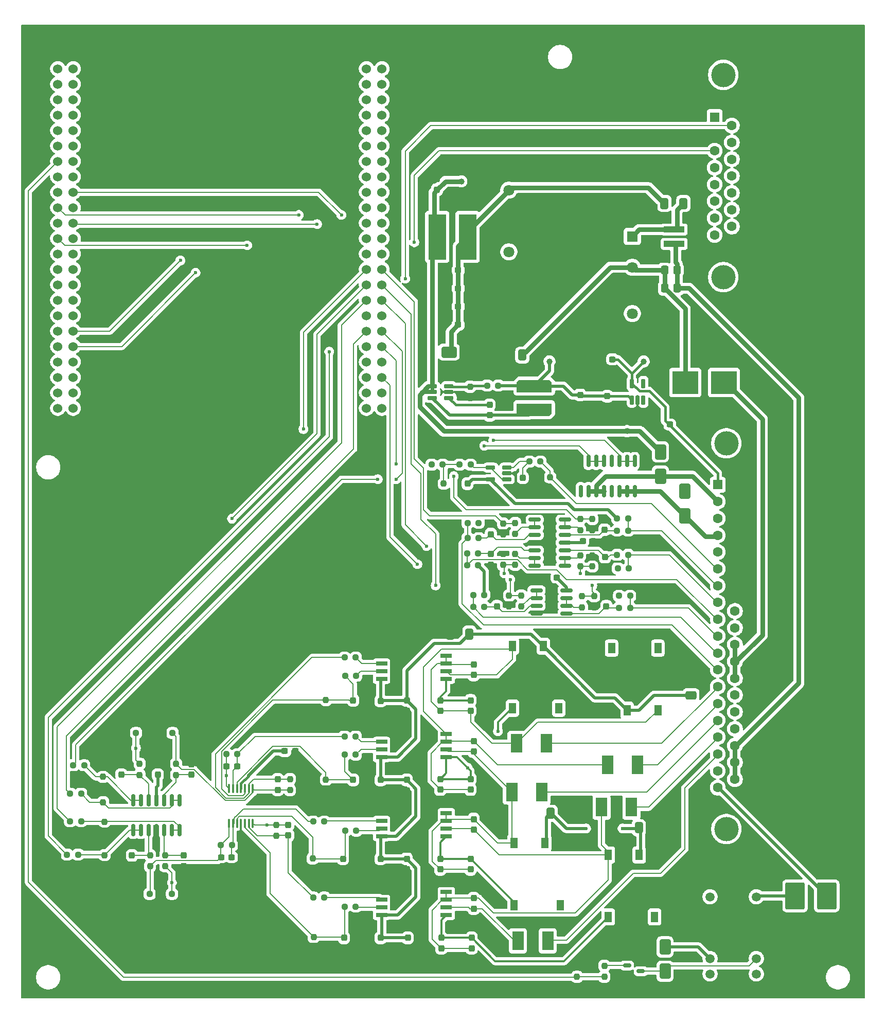
<source format=gbr>
%TF.GenerationSoftware,KiCad,Pcbnew,9.0.0*%
%TF.CreationDate,2025-05-05T14:02:42+02:00*%
%TF.ProjectId,BMS_PCB,424d535f-5043-4422-9e6b-696361645f70,rev?*%
%TF.SameCoordinates,Original*%
%TF.FileFunction,Copper,L1,Top*%
%TF.FilePolarity,Positive*%
%FSLAX46Y46*%
G04 Gerber Fmt 4.6, Leading zero omitted, Abs format (unit mm)*
G04 Created by KiCad (PCBNEW 9.0.0) date 2025-05-05 14:02:42*
%MOMM*%
%LPD*%
G01*
G04 APERTURE LIST*
G04 Aperture macros list*
%AMRoundRect*
0 Rectangle with rounded corners*
0 $1 Rounding radius*
0 $2 $3 $4 $5 $6 $7 $8 $9 X,Y pos of 4 corners*
0 Add a 4 corners polygon primitive as box body*
4,1,4,$2,$3,$4,$5,$6,$7,$8,$9,$2,$3,0*
0 Add four circle primitives for the rounded corners*
1,1,$1+$1,$2,$3*
1,1,$1+$1,$4,$5*
1,1,$1+$1,$6,$7*
1,1,$1+$1,$8,$9*
0 Add four rect primitives between the rounded corners*
20,1,$1+$1,$2,$3,$4,$5,0*
20,1,$1+$1,$4,$5,$6,$7,0*
20,1,$1+$1,$6,$7,$8,$9,0*
20,1,$1+$1,$8,$9,$2,$3,0*%
%AMOutline5P*
0 Free polygon, 5 corners , with rotation*
0 The origin of the aperture is its center*
0 number of corners: always 5*
0 $1 to $10 corner X, Y*
0 $11 Rotation angle, in degrees counterclockwise*
0 create outline with 5 corners*
4,1,5,$1,$2,$3,$4,$5,$6,$7,$8,$9,$10,$1,$2,$11*%
%AMOutline6P*
0 Free polygon, 6 corners , with rotation*
0 The origin of the aperture is its center*
0 number of corners: always 6*
0 $1 to $12 corner X, Y*
0 $13 Rotation angle, in degrees counterclockwise*
0 create outline with 6 corners*
4,1,6,$1,$2,$3,$4,$5,$6,$7,$8,$9,$10,$11,$12,$1,$2,$13*%
%AMOutline7P*
0 Free polygon, 7 corners , with rotation*
0 The origin of the aperture is its center*
0 number of corners: always 7*
0 $1 to $14 corner X, Y*
0 $15 Rotation angle, in degrees counterclockwise*
0 create outline with 7 corners*
4,1,7,$1,$2,$3,$4,$5,$6,$7,$8,$9,$10,$11,$12,$13,$14,$1,$2,$15*%
%AMOutline8P*
0 Free polygon, 8 corners , with rotation*
0 The origin of the aperture is its center*
0 number of corners: always 8*
0 $1 to $16 corner X, Y*
0 $17 Rotation angle, in degrees counterclockwise*
0 create outline with 8 corners*
4,1,8,$1,$2,$3,$4,$5,$6,$7,$8,$9,$10,$11,$12,$13,$14,$15,$16,$1,$2,$17*%
G04 Aperture macros list end*
%TA.AperFunction,Conductor*%
%ADD10C,0.200000*%
%TD*%
%TA.AperFunction,SMDPad,CuDef*%
%ADD11RoundRect,0.237500X0.250000X0.237500X-0.250000X0.237500X-0.250000X-0.237500X0.250000X-0.237500X0*%
%TD*%
%TA.AperFunction,SMDPad,CuDef*%
%ADD12RoundRect,0.250000X0.412500X0.650000X-0.412500X0.650000X-0.412500X-0.650000X0.412500X-0.650000X0*%
%TD*%
%TA.AperFunction,SMDPad,CuDef*%
%ADD13RoundRect,0.237500X0.237500X-0.250000X0.237500X0.250000X-0.237500X0.250000X-0.237500X-0.250000X0*%
%TD*%
%TA.AperFunction,SMDPad,CuDef*%
%ADD14RoundRect,0.237500X0.237500X-0.300000X0.237500X0.300000X-0.237500X0.300000X-0.237500X-0.300000X0*%
%TD*%
%TA.AperFunction,SMDPad,CuDef*%
%ADD15RoundRect,0.237500X-0.237500X0.250000X-0.237500X-0.250000X0.237500X-0.250000X0.237500X0.250000X0*%
%TD*%
%TA.AperFunction,SMDPad,CuDef*%
%ADD16RoundRect,0.237500X0.300000X0.237500X-0.300000X0.237500X-0.300000X-0.237500X0.300000X-0.237500X0*%
%TD*%
%TA.AperFunction,SMDPad,CuDef*%
%ADD17C,1.000000*%
%TD*%
%TA.AperFunction,SMDPad,CuDef*%
%ADD18RoundRect,0.237500X-0.250000X-0.237500X0.250000X-0.237500X0.250000X0.237500X-0.250000X0.237500X0*%
%TD*%
%TA.AperFunction,SMDPad,CuDef*%
%ADD19R,1.960000X3.150000*%
%TD*%
%TA.AperFunction,SMDPad,CuDef*%
%ADD20R,1.850000X0.650000*%
%TD*%
%TA.AperFunction,SMDPad,CuDef*%
%ADD21RoundRect,0.162500X0.162500X-0.617500X0.162500X0.617500X-0.162500X0.617500X-0.162500X-0.617500X0*%
%TD*%
%TA.AperFunction,SMDPad,CuDef*%
%ADD22RoundRect,0.162500X0.617500X0.162500X-0.617500X0.162500X-0.617500X-0.162500X0.617500X-0.162500X0*%
%TD*%
%TA.AperFunction,SMDPad,CuDef*%
%ADD23R,1.200000X1.800000*%
%TD*%
%TA.AperFunction,SMDPad,CuDef*%
%ADD24RoundRect,0.250000X-0.337500X-0.475000X0.337500X-0.475000X0.337500X0.475000X-0.337500X0.475000X0*%
%TD*%
%TA.AperFunction,ComponentPad*%
%ADD25C,4.000000*%
%TD*%
%TA.AperFunction,ComponentPad*%
%ADD26R,1.600000X1.600000*%
%TD*%
%TA.AperFunction,ComponentPad*%
%ADD27C,1.600000*%
%TD*%
%TA.AperFunction,ComponentPad*%
%ADD28R,1.524000X1.524000*%
%TD*%
%TA.AperFunction,ComponentPad*%
%ADD29C,1.524000*%
%TD*%
%TA.AperFunction,SMDPad,CuDef*%
%ADD30RoundRect,0.250000X-0.412500X-0.650000X0.412500X-0.650000X0.412500X0.650000X-0.412500X0.650000X0*%
%TD*%
%TA.AperFunction,ComponentPad*%
%ADD31C,1.498600*%
%TD*%
%TA.AperFunction,SMDPad,CuDef*%
%ADD32RoundRect,0.237500X-0.237500X0.300000X-0.237500X-0.300000X0.237500X-0.300000X0.237500X0.300000X0*%
%TD*%
%TA.AperFunction,SMDPad,CuDef*%
%ADD33R,3.400000X0.980000*%
%TD*%
%TA.AperFunction,SMDPad,CuDef*%
%ADD34RoundRect,0.237500X-0.300000X-0.237500X0.300000X-0.237500X0.300000X0.237500X-0.300000X0.237500X0*%
%TD*%
%TA.AperFunction,SMDPad,CuDef*%
%ADD35Outline6P,-2.900000X0.630000X-2.480000X1.050000X2.480000X1.050000X2.900000X0.630000X2.900000X-1.050000X-2.900000X-1.050000X180.000000*%
%TD*%
%TA.AperFunction,SMDPad,CuDef*%
%ADD36Outline6P,-2.900000X0.630000X-2.480000X1.050000X2.480000X1.050000X2.900000X0.630000X2.900000X-1.050000X-2.900000X-1.050000X0.000000*%
%TD*%
%TA.AperFunction,SMDPad,CuDef*%
%ADD37RoundRect,0.150000X-0.150000X0.825000X-0.150000X-0.825000X0.150000X-0.825000X0.150000X0.825000X0*%
%TD*%
%TA.AperFunction,SMDPad,CuDef*%
%ADD38R,4.240000X3.810000*%
%TD*%
%TA.AperFunction,SMDPad,CuDef*%
%ADD39R,3.000000X7.500000*%
%TD*%
%TA.AperFunction,SMDPad,CuDef*%
%ADD40RoundRect,0.250000X-0.650000X1.000000X-0.650000X-1.000000X0.650000X-1.000000X0.650000X1.000000X0*%
%TD*%
%TA.AperFunction,SMDPad,CuDef*%
%ADD41RoundRect,0.250000X0.650000X-0.412500X0.650000X0.412500X-0.650000X0.412500X-0.650000X-0.412500X0*%
%TD*%
%TA.AperFunction,ComponentPad*%
%ADD42R,1.800000X1.800000*%
%TD*%
%TA.AperFunction,ComponentPad*%
%ADD43C,1.800000*%
%TD*%
%TA.AperFunction,SMDPad,CuDef*%
%ADD44RoundRect,0.150000X0.825000X0.150000X-0.825000X0.150000X-0.825000X-0.150000X0.825000X-0.150000X0*%
%TD*%
%TA.AperFunction,SMDPad,CuDef*%
%ADD45RoundRect,0.150000X-0.825000X-0.150000X0.825000X-0.150000X0.825000X0.150000X-0.825000X0.150000X0*%
%TD*%
%TA.AperFunction,SMDPad,CuDef*%
%ADD46RoundRect,0.150000X-0.512500X-0.150000X0.512500X-0.150000X0.512500X0.150000X-0.512500X0.150000X0*%
%TD*%
%TA.AperFunction,SMDPad,CuDef*%
%ADD47RoundRect,0.100000X-0.100000X0.637500X-0.100000X-0.637500X0.100000X-0.637500X0.100000X0.637500X0*%
%TD*%
%TA.AperFunction,SMDPad,CuDef*%
%ADD48RoundRect,0.250000X-1.000000X-0.650000X1.000000X-0.650000X1.000000X0.650000X-1.000000X0.650000X0*%
%TD*%
%TA.AperFunction,SMDPad,CuDef*%
%ADD49RoundRect,0.250000X1.350000X1.975000X-1.350000X1.975000X-1.350000X-1.975000X1.350000X-1.975000X0*%
%TD*%
%TA.AperFunction,ViaPad*%
%ADD50C,0.800000*%
%TD*%
%TA.AperFunction,ViaPad*%
%ADD51C,0.600000*%
%TD*%
%TA.AperFunction,ViaPad*%
%ADD52C,1.000000*%
%TD*%
%TA.AperFunction,Conductor*%
%ADD53C,0.500000*%
%TD*%
%TA.AperFunction,Conductor*%
%ADD54C,0.400000*%
%TD*%
%TA.AperFunction,Conductor*%
%ADD55C,0.300000*%
%TD*%
%TA.AperFunction,Conductor*%
%ADD56C,0.800000*%
%TD*%
%TA.AperFunction,Conductor*%
%ADD57C,0.600000*%
%TD*%
G04 APERTURE END LIST*
%TO.N,GND*%
D10*
X25392520Y-25240626D02*
X164030580Y-25240626D01*
X164030580Y-185409566D01*
X25392520Y-185409566D01*
X25392520Y-25240626D01*
%TD*%
D11*
%TO.P,R56,1*%
%TO.N,Net-(U11C--)*%
X34670000Y-161792750D03*
%TO.P,R56,2*%
%TO.N,Voltage23_uC*%
X32845000Y-161792750D03*
%TD*%
D12*
%TO.P,C20,1*%
%TO.N,Net-(PS1--VIN)*%
X107777500Y-79573750D03*
%TO.P,C20,2*%
%TO.N,GND*%
X104652500Y-79573750D03*
%TD*%
D13*
%TO.P,R59,1*%
%TO.N,Net-(C69-Pad2)*%
X49018501Y-163705250D03*
%TO.P,R59,2*%
%TO.N,Net-(U11D-+)*%
X49018501Y-161880250D03*
%TD*%
D14*
%TO.P,C24,1*%
%TO.N,+5V*%
X117287500Y-86126250D03*
%TO.P,C24,2*%
%TO.N,GND*%
X117287500Y-84401250D03*
%TD*%
D15*
%TO.P,R7,1*%
%TO.N,Net-(Q1-G)*%
X121263750Y-180087500D03*
%TO.P,R7,2*%
%TO.N,Precharge_uC*%
X121263750Y-181912500D03*
%TD*%
D13*
%TO.P,R9,1*%
%TO.N,Net-(U1B--)*%
X117288750Y-108372500D03*
%TO.P,R9,2*%
%TO.N,Temp2_uC*%
X117288750Y-106547500D03*
%TD*%
D16*
%TO.P,C3,1*%
%TO.N,+5V*%
X113455000Y-116190000D03*
%TO.P,C3,2*%
%TO.N,GND*%
X111730000Y-116190000D03*
%TD*%
D17*
%TO.P,TP2,1,1*%
%TO.N,+12V*%
X97737500Y-50976250D03*
%TD*%
D11*
%TO.P,R38,1*%
%TO.N,+5V*%
X103815000Y-84593750D03*
%TO.P,R38,2*%
%TO.N,Net-(IC1-FB)*%
X101990000Y-84593750D03*
%TD*%
D14*
%TO.P,C7,1*%
%TO.N,Net-(U1C-+)*%
X102592500Y-109052500D03*
%TO.P,C7,2*%
%TO.N,GND*%
X102592500Y-107327500D03*
%TD*%
D18*
%TO.P,R36,1*%
%TO.N,Net-(U3D--)*%
X73351250Y-168862500D03*
%TO.P,R36,2*%
%TO.N,Net-(IC6-OUTN)*%
X75176250Y-168862500D03*
%TD*%
D19*
%TO.P,F4,1*%
%TO.N,Net-(J1-Pin_14)*%
X126718750Y-147000000D03*
%TO.P,F4,2*%
%TO.N,Voltage1*%
X121808750Y-147000000D03*
%TD*%
D14*
%TO.P,C57,1*%
%TO.N,GND*%
X78263750Y-164225000D03*
%TO.P,C57,2*%
%TO.N,Net-(U3C-+)*%
X78263750Y-162500000D03*
%TD*%
%TO.P,C36,1*%
%TO.N,+5V*%
X121737500Y-86338750D03*
%TO.P,C36,2*%
%TO.N,GND*%
X121737500Y-84613750D03*
%TD*%
%TO.P,C17,1*%
%TO.N,Voltage2*%
X94263750Y-164225000D03*
%TO.P,C17,2*%
%TO.N,+5V_Bat2*%
X94263750Y-162500000D03*
%TD*%
D11*
%TO.P,R42,1*%
%TO.N,Net-(U11A--)*%
X35170000Y-151767750D03*
%TO.P,R42,2*%
%TO.N,Voltage01_uC*%
X33345000Y-151767750D03*
%TD*%
D20*
%TO.P,IC3,1,VDD1*%
%TO.N,+5V_Bat0*%
X95263750Y-132862500D03*
%TO.P,IC3,2,INP*%
%TO.N,Voltage1*%
X95263750Y-131592500D03*
%TO.P,IC3,3,INN*%
%TO.N,Voltage0*%
X95263750Y-130322500D03*
%TO.P,IC3,4,GND1*%
X95263750Y-129052500D03*
%TO.P,IC3,5,GND2*%
%TO.N,GND*%
X84613750Y-129052500D03*
%TO.P,IC3,6,OUTN*%
%TO.N,Net-(IC3-OUTN)*%
X84613750Y-130322500D03*
%TO.P,IC3,7,OUTP*%
%TO.N,Net-(IC3-OUTP)*%
X84613750Y-131592500D03*
%TO.P,IC3,8,VDD2*%
%TO.N,+5V*%
X84613750Y-132862500D03*
%TD*%
D18*
%TO.P,R18,1*%
%TO.N,Temp4*%
X98680000Y-112190000D03*
%TO.P,R18,2*%
%TO.N,Net-(U1D-+)*%
X100505000Y-112190000D03*
%TD*%
D14*
%TO.P,C11,1*%
%TO.N,Net-(U1B-+)*%
X121288750Y-108322500D03*
%TO.P,C11,2*%
%TO.N,GND*%
X121288750Y-106597500D03*
%TD*%
%TO.P,C47,1*%
%TO.N,Voltage1*%
X94263750Y-151087500D03*
%TO.P,C47,2*%
%TO.N,+5V_Bat1*%
X94263750Y-149362500D03*
%TD*%
D21*
%TO.P,U4,1,IN*%
%TO.N,+5V*%
X125787500Y-86963750D03*
%TO.P,U4,2,GND*%
%TO.N,GND*%
X126737500Y-86963750D03*
%TO.P,U4,3,EN*%
%TO.N,unconnected-(U4-EN-Pad3)*%
X127687500Y-86963750D03*
%TO.P,U4,4,NC*%
%TO.N,unconnected-(U4-NC-Pad4)*%
X127687500Y-84263750D03*
%TO.P,U4,5,OUT*%
%TO.N,+3.3V*%
X125787500Y-84263750D03*
%TD*%
D11*
%TO.P,R8,1*%
%TO.N,Temp2*%
X125201250Y-108460000D03*
%TO.P,R8,2*%
%TO.N,Net-(U1B-+)*%
X123376250Y-108460000D03*
%TD*%
D18*
%TO.P,R46,1*%
%TO.N,Net-(U3B--)*%
X78526250Y-142362500D03*
%TO.P,R46,2*%
%TO.N,Net-(IC4-OUTN)*%
X80351250Y-142362500D03*
%TD*%
D22*
%TO.P,IC1,1,CB*%
%TO.N,Net-(IC1-CB)*%
X95682500Y-86613750D03*
%TO.P,IC1,2,GND*%
%TO.N,GND*%
X95682500Y-85663750D03*
%TO.P,IC1,3,FB*%
%TO.N,Net-(IC1-FB)*%
X95682500Y-84713750D03*
%TO.P,IC1,4,EN*%
%TO.N,+12V*%
X92982500Y-84713750D03*
%TO.P,IC1,5,VIN*%
X92982500Y-85663750D03*
%TO.P,IC1,6,SW*%
%TO.N,Net-(IC1-SW)*%
X92982500Y-86613750D03*
%TD*%
D23*
%TO.P,PS5,1,-VIN*%
%TO.N,GND*%
X114003750Y-159900000D03*
%TO.P,PS5,2,+VIN*%
%TO.N,+5V*%
X111463750Y-159900000D03*
%TO.P,PS5,4,-VOUT*%
%TO.N,Voltage2*%
X106383750Y-159900000D03*
%TO.P,PS5,5,+VOUT*%
%TO.N,+5V_Bat2*%
X106383750Y-170100000D03*
%TO.P,PS5,8,NC*%
%TO.N,unconnected-(PS5-NC-Pad8)*%
X114003750Y-170100000D03*
%TD*%
D11*
%TO.P,R65,1*%
%TO.N,Net-(U8--)*%
X99257500Y-97593750D03*
%TO.P,R65,2*%
%TO.N,Net-(R44-Pad1)*%
X97432500Y-97593750D03*
%TD*%
D13*
%TO.P,R37,1*%
%TO.N,GND*%
X73438750Y-177187500D03*
%TO.P,R37,2*%
%TO.N,Net-(U3D-+)*%
X73438750Y-175362500D03*
%TD*%
D24*
%TO.P,C19,1*%
%TO.N,Net-(PS1--VIN)*%
X131182500Y-65567500D03*
%TO.P,C19,2*%
%TO.N,+BATT*%
X133257500Y-65567500D03*
%TD*%
D13*
%TO.P,R24,1*%
%TO.N,Net-(U2A--)*%
X107592500Y-120965000D03*
%TO.P,R24,2*%
%TO.N,Temp5_uC*%
X107592500Y-119140000D03*
%TD*%
D18*
%TO.P,R58,1*%
%TO.N,Net-(C69-Pad2)*%
X50106001Y-168267750D03*
%TO.P,R58,2*%
%TO.N,GND*%
X51931001Y-168267750D03*
%TD*%
D14*
%TO.P,C65,1*%
%TO.N,Voltage3*%
X94438750Y-177225000D03*
%TO.P,C65,2*%
%TO.N,+5V_Bat3*%
X94438750Y-175500000D03*
%TD*%
D25*
%TO.P,J1,0*%
%TO.N,N/C*%
X141343750Y-157593750D03*
X141343750Y-94093750D03*
D26*
%TO.P,J1,1,Pin_1*%
%TO.N,+3.3V*%
X139923750Y-100913750D03*
D27*
%TO.P,J1,2,Pin_2*%
%TO.N,Relais_in-*%
X139923750Y-103683750D03*
%TO.P,J1,3,Pin_3*%
%TO.N,+12V*%
X139923750Y-106453750D03*
%TO.P,J1,4,Pin_4*%
%TO.N,Relais_in+*%
X139923750Y-109223750D03*
%TO.P,J1,5,Pin_5*%
%TO.N,+12V*%
X139923750Y-111993750D03*
%TO.P,J1,6,Pin_6*%
%TO.N,Current*%
X139923750Y-114763750D03*
%TO.P,J1,7,Pin_7*%
%TO.N,Temp2*%
X139923750Y-117533750D03*
%TO.P,J1,8,Pin_8*%
%TO.N,Temp1*%
X139923750Y-120303750D03*
%TO.P,J1,9,Pin_9*%
%TO.N,Temp4*%
X139923750Y-123073750D03*
%TO.P,J1,10,Pin_10*%
%TO.N,Temp6*%
X139923750Y-125843750D03*
%TO.P,J1,11,Pin_11*%
%TO.N,Temp5*%
X139923750Y-128613750D03*
%TO.P,J1,12,Pin_12*%
%TO.N,Temp3*%
X139923750Y-131383750D03*
%TO.P,J1,13,Pin_13*%
%TO.N,Net-(J1-Pin_13)*%
X139923750Y-134153750D03*
%TO.P,J1,14,Pin_14*%
%TO.N,Net-(J1-Pin_14)*%
X139923750Y-136923750D03*
%TO.P,J1,15,Pin_15*%
%TO.N,Net-(J1-Pin_15)*%
X139923750Y-139693750D03*
%TO.P,J1,16,Pin_16*%
%TO.N,Net-(J1-Pin_16)*%
X139923750Y-142463750D03*
%TO.P,J1,17,Pin_17*%
%TO.N,Net-(J1-Pin_17)*%
X139923750Y-145233750D03*
%TO.P,J1,18,Pin_18*%
%TO.N,Precharge_out*%
X139923750Y-148003750D03*
%TO.P,J1,19,Pin_19*%
%TO.N,Precharge_in*%
X139923750Y-150773750D03*
%TO.P,J1,20,Pin_20*%
%TO.N,GND*%
X142763750Y-102298750D03*
%TO.P,J1,21,Pin_21*%
X142763750Y-105068750D03*
%TO.P,J1,22,Pin_22*%
X142763750Y-107838750D03*
%TO.P,J1,23,Pin_23*%
X142763750Y-110608750D03*
%TO.P,J1,24,Pin_24*%
X142763750Y-113378750D03*
%TO.P,J1,25,Pin_25*%
X142763750Y-116148750D03*
%TO.P,J1,26,Pin_26*%
X142763750Y-118918750D03*
%TO.P,J1,27,Pin_27*%
%TO.N,unconnected-(J1-Pin_27-Pad27)*%
X142763750Y-121688750D03*
%TO.P,J1,28,Pin_28*%
%TO.N,unconnected-(J1-Pin_28-Pad28)*%
X142763750Y-124458750D03*
%TO.P,J1,29,Pin_29*%
%TO.N,-BATT*%
X142763750Y-127228750D03*
%TO.P,J1,30,Pin_30*%
X142763750Y-129998750D03*
%TO.P,J1,31,Pin_31*%
X142763750Y-132768750D03*
%TO.P,J1,32,Pin_32*%
%TO.N,unconnected-(J1-Pin_32-Pad32)*%
X142763750Y-135538750D03*
%TO.P,J1,33,Pin_33*%
%TO.N,unconnected-(J1-Pin_33-Pad33)*%
X142763750Y-138308750D03*
%TO.P,J1,34,Pin_34*%
%TO.N,unconnected-(J1-Pin_34-Pad34)*%
X142763750Y-141078750D03*
%TO.P,J1,35,Pin_35*%
%TO.N,+BATT*%
X142763750Y-143848750D03*
%TO.P,J1,36,Pin_36*%
X142763750Y-146618750D03*
%TO.P,J1,37,Pin_37*%
X142763750Y-149388750D03*
%TD*%
D14*
%TO.P,C12,1*%
%TO.N,GND*%
X79938750Y-138130000D03*
%TO.P,C12,2*%
%TO.N,Net-(U3A-+)*%
X79938750Y-136405000D03*
%TD*%
D28*
%TO.P,U7,P1_1,GND_P1_1*%
%TO.N,GND*%
X84670000Y-90853750D03*
D29*
%TO.P,U7,P1_2,GND_P1_2*%
X82130000Y-90853750D03*
%TO.P,U7,P1_3,VDD_P1_3*%
%TO.N,unconnected-(U7A-VDD_P1_3-PadP1_3)*%
X84670000Y-88313750D03*
%TO.P,U7,P1_4,VDD_P1_4*%
%TO.N,unconnected-(U7A-VDD_P1_4-PadP1_4)*%
X82130000Y-88313750D03*
%TO.P,U7,P1_5,GND_P1_5*%
%TO.N,unconnected-(U7A-GND_P1_5-PadP1_5)*%
X84670000Y-85773750D03*
%TO.P,U7,P1_6,~{RST}*%
%TO.N,unconnected-(U7A-~{RST}-PadP1_6)*%
X82130000Y-85773750D03*
%TO.P,U7,P1_7,PC1*%
%TO.N,Temp4_uC*%
X84670000Y-83233750D03*
%TO.P,U7,P1_8,PC0*%
%TO.N,unconnected-(U7A-PC0-PadP1_8)*%
X82130000Y-83233750D03*
%TO.P,U7,P1_9,PC3*%
%TO.N,Touchdisplay_y*%
X84670000Y-80693750D03*
%TO.P,U7,P1_10,PC2*%
%TO.N,Touchdisplay_x*%
X82130000Y-80693750D03*
%TO.P,U7,P1_11,PA1*%
%TO.N,Current_uC*%
X84670000Y-78153750D03*
%TO.P,U7,P1_12,PA0*%
%TO.N,unconnected-(U7A-PA0-PadP1_12)*%
X82130000Y-78153750D03*
%TO.P,U7,P1_13,PA3*%
%TO.N,Voltage12_uC*%
X84670000Y-75613750D03*
%TO.P,U7,P1_14,PA2*%
%TO.N,Voltage01_uC*%
X82130000Y-75613750D03*
%TO.P,U7,P1_15,PA5*%
%TO.N,Display_SCK*%
X84670000Y-73073750D03*
%TO.P,U7,P1_16,PA4*%
%TO.N,Voltage23_uC*%
X82130000Y-73073750D03*
%TO.P,U7,P1_17,PA7*%
%TO.N,Temp1_uC*%
X84670000Y-70533750D03*
%TO.P,U7,P1_18,PA6*%
%TO.N,Voltage34_uC*%
X82130000Y-70533750D03*
%TO.P,U7,P1_19,PC5*%
%TO.N,Temp6_uC*%
X84670000Y-67993750D03*
%TO.P,U7,P1_20,PC4*%
%TO.N,Temp5_uC*%
X82130000Y-67993750D03*
%TO.P,U7,P1_21,PB1*%
%TO.N,Temp3_uC*%
X84670000Y-65453750D03*
%TO.P,U7,P1_22,PB0*%
%TO.N,Temp2_uC*%
X82130000Y-65453750D03*
%TO.P,U7,P1_23,GND_P1_23*%
%TO.N,unconnected-(U7A-GND_P1_23-PadP1_23)*%
X84670000Y-62913750D03*
%TO.P,U7,P1_24,PB2*%
%TO.N,unconnected-(U7A-PB2-PadP1_24)*%
X82130000Y-62913750D03*
%TO.P,U7,P1_25,PE7*%
%TO.N,unconnected-(U7A-PE7-PadP1_25)*%
X84670000Y-60373750D03*
%TO.P,U7,P1_26,PE8*%
%TO.N,unconnected-(U7A-PE8-PadP1_26)*%
X82130000Y-60373750D03*
%TO.P,U7,P1_27,PE9*%
%TO.N,unconnected-(U7A-PE9-PadP1_27)*%
X84670000Y-57833750D03*
%TO.P,U7,P1_28,PE10*%
%TO.N,unconnected-(U7A-PE10-PadP1_28)*%
X82130000Y-57833750D03*
%TO.P,U7,P1_29,PE11*%
%TO.N,unconnected-(U7A-PE11-PadP1_29)*%
X84670000Y-55293750D03*
%TO.P,U7,P1_30,PE12*%
%TO.N,unconnected-(U7A-PE12-PadP1_30)*%
X82130000Y-55293750D03*
%TO.P,U7,P1_31,PE13*%
%TO.N,unconnected-(U7A-PE13-PadP1_31)*%
X84670000Y-52753750D03*
%TO.P,U7,P1_32,PE14*%
%TO.N,unconnected-(U7A-PE14-PadP1_32)*%
X82130000Y-52753750D03*
%TO.P,U7,P1_33,PE15*%
%TO.N,unconnected-(U7A-PE15-PadP1_33)*%
X84670000Y-50213750D03*
%TO.P,U7,P1_34,PB10*%
%TO.N,unconnected-(U7A-PB10-PadP1_34)*%
X82130000Y-50213750D03*
%TO.P,U7,P1_35,PB11*%
%TO.N,unconnected-(U7A-PB11-PadP1_35)*%
X84670000Y-47673750D03*
%TO.P,U7,P1_36,PB12*%
%TO.N,unconnected-(U7A-PB12-PadP1_36)*%
X82130000Y-47673750D03*
%TO.P,U7,P1_37,PB13*%
%TO.N,unconnected-(U7A-PB13-PadP1_37)*%
X84670000Y-45133750D03*
%TO.P,U7,P1_38,PB14*%
%TO.N,unconnected-(U7A-PB14-PadP1_38)*%
X82130000Y-45133750D03*
%TO.P,U7,P1_39,PB15*%
%TO.N,unconnected-(U7A-PB15-PadP1_39)*%
X84670000Y-42593750D03*
%TO.P,U7,P1_40,PD8*%
%TO.N,unconnected-(U7A-PD8-PadP1_40)*%
X82130000Y-42593750D03*
%TO.P,U7,P1_41,PD9*%
%TO.N,unconnected-(U7A-PD9-PadP1_41)*%
X84670000Y-40053750D03*
%TO.P,U7,P1_42,PD10*%
%TO.N,unconnected-(U7A-PD10-PadP1_42)*%
X82130000Y-40053750D03*
%TO.P,U7,P1_43,PD11*%
%TO.N,unconnected-(U7A-PD11-PadP1_43)*%
X84670000Y-37513750D03*
%TO.P,U7,P1_44,PD12*%
%TO.N,unconnected-(U7A-PD12-PadP1_44)*%
X82130000Y-37513750D03*
%TO.P,U7,P1_45,PD13*%
%TO.N,unconnected-(U7A-PD13-PadP1_45)*%
X84670000Y-34973750D03*
%TO.P,U7,P1_46,PD14*%
%TO.N,unconnected-(U7A-PD14-PadP1_46)*%
X82130000Y-34973750D03*
%TO.P,U7,P1_47,PD15*%
%TO.N,unconnected-(U7A-PD15-PadP1_47)*%
X84670000Y-32433750D03*
%TO.P,U7,P1_48,NC*%
%TO.N,unconnected-(U7A-NC-PadP1_48)*%
X82130000Y-32433750D03*
%TO.P,U7,P1_49,GND_P1_49*%
%TO.N,GND*%
X84670000Y-29893750D03*
%TO.P,U7,P1_50,GND_P1_50*%
X82130000Y-29893750D03*
%TO.P,U7,P2_1,GND_P2_1*%
X33870000Y-90853750D03*
%TO.P,U7,P2_2,GND_P2_2*%
X31330000Y-90853750D03*
%TO.P,U7,P2_3,5V_P2_3*%
%TO.N,+5V*%
X33870000Y-88313750D03*
%TO.P,U7,P2_4,5V_P2_4*%
X31330000Y-88313750D03*
%TO.P,U7,P2_5,3V_P2_5*%
%TO.N,unconnected-(U7B-3V_P2_5-PadP2_5)*%
X33870000Y-85773750D03*
%TO.P,U7,P2_6,3V_P2_6*%
%TO.N,unconnected-(U7B-3V_P2_6-PadP2_6)*%
X31330000Y-85773750D03*
%TO.P,U7,P2_7,PH0*%
%TO.N,unconnected-(U7B-PH0-PadP2_7)*%
X33870000Y-83233750D03*
%TO.P,U7,P2_8,PH1*%
%TO.N,unconnected-(U7B-PH1-PadP2_8)*%
X31330000Y-83233750D03*
%TO.P,U7,P2_9,PC14*%
%TO.N,unconnected-(U7B-PC14-PadP2_9)*%
X33870000Y-80693750D03*
%TO.P,U7,P2_10,PC15*%
%TO.N,unconnected-(U7B-PC15-PadP2_10)*%
X31330000Y-80693750D03*
%TO.P,U7,P2_11,PE6*%
%TO.N,Touchdisplay_y-*%
X33870000Y-78153750D03*
%TO.P,U7,P2_12,PC13*%
%TO.N,unconnected-(U7B-PC13-PadP2_12)*%
X31330000Y-78153750D03*
%TO.P,U7,P2_13,PE4*%
%TO.N,Touchdisplay_x-*%
X33870000Y-75613750D03*
%TO.P,U7,P2_14,PE5*%
%TO.N,unconnected-(U7B-PE5-PadP2_14)*%
X31330000Y-75613750D03*
%TO.P,U7,P2_15,PE2*%
%TO.N,unconnected-(U7B-PE2-PadP2_15)*%
X33870000Y-73073750D03*
%TO.P,U7,P2_16,PE3*%
%TO.N,unconnected-(U7B-PE3-PadP2_16)*%
X31330000Y-73073750D03*
%TO.P,U7,P2_17,PE0*%
%TO.N,unconnected-(U7B-PE0-PadP2_17)*%
X33870000Y-70533750D03*
%TO.P,U7,P2_18,PE1*%
%TO.N,unconnected-(U7B-PE1-PadP2_18)*%
X31330000Y-70533750D03*
%TO.P,U7,P2_19,PB8*%
%TO.N,unconnected-(U7B-PB8-PadP2_19)*%
X33870000Y-67993750D03*
%TO.P,U7,P2_20,PB9*%
%TO.N,unconnected-(U7B-PB9-PadP2_20)*%
X31330000Y-67993750D03*
%TO.P,U7,P2_21,BOOT0*%
%TO.N,unconnected-(U7B-BOOT0-PadP2_21)*%
X33870000Y-65453750D03*
%TO.P,U7,P2_22,VDD_P2_22*%
%TO.N,unconnected-(U7B-VDD_P2_22-PadP2_22)*%
X31330000Y-65453750D03*
%TO.P,U7,P2_23,PB6*%
%TO.N,unconnected-(U7B-PB6-PadP2_23)*%
X33870000Y-62913750D03*
%TO.P,U7,P2_24,PB7*%
%TO.N,unconnected-(U7B-PB7-PadP2_24)*%
X31330000Y-62913750D03*
%TO.P,U7,P2_25,PB4*%
%TO.N,unconnected-(U7B-PB4-PadP2_25)*%
X33870000Y-60373750D03*
%TO.P,U7,P2_26,PB5*%
%TO.N,Display_MOSI*%
X31330000Y-60373750D03*
%TO.P,U7,P2_27,PD7*%
%TO.N,Display_DC*%
X33870000Y-57833750D03*
%TO.P,U7,P2_28,PB3*%
%TO.N,unconnected-(U7B-PB3-PadP2_28)*%
X31330000Y-57833750D03*
%TO.P,U7,P2_29,PD5*%
%TO.N,unconnected-(U7B-PD5-PadP2_29)*%
X33870000Y-55293750D03*
%TO.P,U7,P2_30,PD6*%
%TO.N,Display_CS*%
X31330000Y-55293750D03*
%TO.P,U7,P2_31,PD3*%
%TO.N,Display_RST*%
X33870000Y-52753750D03*
%TO.P,U7,P2_32,PD4*%
%TO.N,unconnected-(U7B-PD4-PadP2_32)*%
X31330000Y-52753750D03*
%TO.P,U7,P2_33,PD1*%
%TO.N,Relais+_uC*%
X33870000Y-50213750D03*
%TO.P,U7,P2_34,PD2*%
%TO.N,Relais-_uC*%
X31330000Y-50213750D03*
%TO.P,U7,P2_35,PC12*%
%TO.N,unconnected-(U7B-PC12-PadP2_35)*%
X33870000Y-47673750D03*
%TO.P,U7,P2_36,PD0*%
%TO.N,Precharge_uC*%
X31330000Y-47673750D03*
%TO.P,U7,P2_37,PC10*%
%TO.N,unconnected-(U7B-PC10-PadP2_37)*%
X33870000Y-45133750D03*
%TO.P,U7,P2_38,PC11*%
%TO.N,unconnected-(U7B-PC11-PadP2_38)*%
X31330000Y-45133750D03*
%TO.P,U7,P2_39,PA14*%
%TO.N,unconnected-(U7B-PA14-PadP2_39)*%
X33870000Y-42593750D03*
%TO.P,U7,P2_40,PA15*%
%TO.N,unconnected-(U7B-PA15-PadP2_40)*%
X31330000Y-42593750D03*
%TO.P,U7,P2_41,PA10*%
%TO.N,unconnected-(U7B-PA10-PadP2_41)*%
X33870000Y-40053750D03*
%TO.P,U7,P2_42,PA13*%
%TO.N,unconnected-(U7B-PA13-PadP2_42)*%
X31330000Y-40053750D03*
%TO.P,U7,P2_43,PA8*%
%TO.N,unconnected-(U7B-PA8-PadP2_43)*%
X33870000Y-37513750D03*
%TO.P,U7,P2_44,PA9*%
%TO.N,unconnected-(U7B-PA9-PadP2_44)*%
X31330000Y-37513750D03*
%TO.P,U7,P2_45,PC8*%
%TO.N,unconnected-(U7B-PC8-PadP2_45)*%
X33870000Y-34973750D03*
%TO.P,U7,P2_46,PC9*%
%TO.N,unconnected-(U7B-PC9-PadP2_46)*%
X31330000Y-34973750D03*
%TO.P,U7,P2_47,PC6*%
%TO.N,unconnected-(U7B-PC6-PadP2_47)*%
X33870000Y-32433750D03*
%TO.P,U7,P2_48,PC7*%
%TO.N,unconnected-(U7B-PC7-PadP2_48)*%
X31330000Y-32433750D03*
%TO.P,U7,P2_49,GND_P2_49*%
%TO.N,GND*%
X33870000Y-29893750D03*
%TO.P,U7,P2_50,GND_P2_50*%
X31330000Y-29893750D03*
%TD*%
D15*
%TO.P,R3,1*%
%TO.N,GND*%
X116763750Y-180087500D03*
%TO.P,R3,2*%
%TO.N,Precharge_uC*%
X116763750Y-181912500D03*
%TD*%
D23*
%TO.P,PS6,1,-VIN*%
%TO.N,GND*%
X129543750Y-161862500D03*
%TO.P,PS6,2,+VIN*%
%TO.N,+5V*%
X127003750Y-161862500D03*
%TO.P,PS6,4,-VOUT*%
%TO.N,Voltage3*%
X121923750Y-161862500D03*
%TO.P,PS6,5,+VOUT*%
%TO.N,+5V_Bat3*%
X121923750Y-172062500D03*
%TO.P,PS6,8,NC*%
%TO.N,unconnected-(PS6-NC-Pad8)*%
X129543750Y-172062500D03*
%TD*%
D13*
%TO.P,R55,1*%
%TO.N,GND*%
X39018501Y-163705250D03*
%TO.P,R55,2*%
%TO.N,Net-(U11C--)*%
X39018501Y-161880250D03*
%TD*%
%TO.P,R25,1*%
%TO.N,GND*%
X105592500Y-120965000D03*
%TO.P,R25,2*%
%TO.N,Temp5_uC*%
X105592500Y-119140000D03*
%TD*%
D14*
%TO.P,C69,1*%
%TO.N,Net-(U3D--)*%
X69257500Y-158630250D03*
%TO.P,C69,2*%
%TO.N,Net-(C69-Pad2)*%
X69257500Y-156905250D03*
%TD*%
D11*
%TO.P,R53,1*%
%TO.N,Net-(U11B--)*%
X35670000Y-147093750D03*
%TO.P,R53,2*%
%TO.N,Voltage12_uC*%
X33845000Y-147093750D03*
%TD*%
D14*
%TO.P,C43,1*%
%TO.N,Voltage2*%
X99763750Y-144820000D03*
%TO.P,C43,2*%
%TO.N,Voltage1*%
X99763750Y-143095000D03*
%TD*%
%TO.P,C8,1*%
%TO.N,GND*%
X84438750Y-138225000D03*
%TO.P,C8,2*%
%TO.N,+5V*%
X84438750Y-136500000D03*
%TD*%
D30*
%TO.P,C59,1*%
%TO.N,+5V*%
X126941250Y-157362500D03*
%TO.P,C59,2*%
%TO.N,GND*%
X130066250Y-157362500D03*
%TD*%
D18*
%TO.P,R17,1*%
%TO.N,Net-(U3A--)*%
X78526250Y-129362500D03*
%TO.P,R17,2*%
%TO.N,Net-(IC3-OUTN)*%
X80351250Y-129362500D03*
%TD*%
D13*
%TO.P,R10,1*%
%TO.N,GND*%
X119288750Y-108372500D03*
%TO.P,R10,2*%
%TO.N,Temp2_uC*%
X119288750Y-106547500D03*
%TD*%
D14*
%TO.P,C66,1*%
%TO.N,GND*%
X84438750Y-177225000D03*
%TO.P,C66,2*%
%TO.N,+5V*%
X84438750Y-175500000D03*
%TD*%
D31*
%TO.P,K1,1,1*%
%TO.N,unconnected-(K1-Pad1)*%
X138657050Y-168743750D03*
%TO.P,K1,2,2*%
%TO.N,+5V*%
X138657050Y-178903750D03*
%TO.P,K1,3,3*%
%TO.N,unconnected-(K1-Pad3)*%
X138657050Y-181443750D03*
%TO.P,K1,4,4*%
%TO.N,Precharge_out*%
X146277050Y-181443750D03*
%TO.P,K1,5,5*%
%TO.N,Net-(D2-A)*%
X146277050Y-178903750D03*
%TO.P,K1,6,6*%
%TO.N,Net-(K1-Pad6)*%
X146277050Y-168743750D03*
%TD*%
D32*
%TO.P,C31,1*%
%TO.N,Net-(U3A--)*%
X67513501Y-149405250D03*
%TO.P,C31,2*%
%TO.N,Net-(C31-Pad2)*%
X67513501Y-151130250D03*
%TD*%
D14*
%TO.P,C6,1*%
%TO.N,Voltage0*%
X94263750Y-138130000D03*
%TO.P,C6,2*%
%TO.N,+5V_Bat0*%
X94263750Y-136405000D03*
%TD*%
D11*
%TO.P,R26,1*%
%TO.N,Temp6*%
X125505000Y-119190000D03*
%TO.P,R26,2*%
%TO.N,+5V*%
X123680000Y-119190000D03*
%TD*%
D15*
%TO.P,R41,1*%
%TO.N,Net-(C31-Pad2)*%
X50793501Y-146855250D03*
%TO.P,R41,2*%
%TO.N,Net-(U11A-+)*%
X50793501Y-148680250D03*
%TD*%
D17*
%TO.P,TP1,1,1*%
%TO.N,+5V*%
X112237500Y-80613750D03*
%TD*%
D32*
%TO.P,C67,1*%
%TO.N,+5V*%
X88938750Y-175500000D03*
%TO.P,C67,2*%
%TO.N,GND*%
X88938750Y-177225000D03*
%TD*%
D13*
%TO.P,R60,1*%
%TO.N,GND*%
X39018501Y-158205250D03*
%TO.P,R60,2*%
%TO.N,Net-(U11D--)*%
X39018501Y-156380250D03*
%TD*%
D32*
%TO.P,C23,1*%
%TO.N,Net-(IC1-CB)*%
X102382500Y-87751250D03*
%TO.P,C23,2*%
%TO.N,Net-(IC1-SW)*%
X102382500Y-89476250D03*
%TD*%
D33*
%TO.P,L1,1,1*%
%TO.N,+BATT*%
X132757500Y-61278750D03*
%TO.P,L1,2,2*%
%TO.N,Net-(PS1-+VIN)*%
X132757500Y-58908750D03*
%TD*%
D12*
%TO.P,C21,1*%
%TO.N,Net-(PS1-+VIN)*%
X134277500Y-54613750D03*
%TO.P,C21,2*%
%TO.N,12V_DCDC*%
X131152500Y-54613750D03*
%TD*%
D34*
%TO.P,C26,1*%
%TO.N,12V_DCDC*%
X97215000Y-68573750D03*
%TO.P,C26,2*%
%TO.N,GND*%
X98940000Y-68573750D03*
%TD*%
D18*
%TO.P,R11,1*%
%TO.N,Temp3*%
X98767500Y-107190000D03*
%TO.P,R11,2*%
%TO.N,+5V*%
X100592500Y-107190000D03*
%TD*%
D13*
%TO.P,R64,1*%
%TO.N,GND*%
X94838750Y-102562500D03*
%TO.P,R64,2*%
%TO.N,Net-(R44-Pad1)*%
X94838750Y-100737500D03*
%TD*%
D14*
%TO.P,C2,1*%
%TO.N,Voltage1*%
X99763750Y-132225000D03*
%TO.P,C2,2*%
%TO.N,Voltage0*%
X99763750Y-130500000D03*
%TD*%
D32*
%TO.P,C4,1*%
%TO.N,+5V_Bat0*%
X99263750Y-136405000D03*
%TO.P,C4,2*%
%TO.N,Voltage0*%
X99263750Y-138130000D03*
%TD*%
D14*
%TO.P,C41,1*%
%TO.N,Net-(U11A-+)*%
X53293501Y-148630250D03*
%TO.P,C41,2*%
%TO.N,GND*%
X53293501Y-146905250D03*
%TD*%
D11*
%TO.P,R6,1*%
%TO.N,Temp2*%
X125201250Y-106460000D03*
%TO.P,R6,2*%
%TO.N,+5V*%
X123376250Y-106460000D03*
%TD*%
D15*
%TO.P,R57,1*%
%TO.N,Net-(C69-Pad2)*%
X67257500Y-156905250D03*
%TO.P,R57,2*%
%TO.N,Net-(U3D--)*%
X67257500Y-158730250D03*
%TD*%
D35*
%TO.P,L3,1,1*%
%TO.N,Net-(IC1-SW)*%
X109737500Y-88563750D03*
D36*
%TO.P,L3,2,2*%
%TO.N,+5V*%
X109737500Y-84663750D03*
%TD*%
D32*
%TO.P,C5,1*%
%TO.N,Net-(U1A-+)*%
X121376250Y-112823750D03*
%TO.P,C5,2*%
%TO.N,GND*%
X121376250Y-114548750D03*
%TD*%
D17*
%TO.P,TP3,1,1*%
%TO.N,+3.3V*%
X127737500Y-80613750D03*
%TD*%
D32*
%TO.P,C64,1*%
%TO.N,+5V_Bat3*%
X99438750Y-175500000D03*
%TO.P,C64,2*%
%TO.N,Voltage3*%
X99438750Y-177225000D03*
%TD*%
D15*
%TO.P,R39,1*%
%TO.N,Net-(IC1-FB)*%
X99182500Y-84788750D03*
%TO.P,R39,2*%
%TO.N,GND*%
X99182500Y-86613750D03*
%TD*%
D37*
%TO.P,U10,1,I1*%
%TO.N,Relais+_uC*%
X126263750Y-97000000D03*
%TO.P,U10,2,I2*%
X124993750Y-97000000D03*
%TO.P,U10,3,I3*%
X123723750Y-97000000D03*
%TO.P,U10,4,I4*%
%TO.N,unconnected-(U10-I4-Pad4)*%
X122453750Y-97000000D03*
%TO.P,U10,5,I5*%
%TO.N,Relais-_uC*%
X121183750Y-97000000D03*
%TO.P,U10,6,I6*%
X119913750Y-97000000D03*
%TO.P,U10,7,I7*%
X118643750Y-97000000D03*
%TO.P,U10,8,GND*%
%TO.N,GND*%
X117373750Y-97000000D03*
%TO.P,U10,9,COM*%
%TO.N,+12V*%
X117373750Y-101950000D03*
%TO.P,U10,10,O7*%
%TO.N,Relais_in-*%
X118643750Y-101950000D03*
%TO.P,U10,11,O6*%
X119913750Y-101950000D03*
%TO.P,U10,12,O5*%
X121183750Y-101950000D03*
%TO.P,U10,13,O4*%
%TO.N,unconnected-(U10-O4-Pad13)*%
X122453750Y-101950000D03*
%TO.P,U10,14,O3*%
%TO.N,Relais_in+*%
X123723750Y-101950000D03*
%TO.P,U10,15,O2*%
X124993750Y-101950000D03*
%TO.P,U10,16,O1*%
X126263750Y-101950000D03*
%TD*%
D38*
%TO.P,F5,1*%
%TO.N,-BATT*%
X140942500Y-84093750D03*
%TO.P,F5,2*%
%TO.N,Net-(PS1--VIN)*%
X134572500Y-84093750D03*
%TD*%
D11*
%TO.P,R44,1*%
%TO.N,Net-(R44-Pad1)*%
X94670000Y-97593750D03*
%TO.P,R44,2*%
%TO.N,Current_uC*%
X92845000Y-97593750D03*
%TD*%
D19*
%TO.P,F6,1*%
%TO.N,Net-(J1-Pin_13)*%
X111718750Y-143500000D03*
%TO.P,F6,2*%
%TO.N,Voltage0*%
X106808750Y-143500000D03*
%TD*%
D32*
%TO.P,C56,1*%
%TO.N,+5V*%
X88763750Y-162500000D03*
%TO.P,C56,2*%
%TO.N,GND*%
X88763750Y-164225000D03*
%TD*%
D39*
%TO.P,L2,1,1*%
%TO.N,12V_DCDC*%
X98757500Y-60113750D03*
%TO.P,L2,2,2*%
%TO.N,+12V*%
X93757500Y-60113750D03*
%TD*%
D40*
%TO.P,D3,1,K*%
%TO.N,+12V*%
X130500000Y-95500000D03*
%TO.P,D3,2,A*%
%TO.N,Relais_in-*%
X130500000Y-99500000D03*
%TD*%
D18*
%TO.P,R34,1*%
%TO.N,Net-(C58-Pad2)*%
X58148501Y-160255250D03*
%TO.P,R34,2*%
%TO.N,Net-(U3C--)*%
X59973501Y-160255250D03*
%TD*%
D13*
%TO.P,R22,1*%
%TO.N,GND*%
X75438750Y-138180000D03*
%TO.P,R22,2*%
%TO.N,Net-(U3A-+)*%
X75438750Y-136355000D03*
%TD*%
D15*
%TO.P,R52,1*%
%TO.N,GND*%
X38757500Y-147181250D03*
%TO.P,R52,2*%
%TO.N,Net-(U11B--)*%
X38757500Y-149006250D03*
%TD*%
D18*
%TO.P,R12,1*%
%TO.N,Net-(U3A-+)*%
X78613750Y-132362500D03*
%TO.P,R12,2*%
%TO.N,Net-(IC3-OUTP)*%
X80438750Y-132362500D03*
%TD*%
D11*
%TO.P,R51,1*%
%TO.N,Net-(C58-Pad2)*%
X46431001Y-168267750D03*
%TO.P,R51,2*%
%TO.N,GND*%
X44606001Y-168267750D03*
%TD*%
D23*
%TO.P,PS4,1,-VIN*%
%TO.N,GND*%
X113763750Y-127500000D03*
%TO.P,PS4,2,+VIN*%
%TO.N,+5V*%
X111223750Y-127500000D03*
%TO.P,PS4,4,-VOUT*%
%TO.N,Voltage1*%
X106143750Y-127500000D03*
%TO.P,PS4,5,+VOUT*%
%TO.N,+5V_Bat1*%
X106143750Y-137700000D03*
%TO.P,PS4,8,NC*%
%TO.N,unconnected-(PS4-NC-Pad8)*%
X113763750Y-137700000D03*
%TD*%
D32*
%TO.P,C72,1*%
%TO.N,Net-(U11D-+)*%
X52018501Y-161930250D03*
%TO.P,C72,2*%
%TO.N,GND*%
X52018501Y-163655250D03*
%TD*%
D15*
%TO.P,R5,1*%
%TO.N,GND*%
X119288750Y-112547500D03*
%TO.P,R5,2*%
%TO.N,Temp1_uC*%
X119288750Y-114372500D03*
%TD*%
D30*
%TO.P,C55,1*%
%TO.N,+5V*%
X112437500Y-155000000D03*
%TO.P,C55,2*%
%TO.N,GND*%
X115562500Y-155000000D03*
%TD*%
D41*
%TO.P,C52,1*%
%TO.N,+5V*%
X135523750Y-135562500D03*
%TO.P,C52,2*%
%TO.N,GND*%
X135523750Y-132437500D03*
%TD*%
D20*
%TO.P,IC5,1,VDD1*%
%TO.N,+5V_Bat2*%
X95263750Y-158767500D03*
%TO.P,IC5,2,INP*%
%TO.N,Voltage3*%
X95263750Y-157497500D03*
%TO.P,IC5,3,INN*%
%TO.N,Voltage2*%
X95263750Y-156227500D03*
%TO.P,IC5,4,GND1*%
X95263750Y-154957500D03*
%TO.P,IC5,5,GND2*%
%TO.N,GND*%
X84613750Y-154957500D03*
%TO.P,IC5,6,OUTN*%
%TO.N,Net-(IC5-OUTN)*%
X84613750Y-156227500D03*
%TO.P,IC5,7,OUTP*%
%TO.N,Net-(IC5-OUTP)*%
X84613750Y-157497500D03*
%TO.P,IC5,8,VDD2*%
%TO.N,+5V*%
X84613750Y-158767500D03*
%TD*%
D15*
%TO.P,R43,1*%
%TO.N,GND*%
X38793501Y-151355250D03*
%TO.P,R43,2*%
%TO.N,Net-(U11A--)*%
X38793501Y-153180250D03*
%TD*%
D13*
%TO.P,R47,1*%
%TO.N,GND*%
X75438750Y-151275000D03*
%TO.P,R47,2*%
%TO.N,Net-(U3B-+)*%
X75438750Y-149450000D03*
%TD*%
D14*
%TO.P,C40,1*%
%TO.N,GND*%
X62973501Y-162130250D03*
%TO.P,C40,2*%
X62973501Y-160405250D03*
%TD*%
%TO.P,C54,1*%
%TO.N,Net-(U11B-+)*%
X41793501Y-148630250D03*
%TO.P,C54,2*%
%TO.N,GND*%
X41793501Y-146905250D03*
%TD*%
D32*
%TO.P,C61,1*%
%TO.N,Net-(U11C-+)*%
X43518501Y-161930250D03*
%TO.P,C61,2*%
%TO.N,GND*%
X43518501Y-163655250D03*
%TD*%
%TO.P,C44,1*%
%TO.N,+5V_Bat1*%
X99263750Y-149362500D03*
%TO.P,C44,2*%
%TO.N,Voltage1*%
X99263750Y-151087500D03*
%TD*%
D14*
%TO.P,C15,1*%
%TO.N,Voltage3*%
X99763750Y-157682500D03*
%TO.P,C15,2*%
%TO.N,Voltage2*%
X99763750Y-155957500D03*
%TD*%
D42*
%TO.P,PS1,1,+VIN*%
%TO.N,Net-(PS1-+VIN)*%
X125875000Y-60033750D03*
D43*
%TO.P,PS1,2,-VIN*%
%TO.N,Net-(PS1--VIN)*%
X125875000Y-65113750D03*
%TO.P,PS1,3,CTRL*%
%TO.N,unconnected-(PS1-CTRL-Pad3)*%
X125875000Y-72733750D03*
%TO.P,PS1,4,-VOUT*%
%TO.N,GND*%
X105555000Y-72733750D03*
%TO.P,PS1,5,_TRIM*%
%TO.N,unconnected-(PS1-_TRIM-Pad5)*%
X105555000Y-62573750D03*
%TO.P,PS1,6,+VOUT*%
%TO.N,12V_DCDC*%
X105555000Y-52413750D03*
%TD*%
D11*
%TO.P,R62,1*%
%TO.N,Current*%
X110757500Y-97093750D03*
%TO.P,R62,2*%
%TO.N,Net-(U8-+)*%
X108932500Y-97093750D03*
%TD*%
D13*
%TO.P,R61,1*%
%TO.N,GND*%
X112345000Y-101506250D03*
%TO.P,R61,2*%
%TO.N,Current*%
X112345000Y-99681250D03*
%TD*%
D34*
%TO.P,C28,1*%
%TO.N,12V_DCDC*%
X97215000Y-74573750D03*
%TO.P,C28,2*%
%TO.N,GND*%
X98940000Y-74573750D03*
%TD*%
D16*
%TO.P,C51,1*%
%TO.N,Net-(U3B--)*%
X60836001Y-147292750D03*
%TO.P,C51,2*%
%TO.N,Net-(C51-Pad2)*%
X59111001Y-147292750D03*
%TD*%
D25*
%TO.P,J2,0*%
%TO.N,N/C*%
X140837169Y-66743750D03*
X140837169Y-33443750D03*
D26*
%TO.P,J2,1,Pin_1*%
%TO.N,+3.3V*%
X139417169Y-40398750D03*
D27*
%TO.P,J2,2,Pin_2*%
%TO.N,GND*%
X139417169Y-43168750D03*
%TO.P,J2,3,Pin_3*%
%TO.N,Display_SCK*%
X139417169Y-45938750D03*
%TO.P,J2,4,Pin_4*%
%TO.N,Display_MOSI*%
X139417169Y-48708750D03*
%TO.P,J2,5,Pin_5*%
%TO.N,Display_CS*%
X139417169Y-51478750D03*
%TO.P,J2,6,Pin_6*%
%TO.N,Display_DC*%
X139417169Y-54248750D03*
%TO.P,J2,7,Pin_7*%
%TO.N,Display_RST*%
X139417169Y-57018750D03*
%TO.P,J2,8,Pin_8*%
%TO.N,Touchdisplay_x*%
X139417169Y-59788750D03*
%TO.P,J2,9,Pin_9*%
%TO.N,Touchdisplay_y*%
X142257169Y-41783750D03*
%TO.P,J2,10,Pin_10*%
%TO.N,Touchdisplay_x-*%
X142257169Y-44553750D03*
%TO.P,J2,11,Pin_11*%
%TO.N,Touchdisplay_y-*%
X142257169Y-47323750D03*
%TO.P,J2,12,Pin_12*%
%TO.N,unconnected-(J2-Pin_12-Pad12)*%
X142257169Y-50093750D03*
%TO.P,J2,13,Pin_13*%
%TO.N,unconnected-(J2-Pin_13-Pad13)*%
X142257169Y-52863750D03*
%TO.P,J2,14,Pin_14*%
%TO.N,unconnected-(J2-Pin_14-Pad14)*%
X142257169Y-55633750D03*
%TO.P,J2,15,Pin_15*%
%TO.N,unconnected-(J2-Pin_15-Pad15)*%
X142257169Y-58403750D03*
%TD*%
D19*
%TO.P,F3,1*%
%TO.N,Net-(J1-Pin_15)*%
X110955000Y-151500000D03*
%TO.P,F3,2*%
%TO.N,Voltage2*%
X106045000Y-151500000D03*
%TD*%
D11*
%TO.P,R40,1*%
%TO.N,Net-(C31-Pad2)*%
X50206001Y-141767750D03*
%TO.P,R40,2*%
%TO.N,GND*%
X48381001Y-141767750D03*
%TD*%
D44*
%TO.P,U1,1*%
%TO.N,Net-(U1A--)*%
X114763750Y-114270000D03*
%TO.P,U1,2,-*%
X114763750Y-113000000D03*
%TO.P,U1,3,+*%
%TO.N,Net-(U1A-+)*%
X114763750Y-111730000D03*
%TO.P,U1,4,V+*%
%TO.N,+5V*%
X114763750Y-110460000D03*
%TO.P,U1,5,+*%
%TO.N,Net-(U1B-+)*%
X114763750Y-109190000D03*
%TO.P,U1,6,-*%
%TO.N,Net-(U1B--)*%
X114763750Y-107920000D03*
%TO.P,U1,7*%
X114763750Y-106650000D03*
%TO.P,U1,8*%
%TO.N,Net-(U1C--)*%
X109813750Y-106650000D03*
%TO.P,U1,9,-*%
X109813750Y-107920000D03*
%TO.P,U1,10,+*%
%TO.N,Net-(U1C-+)*%
X109813750Y-109190000D03*
%TO.P,U1,11,V-*%
%TO.N,GND*%
X109813750Y-110460000D03*
%TO.P,U1,12,+*%
%TO.N,Net-(U1D-+)*%
X109813750Y-111730000D03*
%TO.P,U1,13,-*%
%TO.N,Net-(U1D--)*%
X109813750Y-113000000D03*
%TO.P,U1,14*%
X109813750Y-114270000D03*
%TD*%
D20*
%TO.P,IC6,1,VDD1*%
%TO.N,+5V_Bat3*%
X95263750Y-171767500D03*
%TO.P,IC6,2,INP*%
%TO.N,Voltage4*%
X95263750Y-170497500D03*
%TO.P,IC6,3,INN*%
%TO.N,Voltage3*%
X95263750Y-169227500D03*
%TO.P,IC6,4,GND1*%
X95263750Y-167957500D03*
%TO.P,IC6,5,GND2*%
%TO.N,GND*%
X84613750Y-167957500D03*
%TO.P,IC6,6,OUTN*%
%TO.N,Net-(IC6-OUTN)*%
X84613750Y-169227500D03*
%TO.P,IC6,7,OUTP*%
%TO.N,Net-(IC6-OUTP)*%
X84613750Y-170497500D03*
%TO.P,IC6,8,VDD2*%
%TO.N,+5V*%
X84613750Y-171767500D03*
%TD*%
D18*
%TO.P,R48,1*%
%TO.N,Net-(C51-Pad2)*%
X59061001Y-145267750D03*
%TO.P,R48,2*%
%TO.N,Net-(U3B--)*%
X60886001Y-145267750D03*
%TD*%
D14*
%TO.P,C50,1*%
%TO.N,GND*%
X79938750Y-151225000D03*
%TO.P,C50,2*%
%TO.N,Net-(U3B-+)*%
X79938750Y-149500000D03*
%TD*%
%TO.P,C14,1*%
%TO.N,Net-(U2B-+)*%
X121592500Y-120915000D03*
%TO.P,C14,2*%
%TO.N,GND*%
X121592500Y-119190000D03*
%TD*%
D15*
%TO.P,R4,1*%
%TO.N,Net-(U1A--)*%
X117288750Y-112547500D03*
%TO.P,R4,2*%
%TO.N,Temp1_uC*%
X117288750Y-114372500D03*
%TD*%
D45*
%TO.P,U2,1*%
%TO.N,Net-(U2A--)*%
X110117500Y-118285000D03*
%TO.P,U2,2,-*%
X110117500Y-119555000D03*
%TO.P,U2,3,+*%
%TO.N,Net-(U2A-+)*%
X110117500Y-120825000D03*
%TO.P,U2,4,V-*%
%TO.N,GND*%
X110117500Y-122095000D03*
%TO.P,U2,5,+*%
%TO.N,Net-(U2B-+)*%
X115067500Y-122095000D03*
%TO.P,U2,6,-*%
%TO.N,Net-(U2B--)*%
X115067500Y-120825000D03*
%TO.P,U2,7*%
X115067500Y-119555000D03*
%TO.P,U2,8,V+*%
%TO.N,+5V*%
X115067500Y-118285000D03*
%TD*%
D13*
%TO.P,R29,1*%
%TO.N,Net-(U2B--)*%
X117592500Y-121102500D03*
%TO.P,R29,2*%
%TO.N,Temp6_uC*%
X117592500Y-119277500D03*
%TD*%
D32*
%TO.P,C49,1*%
%TO.N,+5V*%
X88763750Y-149500000D03*
%TO.P,C49,2*%
%TO.N,GND*%
X88763750Y-151225000D03*
%TD*%
D13*
%TO.P,R15,1*%
%TO.N,GND*%
X104592500Y-109102500D03*
%TO.P,R15,2*%
%TO.N,Temp3_uC*%
X104592500Y-107277500D03*
%TD*%
D11*
%TO.P,R2,1*%
%TO.N,Temp1*%
X125288750Y-114686250D03*
%TO.P,R2,2*%
%TO.N,+5V*%
X123463750Y-114686250D03*
%TD*%
D14*
%TO.P,C42,1*%
%TO.N,+5V*%
X47793501Y-148630250D03*
%TO.P,C42,2*%
%TO.N,GND*%
X47793501Y-146905250D03*
%TD*%
D11*
%TO.P,R1,1*%
%TO.N,Temp1*%
X125201250Y-112460000D03*
%TO.P,R1,2*%
%TO.N,Net-(U1A-+)*%
X123376250Y-112460000D03*
%TD*%
D18*
%TO.P,R32,1*%
%TO.N,Net-(U3C--)*%
X73351250Y-156362500D03*
%TO.P,R32,2*%
%TO.N,Net-(IC5-OUTN)*%
X75176250Y-156362500D03*
%TD*%
D11*
%TO.P,R63,1*%
%TO.N,Net-(U11D--)*%
X35170000Y-156292750D03*
%TO.P,R63,2*%
%TO.N,Voltage34_uC*%
X33345000Y-156292750D03*
%TD*%
D16*
%TO.P,C35,1*%
%TO.N,+3.3V*%
X122600000Y-80263750D03*
%TO.P,C35,2*%
%TO.N,GND*%
X120875000Y-80263750D03*
%TD*%
D14*
%TO.P,C9,1*%
%TO.N,Net-(U2A-+)*%
X103592500Y-120915000D03*
%TO.P,C9,2*%
%TO.N,GND*%
X103592500Y-119190000D03*
%TD*%
D13*
%TO.P,R30,1*%
%TO.N,GND*%
X119592500Y-121102500D03*
%TO.P,R30,2*%
%TO.N,Temp6_uC*%
X119592500Y-119277500D03*
%TD*%
D34*
%TO.P,C39,1*%
%TO.N,+5V*%
X68676001Y-144767750D03*
%TO.P,C39,2*%
%TO.N,GND*%
X70401001Y-144767750D03*
%TD*%
D22*
%TO.P,U8,1*%
%TO.N,Net-(U8--)*%
X105238750Y-100000000D03*
%TO.P,U8,2,V-*%
%TO.N,GND*%
X105238750Y-99050000D03*
%TO.P,U8,3,+*%
%TO.N,Net-(U8-+)*%
X105238750Y-98100000D03*
%TO.P,U8,4,-*%
%TO.N,Net-(U8--)*%
X102538750Y-98100000D03*
%TO.P,U8,5,V+*%
%TO.N,+5V*%
X102538750Y-100000000D03*
%TD*%
D18*
%TO.P,R35,1*%
%TO.N,Net-(U3D-+)*%
X78526250Y-170362500D03*
%TO.P,R35,2*%
%TO.N,Net-(IC6-OUTP)*%
X80351250Y-170362500D03*
%TD*%
D37*
%TO.P,U11,1*%
%TO.N,Net-(U11A--)*%
X51328501Y-152817750D03*
%TO.P,U11,2,-*%
X50058501Y-152817750D03*
%TO.P,U11,3,+*%
%TO.N,Net-(U11A-+)*%
X48788501Y-152817750D03*
%TO.P,U11,4,V+*%
%TO.N,+5V*%
X47518501Y-152817750D03*
%TO.P,U11,5,+*%
%TO.N,Net-(U11B-+)*%
X46248501Y-152817750D03*
%TO.P,U11,6,-*%
%TO.N,Net-(U11B--)*%
X44978501Y-152817750D03*
%TO.P,U11,7*%
X43708501Y-152817750D03*
%TO.P,U11,8*%
%TO.N,Net-(U11C--)*%
X43708501Y-157767750D03*
%TO.P,U11,9,-*%
X44978501Y-157767750D03*
%TO.P,U11,10,+*%
%TO.N,Net-(U11C-+)*%
X46248501Y-157767750D03*
%TO.P,U11,11,V-*%
%TO.N,GND*%
X47518501Y-157767750D03*
%TO.P,U11,12,+*%
%TO.N,Net-(U11D-+)*%
X48788501Y-157767750D03*
%TO.P,U11,13,-*%
%TO.N,Net-(U11D--)*%
X50058501Y-157767750D03*
%TO.P,U11,14*%
X51328501Y-157767750D03*
%TD*%
D40*
%TO.P,D2,1,K*%
%TO.N,+5V*%
X131263750Y-177000000D03*
%TO.P,D2,2,A*%
%TO.N,Net-(D2-A)*%
X131263750Y-181000000D03*
%TD*%
D34*
%TO.P,C27,1*%
%TO.N,12V_DCDC*%
X97215000Y-71573750D03*
%TO.P,C27,2*%
%TO.N,GND*%
X98940000Y-71573750D03*
%TD*%
D32*
%TO.P,C16,1*%
%TO.N,+5V_Bat2*%
X99263750Y-162500000D03*
%TO.P,C16,2*%
%TO.N,Voltage2*%
X99263750Y-164225000D03*
%TD*%
D16*
%TO.P,C58,1*%
%TO.N,Net-(U3C--)*%
X59923501Y-162230250D03*
%TO.P,C58,2*%
%TO.N,Net-(C58-Pad2)*%
X58198501Y-162230250D03*
%TD*%
D19*
%TO.P,F1,1*%
%TO.N,Net-(J1-Pin_17)*%
X111958750Y-176000000D03*
%TO.P,F1,2*%
%TO.N,Voltage4*%
X107048750Y-176000000D03*
%TD*%
D20*
%TO.P,IC4,1,VDD1*%
%TO.N,+5V_Bat1*%
X95263750Y-145767500D03*
%TO.P,IC4,2,INP*%
%TO.N,Voltage2*%
X95263750Y-144497500D03*
%TO.P,IC4,3,INN*%
%TO.N,Voltage1*%
X95263750Y-143227500D03*
%TO.P,IC4,4,GND1*%
X95263750Y-141957500D03*
%TO.P,IC4,5,GND2*%
%TO.N,GND*%
X84613750Y-141957500D03*
%TO.P,IC4,6,OUTN*%
%TO.N,Net-(IC4-OUTN)*%
X84613750Y-143227500D03*
%TO.P,IC4,7,OUTP*%
%TO.N,Net-(IC4-OUTP)*%
X84613750Y-144497500D03*
%TO.P,IC4,8,VDD2*%
%TO.N,+5V*%
X84613750Y-145767500D03*
%TD*%
D11*
%TO.P,R28,1*%
%TO.N,Temp6*%
X125505000Y-121190000D03*
%TO.P,R28,2*%
%TO.N,Net-(U2B-+)*%
X123680000Y-121190000D03*
%TD*%
D14*
%TO.P,C68,1*%
%TO.N,GND*%
X78438750Y-177225000D03*
%TO.P,C68,2*%
%TO.N,Net-(U3D-+)*%
X78438750Y-175500000D03*
%TD*%
D18*
%TO.P,R31,1*%
%TO.N,Net-(U3C-+)*%
X78613750Y-157862500D03*
%TO.P,R31,2*%
%TO.N,Net-(IC5-OUTP)*%
X80438750Y-157862500D03*
%TD*%
D13*
%TO.P,R54,1*%
%TO.N,Net-(C58-Pad2)*%
X46518501Y-163705250D03*
%TO.P,R54,2*%
%TO.N,Net-(U11C-+)*%
X46518501Y-161880250D03*
%TD*%
D12*
%TO.P,C53,1*%
%TO.N,+5V*%
X99062500Y-125500000D03*
%TO.P,C53,2*%
%TO.N,GND*%
X95937500Y-125500000D03*
%TD*%
D18*
%TO.P,R21,1*%
%TO.N,Temp5*%
X99680000Y-119052500D03*
%TO.P,R21,2*%
%TO.N,+5V*%
X101505000Y-119052500D03*
%TD*%
D46*
%TO.P,Q1,1,G*%
%TO.N,Net-(Q1-G)*%
X124988750Y-180050000D03*
%TO.P,Q1,2,S*%
%TO.N,GND*%
X124988750Y-181950000D03*
%TO.P,Q1,3,D*%
%TO.N,Net-(D2-A)*%
X127263750Y-181000000D03*
%TD*%
D14*
%TO.P,C63,1*%
%TO.N,Voltage4*%
X99763750Y-170682500D03*
%TO.P,C63,2*%
%TO.N,Voltage3*%
X99763750Y-168957500D03*
%TD*%
D40*
%TO.P,D4,1,K*%
%TO.N,+12V*%
X134500000Y-102000000D03*
%TO.P,D4,2,A*%
%TO.N,Relais_in+*%
X134500000Y-106000000D03*
%TD*%
D15*
%TO.P,R20,1*%
%TO.N,GND*%
X104592500Y-112277500D03*
%TO.P,R20,2*%
%TO.N,Temp4_uC*%
X104592500Y-114102500D03*
%TD*%
D23*
%TO.P,PS3,1,-VIN*%
%TO.N,GND*%
X122453750Y-138000000D03*
%TO.P,PS3,2,+VIN*%
%TO.N,+5V*%
X124993750Y-138000000D03*
%TO.P,PS3,4,-VOUT*%
%TO.N,Voltage0*%
X130073750Y-138000000D03*
%TO.P,PS3,5,+VOUT*%
%TO.N,+5V_Bat0*%
X130073750Y-127800000D03*
%TO.P,PS3,8,NC*%
%TO.N,unconnected-(PS3-NC-Pad8)*%
X122453750Y-127800000D03*
%TD*%
D47*
%TO.P,U3,1*%
%TO.N,Net-(C31-Pad2)*%
X63423501Y-150905250D03*
%TO.P,U3,2,-*%
%TO.N,Net-(U3A--)*%
X62773501Y-150905250D03*
%TO.P,U3,3,+*%
%TO.N,Net-(U3A-+)*%
X62123501Y-150905250D03*
%TO.P,U3,4,V+*%
%TO.N,+5V*%
X61473501Y-150905250D03*
%TO.P,U3,5,+*%
%TO.N,Net-(U3B-+)*%
X60823501Y-150905250D03*
%TO.P,U3,6,-*%
%TO.N,Net-(U3B--)*%
X60173501Y-150905250D03*
%TO.P,U3,7*%
%TO.N,Net-(C51-Pad2)*%
X59523501Y-150905250D03*
%TO.P,U3,8*%
%TO.N,Net-(C58-Pad2)*%
X59523501Y-156630250D03*
%TO.P,U3,9,-*%
%TO.N,Net-(U3C--)*%
X60173501Y-156630250D03*
%TO.P,U3,10,+*%
%TO.N,Net-(U3C-+)*%
X60823501Y-156630250D03*
%TO.P,U3,11,V-*%
%TO.N,GND*%
X61473501Y-156630250D03*
%TO.P,U3,12,+*%
%TO.N,Net-(U3D-+)*%
X62123501Y-156630250D03*
%TO.P,U3,13,-*%
%TO.N,Net-(U3D--)*%
X62773501Y-156630250D03*
%TO.P,U3,14*%
%TO.N,Net-(C69-Pad2)*%
X63423501Y-156630250D03*
%TD*%
D13*
%TO.P,R14,1*%
%TO.N,Net-(U1C--)*%
X106592500Y-109015000D03*
%TO.P,R14,2*%
%TO.N,Temp3_uC*%
X106592500Y-107190000D03*
%TD*%
D32*
%TO.P,C29,1*%
%TO.N,Net-(U8-+)*%
X107845000Y-99731250D03*
%TO.P,C29,2*%
%TO.N,GND*%
X107845000Y-101456250D03*
%TD*%
D18*
%TO.P,R16,1*%
%TO.N,Temp4*%
X98680000Y-114190000D03*
%TO.P,R16,2*%
%TO.N,+5V*%
X100505000Y-114190000D03*
%TD*%
D14*
%TO.P,C45,1*%
%TO.N,GND*%
X84438750Y-164225000D03*
%TO.P,C45,2*%
%TO.N,+5V*%
X84438750Y-162500000D03*
%TD*%
D32*
%TO.P,C30,1*%
%TO.N,+5V*%
X98757500Y-100731250D03*
%TO.P,C30,2*%
%TO.N,GND*%
X98757500Y-102456250D03*
%TD*%
D18*
%TO.P,R23,1*%
%TO.N,Temp5*%
X99680000Y-121052500D03*
%TO.P,R23,2*%
%TO.N,Net-(U2A-+)*%
X101505000Y-121052500D03*
%TD*%
D13*
%TO.P,R33,1*%
%TO.N,GND*%
X73263750Y-164275000D03*
%TO.P,R33,2*%
%TO.N,Net-(U3C-+)*%
X73263750Y-162450000D03*
%TD*%
D34*
%TO.P,C33,1*%
%TO.N,+3.3V*%
X132050000Y-91000000D03*
%TO.P,C33,2*%
%TO.N,GND*%
X133775000Y-91000000D03*
%TD*%
D19*
%TO.P,F2,1*%
%TO.N,Net-(J1-Pin_16)*%
X125718750Y-154000000D03*
%TO.P,F2,2*%
%TO.N,Voltage3*%
X120808750Y-154000000D03*
%TD*%
D14*
%TO.P,C48,1*%
%TO.N,GND*%
X84438750Y-151225000D03*
%TO.P,C48,2*%
%TO.N,+5V*%
X84438750Y-149500000D03*
%TD*%
D32*
%TO.P,C10,1*%
%TO.N,+5V*%
X88763750Y-136405000D03*
%TO.P,C10,2*%
%TO.N,GND*%
X88763750Y-138130000D03*
%TD*%
D15*
%TO.P,R19,1*%
%TO.N,Net-(U1D--)*%
X106592500Y-112277500D03*
%TO.P,R19,2*%
%TO.N,Temp4_uC*%
X106592500Y-114102500D03*
%TD*%
D34*
%TO.P,C25,1*%
%TO.N,12V_DCDC*%
X97215000Y-65573750D03*
%TO.P,C25,2*%
%TO.N,GND*%
X98940000Y-65573750D03*
%TD*%
D14*
%TO.P,C22,1*%
%TO.N,+12V*%
X93737500Y-52338750D03*
%TO.P,C22,2*%
%TO.N,GND*%
X93737500Y-50613750D03*
%TD*%
D15*
%TO.P,R50,1*%
%TO.N,Net-(C51-Pad2)*%
X44793501Y-146855250D03*
%TO.P,R50,2*%
%TO.N,Net-(U11B-+)*%
X44793501Y-148680250D03*
%TD*%
D48*
%TO.P,D1,1,A1*%
%TO.N,12V_DCDC*%
X95715000Y-79073750D03*
%TO.P,D1,2,A2*%
%TO.N,GND*%
X99715000Y-79073750D03*
%TD*%
D34*
%TO.P,C1,1*%
%TO.N,+5V*%
X117730000Y-110190000D03*
%TO.P,C1,2*%
%TO.N,GND*%
X119455000Y-110190000D03*
%TD*%
D32*
%TO.P,C13,1*%
%TO.N,Net-(U1D-+)*%
X102592500Y-112327500D03*
%TO.P,C13,2*%
%TO.N,GND*%
X102592500Y-114052500D03*
%TD*%
D49*
%TO.P,R_Precharge1,1*%
%TO.N,Precharge_in*%
X157857500Y-168593750D03*
%TO.P,R_Precharge1,2*%
%TO.N,Net-(K1-Pad6)*%
X152657500Y-168593750D03*
%TD*%
D18*
%TO.P,R13,1*%
%TO.N,Temp3*%
X98767500Y-109700000D03*
%TO.P,R13,2*%
%TO.N,Net-(U1C-+)*%
X100592500Y-109700000D03*
%TD*%
D13*
%TO.P,R27,1*%
%TO.N,Net-(C31-Pad2)*%
X69538501Y-151180250D03*
%TO.P,R27,2*%
%TO.N,Net-(U3A--)*%
X69538501Y-149355250D03*
%TD*%
D18*
%TO.P,R45,1*%
%TO.N,Net-(U3B-+)*%
X78526250Y-145362500D03*
%TO.P,R45,2*%
%TO.N,Net-(IC4-OUTP)*%
X80351250Y-145362500D03*
%TD*%
D11*
%TO.P,R49,1*%
%TO.N,Net-(C51-Pad2)*%
X44206001Y-141767750D03*
%TO.P,R49,2*%
%TO.N,GND*%
X42381001Y-141767750D03*
%TD*%
D24*
%TO.P,C18,1*%
%TO.N,Net-(PS1--VIN)*%
X131182500Y-68567500D03*
%TO.P,C18,2*%
%TO.N,+BATT*%
X133257500Y-68567500D03*
%TD*%
D50*
%TO.N,+5V*%
X108257500Y-84613750D03*
D51*
X101505000Y-118500000D03*
X127003750Y-161862500D03*
X115067500Y-118285000D03*
X117730000Y-110190000D03*
X100592500Y-107190000D03*
X62734817Y-148841566D03*
X101505000Y-125500000D03*
X123680000Y-119190000D03*
X68798501Y-144905250D03*
X123376250Y-106460000D03*
X118263750Y-157500000D03*
X123463750Y-114686250D03*
X124263750Y-157500000D03*
X47793501Y-150405250D03*
X131263750Y-177000000D03*
X111463750Y-159900000D03*
X98845000Y-100731250D03*
X84613750Y-158767500D03*
%TO.N,GND*%
X61473501Y-158580250D03*
X43518501Y-163655250D03*
X102592500Y-114052500D03*
X112345000Y-101506250D03*
X115550000Y-155000000D03*
X130053750Y-157362500D03*
X39018501Y-158205250D03*
X121288750Y-106597500D03*
X117373750Y-97000000D03*
X113763750Y-127500000D03*
X121763750Y-118500000D03*
X79888750Y-138180000D03*
X104592500Y-112277500D03*
X112263750Y-109500000D03*
X94838750Y-103838750D03*
X111730000Y-116190000D03*
X102592500Y-107327500D03*
X119455000Y-110190000D03*
X121263750Y-115500000D03*
X98757500Y-102456250D03*
X70401001Y-144767750D03*
X38793501Y-151355250D03*
X73263750Y-164275000D03*
X122453750Y-138000000D03*
X47518501Y-157767750D03*
X99182500Y-86613750D03*
%TO.N,+5V_Bat0*%
X99263750Y-136405000D03*
X130073750Y-127800000D03*
D52*
%TO.N,+12V*%
X125000000Y-92093750D03*
D51*
X117373750Y-101950000D03*
D52*
X134500000Y-101500000D03*
D51*
%TO.N,+5V_Bat1*%
X103763750Y-141500000D03*
X98763750Y-147500000D03*
%TO.N,Net-(C51-Pad2)*%
X44206001Y-144267750D03*
X59111001Y-148767750D03*
%TO.N,Net-(C69-Pad2)*%
X50106001Y-166405250D03*
X65788501Y-156905250D03*
%TO.N,+3.3V*%
X127737500Y-80613750D03*
%TO.N,Display_RST*%
X78000000Y-56500000D03*
%TO.N,Display_SCK*%
X90000000Y-61000000D03*
%TO.N,Display_MOSI*%
X62500000Y-61500000D03*
%TO.N,Display_CS*%
X71000000Y-56500000D03*
%TO.N,Display_DC*%
X74000000Y-58000000D03*
%TO.N,Temp1_uC*%
X117300000Y-115500000D03*
X92000000Y-111000000D03*
%TO.N,Temp2_uC*%
X96500000Y-99500000D03*
X71750000Y-91750000D03*
%TO.N,Temp4_uC*%
X90500000Y-114000000D03*
X104800000Y-115500000D03*
%TO.N,Temp5_uC*%
X60000000Y-106500000D03*
X105793830Y-116506170D03*
%TO.N,Temp6_uC*%
X93500000Y-117500000D03*
X119300000Y-117500000D03*
%TO.N,Current_uC*%
X87000000Y-97500000D03*
X92845000Y-97593750D03*
%TO.N,Voltage12_uC*%
X84000000Y-100000000D03*
X87000000Y-100000000D03*
%TO.N,Voltage23_uC*%
X76000000Y-79000000D03*
%TO.N,Relais-_uC*%
X101500000Y-94500000D03*
%TO.N,Touchdisplay_y*%
X88500000Y-67000000D03*
%TO.N,Touchdisplay_y-*%
X54000000Y-66000000D03*
%TO.N,Touchdisplay_x-*%
X51500000Y-64000000D03*
%TO.N,Relais+_uC*%
X103000000Y-93593750D03*
%TD*%
D53*
%TO.N,+5V*%
X99576250Y-100000000D02*
X98845000Y-100731250D01*
X87232500Y-171767500D02*
X90263750Y-168736250D01*
D54*
X112500000Y-155000000D02*
X112450000Y-155000000D01*
D10*
X117500000Y-86338750D02*
X117287500Y-86126250D01*
X84438750Y-145942500D02*
X84613750Y-145767500D01*
D53*
X112237500Y-82163750D02*
X112237500Y-80613750D01*
X47793501Y-148630250D02*
X47793501Y-150405250D01*
X66788501Y-144767750D02*
X68676001Y-144767750D01*
D54*
X125787500Y-86963750D02*
X125162500Y-86338750D01*
D53*
X135523750Y-135550000D02*
X129450000Y-135550000D01*
X101505000Y-115190000D02*
X100539375Y-114224375D01*
X86996250Y-158767500D02*
X90263750Y-155500000D01*
X90263750Y-142736250D02*
X90263750Y-137905000D01*
X84438750Y-136500000D02*
X84438750Y-133037500D01*
X90263750Y-137905000D02*
X88763750Y-136405000D01*
X122993750Y-136000000D02*
X119723750Y-136000000D01*
X90263750Y-164000000D02*
X88763750Y-162500000D01*
X116000000Y-86126250D02*
X114537500Y-84663750D01*
D10*
X100539375Y-114224375D02*
X100505000Y-114190000D01*
D53*
X119723750Y-136000000D02*
X111223750Y-127500000D01*
X88763750Y-136405000D02*
X84533750Y-136405000D01*
X62734817Y-148821434D02*
X66788501Y-144767750D01*
X84613750Y-171767500D02*
X84613750Y-175325000D01*
X90263750Y-155500000D02*
X90263750Y-151000000D01*
X84438750Y-149500000D02*
X84438750Y-145942500D01*
X118263750Y-157500000D02*
X115000000Y-157500000D01*
X114537500Y-84663750D02*
X109737500Y-84663750D01*
X88938750Y-175500000D02*
X84438750Y-175500000D01*
X85213750Y-145767500D02*
X87232500Y-145767500D01*
X84613750Y-158767500D02*
X86996250Y-158767500D01*
D10*
X84613750Y-145767500D02*
X85213750Y-145767500D01*
D53*
X127000000Y-138000000D02*
X124993750Y-138000000D01*
X111763750Y-155686250D02*
X111763750Y-159600000D01*
X103815000Y-84593750D02*
X109667500Y-84593750D01*
X124263750Y-157500000D02*
X126816250Y-157500000D01*
X111763750Y-159600000D02*
X111463750Y-159900000D01*
D10*
X117460000Y-110460000D02*
X117730000Y-110190000D01*
X127263750Y-161602500D02*
X127003750Y-161862500D01*
D53*
X47518501Y-150680250D02*
X47518501Y-152817750D01*
D10*
X109687500Y-84613750D02*
X109737500Y-84663750D01*
D54*
X61473501Y-150102882D02*
X61473501Y-150905250D01*
D53*
X84438750Y-162500000D02*
X84438750Y-158942500D01*
D54*
X62734817Y-148841566D02*
X61473501Y-150102882D01*
D53*
X102538750Y-100000000D02*
X99576250Y-100000000D01*
X127263750Y-157740000D02*
X127263750Y-161602500D01*
X88763750Y-162500000D02*
X84438750Y-162500000D01*
X109223750Y-125500000D02*
X111223750Y-127500000D01*
X124993750Y-138000000D02*
X122993750Y-136000000D01*
X88763750Y-136405000D02*
X88763750Y-131500000D01*
X136753300Y-177000000D02*
X131263750Y-177000000D01*
X101505000Y-118500000D02*
X101505000Y-115190000D01*
D10*
X84438750Y-158942500D02*
X84613750Y-158767500D01*
D53*
X116308350Y-105000000D02*
X115308350Y-104000000D01*
X90263750Y-168736250D02*
X90263750Y-164000000D01*
X106538750Y-104000000D02*
X102538750Y-100000000D01*
X114763750Y-110460000D02*
X117460000Y-110460000D01*
D10*
X84613750Y-171767500D02*
X85213750Y-171767500D01*
D53*
X115067500Y-117802500D02*
X113455000Y-116190000D01*
X129450000Y-135550000D02*
X127000000Y-138000000D01*
X117287500Y-86126250D02*
X116000000Y-86126250D01*
D10*
X103835000Y-84613750D02*
X103815000Y-84593750D01*
D53*
X138657050Y-178903750D02*
X136753300Y-177000000D01*
X90263750Y-151000000D02*
X88763750Y-149500000D01*
D54*
X125162500Y-86338750D02*
X121737500Y-86338750D01*
D53*
X88763750Y-149500000D02*
X84438750Y-149500000D01*
X112450000Y-155000000D02*
X111763750Y-155686250D01*
D54*
X126816250Y-157500000D02*
X126953750Y-157362500D01*
D53*
X115308350Y-104000000D02*
X106538750Y-104000000D01*
X121737500Y-86338750D02*
X117500000Y-86338750D01*
X88763750Y-131500000D02*
X93263750Y-127000000D01*
X121916250Y-105000000D02*
X116308350Y-105000000D01*
X109737500Y-84663750D02*
X112237500Y-82163750D01*
X115067500Y-118285000D02*
X115067500Y-117802500D01*
D10*
X108257500Y-84613750D02*
X110382500Y-84613750D01*
X109667500Y-84593750D02*
X109737500Y-84663750D01*
X108737500Y-84613750D02*
X109687500Y-84613750D01*
D53*
X62734817Y-148841566D02*
X62734817Y-148821434D01*
D10*
X84438750Y-133037500D02*
X84613750Y-132862500D01*
D53*
X85213750Y-171767500D02*
X87232500Y-171767500D01*
X87232500Y-145767500D02*
X90263750Y-142736250D01*
D10*
X84533750Y-136405000D02*
X84438750Y-136500000D01*
D53*
X123376250Y-106460000D02*
X121916250Y-105000000D01*
D54*
X47793501Y-150405250D02*
X47518501Y-150680250D01*
D53*
X97550000Y-127000000D02*
X99050000Y-125500000D01*
X99050000Y-125500000D02*
X101505000Y-125500000D01*
X115000000Y-157500000D02*
X112500000Y-155000000D01*
X101505000Y-125500000D02*
X109223750Y-125500000D01*
X93263750Y-127000000D02*
X97550000Y-127000000D01*
D55*
%TO.N,GND*%
X111303750Y-110460000D02*
X112263750Y-109500000D01*
X94838750Y-103838750D02*
X94838750Y-102562500D01*
D10*
X52018501Y-168180250D02*
X51931001Y-168267750D01*
X84634989Y-167936261D02*
X84613750Y-167957500D01*
D54*
X133825000Y-91198750D02*
X133825000Y-91000000D01*
D10*
X84438750Y-154782500D02*
X84613750Y-154957500D01*
X84438750Y-167782500D02*
X84613750Y-167957500D01*
X62973501Y-160080250D02*
X62973501Y-160405250D01*
X121263750Y-114661250D02*
X121376250Y-114548750D01*
D55*
X121263750Y-115500000D02*
X121263750Y-114661250D01*
D10*
X78213750Y-164275000D02*
X78263750Y-164225000D01*
X78401250Y-177187500D02*
X78438750Y-177225000D01*
X79888750Y-138180000D02*
X79938750Y-138130000D01*
D55*
X109813750Y-110460000D02*
X111303750Y-110460000D01*
D10*
X99715000Y-79073750D02*
X99715000Y-78711250D01*
X88668750Y-138225000D02*
X88763750Y-138130000D01*
D54*
X142763750Y-100137500D02*
X133825000Y-91198750D01*
D10*
X39068501Y-163655250D02*
X39018501Y-163705250D01*
X84438750Y-141782500D02*
X84613750Y-141957500D01*
D55*
X61473501Y-158580250D02*
X62973501Y-160080250D01*
X61473501Y-158580250D02*
X61473501Y-156630250D01*
D54*
X142763750Y-102460000D02*
X142763750Y-100137500D01*
D10*
%TO.N,Voltage1*%
X106143750Y-127500000D02*
X106143750Y-129620000D01*
X99763750Y-132225000D02*
X95896250Y-132225000D01*
X95263750Y-143227500D02*
X94663750Y-143227500D01*
X103538750Y-132225000D02*
X99763750Y-132225000D01*
X92753750Y-149577500D02*
X94263750Y-151087500D01*
X91503750Y-138197500D02*
X95263750Y-141957500D01*
X95896250Y-132225000D02*
X95263750Y-131592500D01*
X99263750Y-151087500D02*
X94263750Y-151087500D01*
X105643750Y-128000000D02*
X94464250Y-128000000D01*
X103668750Y-147000000D02*
X99763750Y-143095000D01*
X94663750Y-143227500D02*
X92753750Y-145137500D01*
X99763750Y-143095000D02*
X95396250Y-143095000D01*
X121808750Y-147000000D02*
X103668750Y-147000000D01*
X92753750Y-145137500D02*
X92753750Y-149577500D01*
X94464250Y-128000000D02*
X91503750Y-130960500D01*
X91503750Y-130960500D02*
X91503750Y-138197500D01*
X95396250Y-143095000D02*
X95263750Y-143227500D01*
X106143750Y-129620000D02*
X103538750Y-132225000D01*
X106143750Y-127500000D02*
X105643750Y-128000000D01*
X95263750Y-143227500D02*
X95263750Y-141957500D01*
%TO.N,Voltage0*%
X99263750Y-140000000D02*
X99263750Y-138130000D01*
X92753750Y-136620000D02*
X92753750Y-131362500D01*
X94263750Y-138130000D02*
X92753750Y-136620000D01*
X102763750Y-143500000D02*
X99263750Y-140000000D01*
X95441250Y-130500000D02*
X95263750Y-130322500D01*
X128073750Y-140000000D02*
X110308750Y-140000000D01*
X95263750Y-130322500D02*
X95263750Y-129052500D01*
X93793750Y-130322500D02*
X95263750Y-130322500D01*
X110308750Y-140000000D02*
X106808750Y-143500000D01*
X92753750Y-131362500D02*
X93793750Y-130322500D01*
X94263750Y-138130000D02*
X99263750Y-138130000D01*
X99763750Y-130500000D02*
X95441250Y-130500000D01*
X106808750Y-143500000D02*
X102763750Y-143500000D01*
X130073750Y-138000000D02*
X128073750Y-140000000D01*
D55*
%TO.N,+5V_Bat0*%
X94263750Y-135872500D02*
X95263750Y-134872500D01*
X95263750Y-134872500D02*
X95263750Y-132862500D01*
D10*
X94263750Y-136405000D02*
X94263750Y-135872500D01*
D55*
X94263750Y-136405000D02*
X99263750Y-136405000D01*
D10*
%TO.N,Net-(U1A-+)*%
X121925000Y-112823750D02*
X122288750Y-112460000D01*
X120282500Y-111730000D02*
X121376250Y-112823750D01*
X114896250Y-111597500D02*
X114763750Y-111730000D01*
X114763750Y-111730000D02*
X120282500Y-111730000D01*
X122288750Y-112460000D02*
X123376250Y-112460000D01*
X121376250Y-112823750D02*
X121925000Y-112823750D01*
%TO.N,Net-(U1C-+)*%
X103431000Y-109891000D02*
X108137751Y-109891000D01*
X100592500Y-109700000D02*
X101945000Y-109700000D01*
X102592500Y-109052500D02*
X103431000Y-109891000D01*
X101945000Y-109700000D02*
X102592500Y-109052500D01*
X108838751Y-109190000D02*
X109813750Y-109190000D01*
X108137751Y-109891000D02*
X108838751Y-109190000D01*
%TO.N,Net-(U2A-+)*%
X108059634Y-121753500D02*
X108988134Y-120825000D01*
X101505000Y-121052500D02*
X103455000Y-121052500D01*
X108988134Y-120825000D02*
X110117500Y-120825000D01*
X104431000Y-121753500D02*
X108059634Y-121753500D01*
X103455000Y-121052500D02*
X103592500Y-120915000D01*
X103592500Y-120915000D02*
X104431000Y-121753500D01*
%TO.N,Net-(U1B-+)*%
X123376250Y-108460000D02*
X121426250Y-108460000D01*
X120421250Y-109190000D02*
X114763750Y-109190000D01*
X121288750Y-108322500D02*
X120421250Y-109190000D01*
X121426250Y-108460000D02*
X121288750Y-108322500D01*
%TO.N,Net-(U3A-+)*%
X79938750Y-136405000D02*
X79296250Y-136405000D01*
X58272501Y-150961620D02*
X59404631Y-152093750D01*
X62123501Y-151727749D02*
X62123501Y-150905250D01*
X75438750Y-136355000D02*
X66718117Y-136355000D01*
X58272501Y-144800616D02*
X58272501Y-150961620D01*
X61757500Y-152093750D02*
X62123501Y-151727749D01*
X78613750Y-132362500D02*
X79938750Y-133687500D01*
X79296250Y-136405000D02*
X79246250Y-136355000D01*
X59404631Y-152093750D02*
X61757500Y-152093750D01*
X79246250Y-136355000D02*
X75438750Y-136355000D01*
X66718117Y-136355000D02*
X58272501Y-144800616D01*
X79938750Y-133687500D02*
X79938750Y-136405000D01*
%TO.N,Net-(U1D-+)*%
X103730000Y-111190000D02*
X102592500Y-112327500D01*
X102455000Y-112190000D02*
X102592500Y-112327500D01*
X109813750Y-111730000D02*
X108132500Y-111730000D01*
X100505000Y-112190000D02*
X102455000Y-112190000D01*
X108132500Y-111730000D02*
X107592500Y-111190000D01*
X107592500Y-111190000D02*
X103730000Y-111190000D01*
%TO.N,Net-(U2B-+)*%
X121592500Y-120915000D02*
X120412500Y-122095000D01*
X120412500Y-122095000D02*
X115067500Y-122095000D01*
X121867500Y-121190000D02*
X121592500Y-120915000D01*
X123680000Y-121190000D02*
X121867500Y-121190000D01*
%TO.N,Voltage2*%
X92938750Y-157952500D02*
X94663750Y-156227500D01*
X95586250Y-144820000D02*
X95263750Y-144497500D01*
X106045000Y-151500000D02*
X99763750Y-145218750D01*
X99763750Y-155957500D02*
X95533750Y-155957500D01*
X106383750Y-159900000D02*
X103706250Y-159900000D01*
X94263750Y-164225000D02*
X92938750Y-162900000D01*
X103706250Y-159900000D02*
X99763750Y-155957500D01*
X99263750Y-164225000D02*
X94263750Y-164225000D01*
X92938750Y-162900000D02*
X92938750Y-157952500D01*
X99763750Y-144820000D02*
X95586250Y-144820000D01*
X99763750Y-145218750D02*
X99763750Y-144820000D01*
X106045000Y-159561250D02*
X106045000Y-152263750D01*
X94663750Y-156227500D02*
X95263750Y-156227500D01*
X95263750Y-154957500D02*
X95263750Y-156227500D01*
X106383750Y-159900000D02*
X106045000Y-159561250D01*
X95533750Y-155957500D02*
X95263750Y-156227500D01*
%TO.N,Voltage3*%
X99578750Y-157497500D02*
X99763750Y-157682500D01*
X95263750Y-169227500D02*
X95263750Y-167957500D01*
X99763750Y-168957500D02*
X95533750Y-168957500D01*
X95533750Y-168957500D02*
X95263750Y-169227500D01*
X121923750Y-161862500D02*
X103943750Y-161862500D01*
X100598750Y-168957500D02*
X99763750Y-168957500D01*
X92938750Y-175725000D02*
X92938750Y-170952500D01*
X103003750Y-171362500D02*
X116503750Y-171362500D01*
X94438750Y-177225000D02*
X92938750Y-175725000D01*
X121923750Y-165942500D02*
X121923750Y-161862500D01*
X121923750Y-161862500D02*
X121923750Y-161340000D01*
X103943750Y-161862500D02*
X99763750Y-157682500D01*
X120808750Y-160225000D02*
X120808750Y-154000000D01*
X116503750Y-171362500D02*
X121923750Y-165942500D01*
X92938750Y-170952500D02*
X94663750Y-169227500D01*
X121923750Y-161340000D02*
X120808750Y-160225000D01*
X103003750Y-171362500D02*
X100598750Y-168957500D01*
X95263750Y-157497500D02*
X99578750Y-157497500D01*
X94438750Y-177225000D02*
X99438750Y-177225000D01*
X94663750Y-169227500D02*
X95263750Y-169227500D01*
%TO.N,+5V_Bat2*%
X106383750Y-169620000D02*
X106383750Y-170100000D01*
D55*
X94263750Y-159767500D02*
X95263750Y-158767500D01*
X99263750Y-162500000D02*
X106383750Y-169620000D01*
X94263750Y-162500000D02*
X99263750Y-162500000D01*
X94263750Y-162500000D02*
X94263750Y-159767500D01*
D56*
%TO.N,+BATT*%
X133000000Y-64310000D02*
X133000000Y-61521250D01*
X133257500Y-64567500D02*
X133000000Y-64310000D01*
X142763750Y-144010000D02*
X142763750Y-149550000D01*
X135231250Y-68567500D02*
X153263750Y-86600000D01*
X133257500Y-65567500D02*
X133257500Y-68567500D01*
D10*
X142841250Y-144010000D02*
X142763750Y-144010000D01*
D53*
X133000000Y-61521250D02*
X132757500Y-61278750D01*
D56*
X133257500Y-65567500D02*
X133257500Y-64567500D01*
X153263750Y-86600000D02*
X153263750Y-133587500D01*
X153263750Y-133587500D02*
X142841250Y-144010000D01*
X133257500Y-68567500D02*
X135231250Y-68567500D01*
D10*
%TO.N,Net-(PS1--VIN)*%
X108277500Y-79073750D02*
X108277500Y-79511250D01*
D56*
X134572500Y-84093750D02*
X134572500Y-71957500D01*
X131182500Y-65567500D02*
X126328750Y-65567500D01*
X134572500Y-71957500D02*
X131182500Y-68567500D01*
X131182500Y-68567500D02*
X131182500Y-65567500D01*
X126328750Y-65567500D02*
X125875000Y-65113750D01*
X122237500Y-65113750D02*
X108277500Y-79073750D01*
X125875000Y-65113750D02*
X122237500Y-65113750D01*
D10*
%TO.N,12V_DCDC*%
X98237500Y-59731250D02*
X98237500Y-60613750D01*
X96077500Y-79073750D02*
X96577500Y-79573750D01*
D56*
X131152500Y-54613750D02*
X128538750Y-52000000D01*
X128538750Y-52000000D02*
X105968750Y-52000000D01*
D10*
X105715000Y-52573750D02*
X105555000Y-52413750D01*
D56*
X97215000Y-61656250D02*
X97215000Y-65573750D01*
X97215000Y-71573750D02*
X97215000Y-74573750D01*
X96077500Y-75711250D02*
X96077500Y-79073750D01*
X98757500Y-60113750D02*
X97215000Y-61656250D01*
X98237500Y-59731250D02*
X105555000Y-52413750D01*
X97215000Y-68573750D02*
X97215000Y-71573750D01*
X97215000Y-74573750D02*
X96077500Y-75711250D01*
D10*
X98237500Y-60113750D02*
X98237500Y-59731250D01*
D56*
X97215000Y-65573750D02*
X97215000Y-68573750D01*
D53*
X105968750Y-52000000D02*
X105555000Y-52413750D01*
D56*
%TO.N,Net-(PS1-+VIN)*%
X133215000Y-58908750D02*
X127000000Y-58908750D01*
X134277500Y-54613750D02*
X133215000Y-55676250D01*
X133215000Y-55676250D02*
X133215000Y-58908750D01*
X127000000Y-58908750D02*
X125875000Y-60033750D01*
%TO.N,Relais_in+*%
X134500000Y-106000000D02*
X130450000Y-101950000D01*
X126263750Y-101950000D02*
X124993750Y-101950000D01*
X124993750Y-101950000D02*
X123723750Y-101950000D01*
X137885000Y-109385000D02*
X139923750Y-109385000D01*
X137885000Y-109385000D02*
X134500000Y-106000000D01*
X126263750Y-101950000D02*
X130450000Y-101950000D01*
D10*
X139648750Y-109385000D02*
X139923750Y-109385000D01*
D54*
%TO.N,Net-(IC1-CB)*%
X96820000Y-87751250D02*
X95682500Y-86613750D01*
X102382500Y-87751250D02*
X96820000Y-87751250D01*
D53*
%TO.N,Net-(IC1-SW)*%
X102382500Y-89476250D02*
X108825000Y-89476250D01*
X108825000Y-89476250D02*
X109737500Y-88563750D01*
X102382500Y-89476250D02*
X95845000Y-89476250D01*
X95845000Y-89476250D02*
X92982500Y-86613750D01*
D10*
%TO.N,Net-(U8-+)*%
X108932500Y-97093750D02*
X107345000Y-97093750D01*
X106338750Y-98100000D02*
X105238750Y-98100000D01*
X107845000Y-98181250D02*
X108932500Y-97093750D01*
X107845000Y-100093750D02*
X107845000Y-98181250D01*
X107345000Y-97093750D02*
X106338750Y-98100000D01*
%TO.N,Net-(C31-Pad2)*%
X58864635Y-152895750D02*
X53760635Y-147791750D01*
X63423501Y-150905250D02*
X63423501Y-151561949D01*
X51730001Y-147791750D02*
X50793501Y-146855250D01*
X63648501Y-151130250D02*
X63423501Y-150905250D01*
X50793501Y-146855250D02*
X50793501Y-142355250D01*
X63423501Y-151561949D02*
X62089700Y-152895750D01*
X69488501Y-151130250D02*
X69538501Y-151180250D01*
X53760635Y-147791750D02*
X51730001Y-147791750D01*
X62089700Y-152895750D02*
X58864635Y-152895750D01*
X67513501Y-151130250D02*
X69488501Y-151130250D01*
X67513501Y-151130250D02*
X63648501Y-151130250D01*
X50793501Y-142355250D02*
X50206001Y-141767750D01*
%TO.N,Net-(U3A--)*%
X63536002Y-149405250D02*
X62773501Y-150167751D01*
X62773501Y-150905250D02*
X62773501Y-151644849D01*
X61923600Y-152494750D02*
X59030735Y-152494750D01*
X67563501Y-149355250D02*
X67513501Y-149405250D01*
X59030735Y-152494750D02*
X57257500Y-150721515D01*
X57257500Y-145248517D02*
X57257500Y-150721515D01*
X73143517Y-129362500D02*
X57257500Y-145248517D01*
X78526250Y-129362500D02*
X73143517Y-129362500D01*
X62773501Y-150167751D02*
X62773501Y-150905250D01*
X62773501Y-151644849D02*
X61923600Y-152494750D01*
X67513501Y-149405250D02*
X63536002Y-149405250D01*
X69538501Y-149355250D02*
X67563501Y-149355250D01*
D56*
%TO.N,+12V*%
X93237500Y-52838750D02*
X93737500Y-52338750D01*
D55*
X92982500Y-60888750D02*
X93757500Y-60113750D01*
D57*
X92982500Y-85663750D02*
X91332500Y-85663750D01*
D56*
X127093750Y-92093750D02*
X130500000Y-95500000D01*
D57*
X92982500Y-85663750D02*
X92982500Y-84713750D01*
D56*
X125000000Y-92093750D02*
X94862500Y-92093750D01*
X91332500Y-85663750D02*
X90882500Y-86113750D01*
X92982500Y-84713750D02*
X92982500Y-60888750D01*
X93237500Y-60113750D02*
X93237500Y-52838750D01*
X125000000Y-92093750D02*
X127093750Y-92093750D01*
X90882500Y-88113750D02*
X90882500Y-86113750D01*
X97737500Y-50976250D02*
X95100000Y-50976250D01*
D10*
X94237500Y-60051250D02*
X94215000Y-60073750D01*
D56*
X95100000Y-50976250D02*
X93737500Y-52338750D01*
X90882500Y-86113750D02*
X92282500Y-84713750D01*
X94862500Y-92093750D02*
X90882500Y-88113750D01*
D10*
%TO.N,Net-(U11A-+)*%
X50793501Y-149910250D02*
X48788501Y-151915250D01*
X48788501Y-151915250D02*
X48788501Y-152817750D01*
X50843501Y-148630250D02*
X50793501Y-148680250D01*
X50793501Y-148680250D02*
X50793501Y-149910250D01*
X53293501Y-148630250D02*
X50843501Y-148630250D01*
X48646001Y-152675250D02*
X48788501Y-152817750D01*
D55*
%TO.N,+5V_Bat1*%
X99263750Y-148000000D02*
X99263750Y-149362500D01*
X99263750Y-149362500D02*
X94263750Y-149362500D01*
D10*
X106063750Y-137700000D02*
X106143750Y-137700000D01*
D55*
X103763750Y-141500000D02*
X103763750Y-140000000D01*
D10*
X106006250Y-137837500D02*
X106143750Y-137700000D01*
D55*
X95263750Y-148362500D02*
X94263750Y-149362500D01*
X103763750Y-140000000D02*
X106063750Y-137700000D01*
X98763750Y-147500000D02*
X99263750Y-148000000D01*
X98763750Y-147500000D02*
X97031250Y-145767500D01*
X97031250Y-145767500D02*
X95263750Y-145767500D01*
X95263750Y-145767500D02*
X95263750Y-148362500D01*
D10*
%TO.N,Net-(U3B-+)*%
X75488750Y-149500000D02*
X75438750Y-149450000D01*
X66736102Y-143991750D02*
X60823501Y-149904351D01*
X75438750Y-149450000D02*
X75438750Y-148275000D01*
X79938750Y-149500000D02*
X75488750Y-149500000D01*
X75438750Y-148275000D02*
X71155500Y-143991750D01*
X78526250Y-145362500D02*
X78526250Y-148087500D01*
X78526250Y-148087500D02*
X79938750Y-149500000D01*
X60823501Y-149904352D02*
X60823501Y-150905250D01*
X71155500Y-143991750D02*
X66736102Y-143991750D01*
X60823501Y-149904351D02*
X60823501Y-150905250D01*
%TO.N,Net-(C51-Pad2)*%
X59111001Y-147292750D02*
X59111001Y-148767750D01*
X59111001Y-148767750D02*
X59111001Y-150492750D01*
X44206001Y-141767750D02*
X44206001Y-146267750D01*
X59061001Y-147242750D02*
X59111001Y-147292750D01*
X44206001Y-146267750D02*
X44793501Y-146855250D01*
X59111001Y-150492750D02*
X59523501Y-150905250D01*
X59061001Y-145267750D02*
X59061001Y-147242750D01*
%TO.N,Net-(U3B--)*%
X60836001Y-147292750D02*
X60173501Y-147955250D01*
X78526250Y-142362500D02*
X78168000Y-142004250D01*
X63791251Y-142362500D02*
X60886001Y-145267750D01*
X60836001Y-147292750D02*
X60836001Y-145317750D01*
X60173501Y-147955250D02*
X60173501Y-150905250D01*
X60836001Y-145317750D02*
X60886001Y-145267750D01*
X78526250Y-142362500D02*
X78526250Y-142737500D01*
X78526250Y-142362500D02*
X63791251Y-142362500D01*
%TO.N,Net-(U11B-+)*%
X46471001Y-152595250D02*
X46248501Y-152817750D01*
X46248501Y-150135250D02*
X46248501Y-152817750D01*
X44793501Y-148680250D02*
X46248501Y-150135250D01*
X44743501Y-148630250D02*
X44793501Y-148680250D01*
X41793501Y-148630250D02*
X44743501Y-148630250D01*
%TO.N,Net-(U3C-+)*%
X78263750Y-162500000D02*
X73313750Y-162500000D01*
X60823501Y-155892751D02*
X60823501Y-156630250D01*
X78613750Y-157862500D02*
X78613750Y-162150000D01*
X69840636Y-155491751D02*
X61224501Y-155491751D01*
X61224501Y-155491751D02*
X60823501Y-155892751D01*
X73263750Y-158914865D02*
X69840636Y-155491751D01*
X73313750Y-162500000D02*
X73263750Y-162450000D01*
X73263750Y-162450000D02*
X73263750Y-158914865D01*
X78613750Y-162150000D02*
X78263750Y-162500000D01*
%TO.N,Net-(U3C--)*%
X60554631Y-155591750D02*
X60322501Y-155823880D01*
X60322501Y-156630250D02*
X60173501Y-156630250D01*
X60322501Y-155823880D02*
X60322501Y-156630250D01*
X61881402Y-154267750D02*
X60557402Y-155591750D01*
X59923501Y-160305250D02*
X59973501Y-160255250D01*
X60173501Y-160055250D02*
X60173501Y-156630250D01*
X60557402Y-155591750D02*
X60554631Y-155591750D01*
X59923501Y-162230250D02*
X59923501Y-160305250D01*
X59973501Y-160255250D02*
X60173501Y-160055250D01*
X72568251Y-156362500D02*
X70473501Y-154267750D01*
X73351250Y-156362500D02*
X72568251Y-156362500D01*
X70473501Y-154267750D02*
X61881402Y-154267750D01*
%TO.N,Net-(C58-Pad2)*%
X59523501Y-156630250D02*
X59523501Y-158880250D01*
X46518501Y-163705250D02*
X46518501Y-168180250D01*
X58148501Y-160255250D02*
X58148501Y-162180250D01*
X59523501Y-158880250D02*
X58148501Y-160255250D01*
X58148501Y-162180250D02*
X58198501Y-162230250D01*
X57660001Y-162768750D02*
X47455001Y-162768750D01*
X47455001Y-162768750D02*
X46518501Y-163705250D01*
X46518501Y-168180250D02*
X46431001Y-168267750D01*
X58198501Y-162230250D02*
X57660001Y-162768750D01*
%TO.N,Net-(U11C-+)*%
X46468501Y-161930250D02*
X46518501Y-161880250D01*
X46248501Y-161610250D02*
X46248501Y-157767750D01*
X43518501Y-161930250D02*
X46468501Y-161930250D01*
X46518501Y-161880250D02*
X46248501Y-161610250D01*
%TO.N,Voltage4*%
X99763750Y-170682500D02*
X99118750Y-170682500D01*
X106456250Y-176000000D02*
X101138750Y-170682500D01*
X107048750Y-176000000D02*
X106456250Y-176000000D01*
X101138750Y-170682500D02*
X99763750Y-170682500D01*
X99943750Y-170862500D02*
X99763750Y-170682500D01*
X98933750Y-170497500D02*
X95263750Y-170497500D01*
X99118750Y-170682500D02*
X98933750Y-170497500D01*
D55*
%TO.N,+5V_Bat3*%
X94438750Y-175500000D02*
X99438750Y-175500000D01*
X121923750Y-172062500D02*
X114623750Y-179362500D01*
X94438750Y-175500000D02*
X94438750Y-172592500D01*
X94438750Y-172592500D02*
X95263750Y-171767500D01*
X114623750Y-179362500D02*
X103301250Y-179362500D01*
X103301250Y-179362500D02*
X99438750Y-175500000D01*
D10*
%TO.N,Net-(U3D-+)*%
X62123501Y-157367749D02*
X62123501Y-156630250D01*
X66257500Y-161501748D02*
X62123501Y-157367749D01*
X78526250Y-175412500D02*
X78438750Y-175500000D01*
X78526250Y-170362500D02*
X78526250Y-175412500D01*
X73438750Y-175362500D02*
X78301250Y-175362500D01*
X78301250Y-175362500D02*
X78438750Y-175500000D01*
X66257500Y-168181250D02*
X66257500Y-161501748D01*
X73438750Y-175362500D02*
X66257500Y-168181250D01*
X62123501Y-155892751D02*
X62123501Y-156630250D01*
%TO.N,Net-(C69-Pad2)*%
X67257500Y-156905250D02*
X69257500Y-156905250D01*
X50106001Y-164792750D02*
X50106001Y-166405250D01*
X50106001Y-164792750D02*
X49018501Y-163705250D01*
X65788501Y-156905250D02*
X63698501Y-156905250D01*
X50106001Y-166405250D02*
X50106001Y-168267750D01*
X63698501Y-156905250D02*
X63423501Y-156630250D01*
X67257500Y-156905250D02*
X65788501Y-156905250D01*
%TO.N,Net-(U3D--)*%
X67357500Y-158630250D02*
X67257500Y-158730250D01*
X69257500Y-158630250D02*
X69257500Y-164768750D01*
X64136002Y-158730250D02*
X67257500Y-158730250D01*
X69257500Y-158630250D02*
X67357500Y-158630250D01*
X62773501Y-157367749D02*
X62773501Y-156630250D01*
X64136002Y-158730250D02*
X62773501Y-157367749D01*
X69257500Y-164768750D02*
X73351250Y-168862500D01*
%TO.N,Net-(U11D-+)*%
X49018501Y-161880250D02*
X51968501Y-161880250D01*
X51968501Y-161880250D02*
X52018501Y-161930250D01*
X49018501Y-161880250D02*
X48788501Y-161650250D01*
X48788501Y-161650250D02*
X48788501Y-157767750D01*
%TO.N,Net-(D2-A)*%
X131263750Y-181000000D02*
X127263750Y-181000000D01*
X132170000Y-180093750D02*
X131263750Y-181000000D01*
X145087050Y-180093750D02*
X132170000Y-180093750D01*
X146277050Y-178903750D02*
X145087050Y-180093750D01*
%TO.N,Net-(J1-Pin_13)*%
X130738750Y-143500000D02*
X139923750Y-134315000D01*
X111718750Y-143500000D02*
X130738750Y-143500000D01*
D56*
%TO.N,-BATT*%
X147263750Y-90100000D02*
X141257500Y-84093750D01*
X142763750Y-132930000D02*
X142763750Y-127390000D01*
X147263750Y-125660000D02*
X147263750Y-90100000D01*
D10*
X141257500Y-84093750D02*
X140942500Y-84093750D01*
D56*
X142763750Y-130160000D02*
X147263750Y-125660000D01*
D10*
%TO.N,Net-(IC1-FB)*%
X99377500Y-84593750D02*
X99182500Y-84788750D01*
X95757500Y-84788750D02*
X95682500Y-84713750D01*
D54*
X101990000Y-84593750D02*
X99377500Y-84593750D01*
X99182500Y-84788750D02*
X95757500Y-84788750D01*
D10*
%TO.N,Net-(IC3-OUTN)*%
X81311250Y-130322500D02*
X80351250Y-129362500D01*
X84613750Y-130322500D02*
X81311250Y-130322500D01*
%TO.N,Net-(IC3-OUTP)*%
X80438750Y-132362500D02*
X81208750Y-131592500D01*
X81208750Y-131592500D02*
X84613750Y-131592500D01*
%TO.N,Net-(IC4-OUTN)*%
X80351250Y-142362500D02*
X81216250Y-143227500D01*
X81216250Y-143227500D02*
X84613750Y-143227500D01*
%TO.N,Net-(IC4-OUTP)*%
X81216250Y-144497500D02*
X80351250Y-145362500D01*
X84613750Y-144497500D02*
X81216250Y-144497500D01*
%TO.N,Net-(IC5-OUTN)*%
X84613750Y-156227500D02*
X75311250Y-156227500D01*
X75311250Y-156227500D02*
X75176250Y-156362500D01*
%TO.N,Net-(IC5-OUTP)*%
X80438750Y-157862500D02*
X84248750Y-157862500D01*
X84248750Y-157862500D02*
X84613750Y-157497500D01*
%TO.N,Net-(IC6-OUTP)*%
X80716250Y-170497500D02*
X84613750Y-170497500D01*
%TO.N,Net-(IC6-OUTN)*%
X75176250Y-168862500D02*
X84248750Y-168862500D01*
X84248750Y-168862500D02*
X84613750Y-169227500D01*
%TO.N,Temp6*%
X139923750Y-126005000D02*
X139923750Y-125884375D01*
X139923750Y-126005000D02*
X135108750Y-121190000D01*
X135108750Y-121190000D02*
X125505000Y-121190000D01*
X125505000Y-119190000D02*
X125505000Y-121190000D01*
%TO.N,Temp4*%
X133188750Y-116500000D02*
X115070634Y-116500000D01*
X113461634Y-114891000D02*
X108636634Y-114891000D01*
X98680000Y-112190000D02*
X98680000Y-114190000D01*
X106959634Y-113214000D02*
X99656000Y-113214000D01*
X115070634Y-116500000D02*
X113461634Y-114891000D01*
X139923750Y-123235000D02*
X133188750Y-116500000D01*
X99656000Y-113214000D02*
X98680000Y-114190000D01*
X108636634Y-114891000D02*
X106959634Y-113214000D01*
D54*
%TO.N,+3.3V*%
X123487500Y-80263750D02*
X125787500Y-82563750D01*
X125787500Y-82563750D02*
X127737500Y-80613750D01*
X128663750Y-85500000D02*
X131257500Y-88093750D01*
X125787500Y-84263750D02*
X127023750Y-85500000D01*
X139923750Y-99022500D02*
X139923750Y-101075000D01*
X131257500Y-88093750D02*
X131257500Y-90356250D01*
X127023750Y-85500000D02*
X128663750Y-85500000D01*
X131257500Y-90356250D02*
X139923750Y-99022500D01*
X125787500Y-84263750D02*
X125787500Y-82563750D01*
X122600000Y-80263750D02*
X123487500Y-80263750D01*
D10*
X122937500Y-80276250D02*
X122925000Y-80263750D01*
%TO.N,Temp2*%
X139923750Y-117695000D02*
X130688750Y-108460000D01*
X125201250Y-106460000D02*
X125201250Y-108460000D01*
X130688750Y-108460000D02*
X125201250Y-108460000D01*
%TO.N,Current*%
X112345000Y-98681250D02*
X110757500Y-97093750D01*
X128998750Y-104000000D02*
X116663750Y-104000000D01*
X116663750Y-104000000D02*
X112345000Y-99681250D01*
X112345000Y-99681250D02*
X112345000Y-98681250D01*
X139923750Y-114925000D02*
X128998750Y-104000000D01*
%TO.N,Temp1*%
X125288750Y-112233750D02*
X125201250Y-112146250D01*
X131918750Y-112460000D02*
X131958750Y-112500000D01*
X125201250Y-112460000D02*
X131918750Y-112460000D01*
X125201250Y-114598750D02*
X125288750Y-114686250D01*
X139923750Y-120465000D02*
X131958750Y-112500000D01*
X125201250Y-112460000D02*
X125201250Y-114598750D01*
D56*
%TO.N,Relais_in-*%
X121431875Y-99500000D02*
X119913750Y-101018125D01*
D10*
X121183750Y-101950000D02*
X121183750Y-102296968D01*
D56*
X119913750Y-101018125D02*
X119913750Y-101950000D01*
X119913750Y-101950000D02*
X121183750Y-101950000D01*
X139923750Y-103683750D02*
X135740000Y-99500000D01*
X135740000Y-99500000D02*
X121431875Y-99500000D01*
X118643750Y-101950000D02*
X119913750Y-101950000D01*
D10*
%TO.N,Precharge_in*%
X140037500Y-150773750D02*
X139923750Y-150773750D01*
D53*
X157357500Y-168093750D02*
X140037500Y-150773750D01*
D10*
X157357500Y-168593750D02*
X157357500Y-168093750D01*
X139923750Y-151160000D02*
X139923750Y-150935000D01*
%TO.N,Temp5*%
X139923750Y-128775000D02*
X139923750Y-128160000D01*
X99680000Y-119052500D02*
X99680000Y-121052500D01*
X133844750Y-122696000D02*
X139923750Y-128775000D01*
X99680000Y-121380000D02*
X99680000Y-121052500D01*
X101323500Y-122696000D02*
X133844750Y-122696000D01*
X99680000Y-121052500D02*
X101323500Y-122696000D01*
%TO.N,Temp3*%
X97891500Y-120519634D02*
X97891500Y-110576000D01*
X97891500Y-110576000D02*
X98767500Y-109700000D01*
X98767500Y-107190000D02*
X98767500Y-109700000D01*
X139923750Y-131160000D02*
X139923750Y-131545000D01*
X139923750Y-131545000D02*
X132378750Y-124000000D01*
X101371866Y-124000000D02*
X97891500Y-120519634D01*
X132378750Y-124000000D02*
X101371866Y-124000000D01*
%TO.N,Display_RST*%
X78000000Y-56500000D02*
X74253750Y-52753750D01*
X74253750Y-52753750D02*
X33870000Y-52753750D01*
%TO.N,Display_SCK*%
X90000000Y-50000000D02*
X94061250Y-45938750D01*
X94061250Y-45938750D02*
X139417169Y-45938750D01*
X90000000Y-61000000D02*
X90000000Y-50000000D01*
%TO.N,Display_MOSI*%
X32456250Y-61500000D02*
X31330000Y-60373750D01*
X62500000Y-61500000D02*
X32456250Y-61500000D01*
%TO.N,Display_CS*%
X71000000Y-56500000D02*
X32536250Y-56500000D01*
X32536250Y-56500000D02*
X31330000Y-55293750D01*
%TO.N,Display_DC*%
X74000000Y-58000000D02*
X34036250Y-58000000D01*
X34036250Y-58000000D02*
X33870000Y-57833750D01*
%TO.N,Net-(Q1-G)*%
X121301250Y-180050000D02*
X121263750Y-180087500D01*
X124988750Y-180050000D02*
X121301250Y-180050000D01*
%TO.N,Precharge_uC*%
X121263750Y-181912500D02*
X116763750Y-181912500D01*
X31330000Y-47673750D02*
X26500000Y-52503750D01*
X26500000Y-52503750D02*
X26500000Y-166336250D01*
X116676250Y-182000000D02*
X116763750Y-181912500D01*
X26500000Y-166336250D02*
X42163750Y-182000000D01*
X42163750Y-182000000D02*
X116676250Y-182000000D01*
%TO.N,Temp1_uC*%
X92000000Y-111000000D02*
X88500000Y-107500000D01*
X117288750Y-114372500D02*
X119288750Y-114372500D01*
X88500000Y-107500000D02*
X88500000Y-74363750D01*
X117300000Y-114383750D02*
X117288750Y-114372500D01*
X117300000Y-115500000D02*
X117300000Y-114383750D01*
X88500000Y-74363750D02*
X84670000Y-70533750D01*
%TO.N,Net-(U1A--)*%
X114763750Y-113000000D02*
X116836250Y-113000000D01*
X114763750Y-113000000D02*
X114763750Y-114270000D01*
X116836250Y-113000000D02*
X117288750Y-112547500D01*
%TO.N,Temp2_uC*%
X71750000Y-75833750D02*
X82130000Y-65453750D01*
X96500000Y-103000000D02*
X98500000Y-105000000D01*
X116547500Y-106547500D02*
X115000000Y-105000000D01*
X71750000Y-91750000D02*
X71750000Y-75833750D01*
X98500000Y-105000000D02*
X115000000Y-105000000D01*
X119288750Y-106547500D02*
X117288750Y-106547500D01*
X117288750Y-106547500D02*
X116547500Y-106547500D01*
X96500000Y-99500000D02*
X96500000Y-103000000D01*
%TO.N,Net-(U1B--)*%
X114763750Y-106650000D02*
X114763750Y-107920000D01*
X116836250Y-107920000D02*
X117288750Y-108372500D01*
X114763750Y-107920000D02*
X116836250Y-107920000D01*
%TO.N,Temp3_uC*%
X106505000Y-107277500D02*
X106592500Y-107190000D01*
X104592500Y-107277500D02*
X106505000Y-107277500D01*
X91500000Y-98150057D02*
X90000000Y-96650057D01*
X90000000Y-96650057D02*
X90000000Y-70783750D01*
X90000000Y-70783750D02*
X84670000Y-65453750D01*
X103315000Y-106000000D02*
X104592500Y-107277500D01*
X92500000Y-106000000D02*
X91500000Y-105000000D01*
X91500000Y-105000000D02*
X91500000Y-98150057D01*
X92500000Y-106000000D02*
X103315000Y-106000000D01*
%TO.N,Net-(U1C--)*%
X109813750Y-106650000D02*
X109813750Y-107920000D01*
X106592500Y-109015000D02*
X107687500Y-107920000D01*
X107687500Y-107920000D02*
X109813750Y-107920000D01*
%TO.N,Temp4_uC*%
X104800000Y-114310000D02*
X104592500Y-114102500D01*
X86000000Y-84563750D02*
X86000000Y-109500000D01*
X104592500Y-114102500D02*
X106592500Y-114102500D01*
X86000000Y-109500000D02*
X90500000Y-114000000D01*
X84670000Y-83233750D02*
X86000000Y-84563750D01*
X104800000Y-115500000D02*
X104800000Y-114310000D01*
%TO.N,Net-(U1D--)*%
X107315000Y-113000000D02*
X109813750Y-113000000D01*
X106592500Y-112277500D02*
X107315000Y-113000000D01*
X109813750Y-113000000D02*
X109813750Y-114270000D01*
%TO.N,Net-(U2A--)*%
X109002500Y-119555000D02*
X110117500Y-119555000D01*
X107592500Y-120965000D02*
X109002500Y-119555000D01*
X110117500Y-119555000D02*
X110117500Y-118285000D01*
%TO.N,Temp5_uC*%
X82130000Y-67993750D02*
X74000000Y-76123750D01*
X74000000Y-76123750D02*
X74000000Y-92500000D01*
X105793830Y-116506170D02*
X105800000Y-116512340D01*
X105800000Y-116512340D02*
X105800000Y-118932500D01*
X74000000Y-92500000D02*
X60000000Y-106500000D01*
X105800000Y-118932500D02*
X105592500Y-119140000D01*
X107592500Y-119140000D02*
X105592500Y-119140000D01*
%TO.N,Temp6_uC*%
X89500000Y-97500000D02*
X91099000Y-99099000D01*
X91099000Y-106599000D02*
X93500000Y-109000000D01*
X119592500Y-118792500D02*
X119592500Y-119277500D01*
X89500000Y-72823750D02*
X89500000Y-97500000D01*
X119300000Y-117500000D02*
X119300000Y-118500000D01*
X93500000Y-109000000D02*
X93500000Y-117500000D01*
X84670000Y-67993750D02*
X89500000Y-72823750D01*
X91099000Y-99099000D02*
X91099000Y-106599000D01*
X119300000Y-118500000D02*
X119592500Y-118792500D01*
X117592500Y-119277500D02*
X119592500Y-119277500D01*
%TO.N,Net-(U2B--)*%
X116235000Y-121102500D02*
X117592500Y-121102500D01*
X115957500Y-120825000D02*
X116235000Y-121102500D01*
X115067500Y-120825000D02*
X115067500Y-119555000D01*
X115067500Y-120825000D02*
X115957500Y-120825000D01*
%TO.N,Voltage01_uC*%
X32757500Y-151180250D02*
X33345000Y-151767750D01*
X32757500Y-142242500D02*
X32757500Y-151180250D01*
X82130000Y-75613750D02*
X80000000Y-77743750D01*
X80000000Y-77743750D02*
X80000000Y-95000000D01*
X80000000Y-95000000D02*
X32757500Y-142242500D01*
%TO.N,Net-(U11A--)*%
X38793501Y-153180250D02*
X36582500Y-153180250D01*
X49757500Y-154093750D02*
X50058501Y-153792749D01*
X38793501Y-153180250D02*
X39707001Y-154093750D01*
X50058501Y-153792749D02*
X50058501Y-152817750D01*
X50058501Y-152817750D02*
X51328501Y-152817750D01*
X36582500Y-153180250D02*
X35170000Y-151767750D01*
X39707001Y-154093750D02*
X49757500Y-154093750D01*
%TO.N,Current_uC*%
X87000000Y-97500000D02*
X87000000Y-80483750D01*
X87000000Y-80483750D02*
X84670000Y-78153750D01*
%TO.N,Net-(U8--)*%
X102538750Y-98100000D02*
X99763750Y-98100000D01*
X104438750Y-100000000D02*
X105238750Y-100000000D01*
X99763750Y-98100000D02*
X99257500Y-97593750D01*
X102538750Y-98100000D02*
X104438750Y-100000000D01*
%TO.N,Net-(U11B--)*%
X43708501Y-152817750D02*
X43338501Y-152817750D01*
X38757500Y-149006250D02*
X37582500Y-149006250D01*
X39527001Y-149006250D02*
X38757500Y-149006250D01*
X37582500Y-149006250D02*
X35670000Y-147093750D01*
X43338501Y-152817750D02*
X39527001Y-149006250D01*
X44978501Y-152817750D02*
X43708501Y-152817750D01*
%TO.N,Voltage12_uC*%
X34257500Y-146681250D02*
X33845000Y-147093750D01*
X84000000Y-100000000D02*
X78000000Y-100000000D01*
X78000000Y-100000000D02*
X34257500Y-143742500D01*
X87000000Y-100000000D02*
X88000000Y-99000000D01*
X34257500Y-143742500D02*
X34257500Y-146681250D01*
X88000000Y-99000000D02*
X88000000Y-78943750D01*
X88000000Y-78943750D02*
X84670000Y-75613750D01*
%TO.N,Net-(U11C--)*%
X39018501Y-161880250D02*
X43131001Y-157767750D01*
X38931001Y-161792750D02*
X39018501Y-161880250D01*
X44978501Y-157767750D02*
X43708501Y-157767750D01*
X34670000Y-161792750D02*
X38931001Y-161792750D01*
X43131001Y-157767750D02*
X43708501Y-157767750D01*
%TO.N,Voltage23_uC*%
X76000000Y-93000000D02*
X29757500Y-139242500D01*
X76000000Y-79000000D02*
X76000000Y-93000000D01*
X29757500Y-158705250D02*
X32845000Y-161792750D01*
X29757500Y-139242500D02*
X29757500Y-158705250D01*
%TO.N,Net-(U11D--)*%
X39343501Y-156380250D02*
X38693501Y-156380250D01*
X51328501Y-157767750D02*
X51328501Y-157185250D01*
X50436001Y-156292750D02*
X39431001Y-156292750D01*
X39431001Y-156292750D02*
X39343501Y-156380250D01*
X51328501Y-157185250D02*
X50436001Y-156292750D01*
X50058501Y-157767750D02*
X51328501Y-157767750D01*
X38693501Y-156380250D02*
X38606001Y-156292750D01*
X38606001Y-156292750D02*
X34793501Y-156292750D01*
%TO.N,Voltage34_uC*%
X78000000Y-94000000D02*
X31257500Y-140742500D01*
X31257500Y-140742500D02*
X31257500Y-154205250D01*
X78000000Y-74663750D02*
X78000000Y-94000000D01*
X31257500Y-154205250D02*
X33345000Y-156292750D01*
X82130000Y-70533750D02*
X78000000Y-74663750D01*
%TO.N,Relais-_uC*%
X117118749Y-94500000D02*
X118643750Y-96025001D01*
X119953750Y-97050000D02*
X118683750Y-97050000D01*
X121223750Y-97050000D02*
X119953750Y-97050000D01*
X101500000Y-94500000D02*
X117118749Y-94500000D01*
X118643750Y-96025001D02*
X118643750Y-97000000D01*
%TO.N,Touchdisplay_y*%
X92716250Y-41783750D02*
X142257169Y-41783750D01*
X88500000Y-67000000D02*
X88500000Y-46000000D01*
X88500000Y-46000000D02*
X92716250Y-41783750D01*
%TO.N,Touchdisplay_y-*%
X41846250Y-78153750D02*
X33870000Y-78153750D01*
X54000000Y-66000000D02*
X41846250Y-78153750D01*
%TO.N,Touchdisplay_x-*%
X51500000Y-64000000D02*
X39886250Y-75613750D01*
X39886250Y-75613750D02*
X33870000Y-75613750D01*
%TO.N,Net-(R44-Pad1)*%
X94838750Y-100737500D02*
X94838750Y-97687500D01*
X97432500Y-97593750D02*
X94670000Y-97593750D01*
%TO.N,Net-(J1-Pin_17)*%
X111958750Y-176000000D02*
X112096250Y-175862500D01*
X130503750Y-164862500D02*
X134503750Y-160862500D01*
X126003750Y-164862500D02*
X130503750Y-164862500D01*
X112096250Y-175862500D02*
X115003750Y-175862500D01*
X134503750Y-160862500D02*
X134503750Y-150815000D01*
X134503750Y-150815000D02*
X139923750Y-145395000D01*
X115003750Y-175862500D02*
X126003750Y-164862500D01*
%TO.N,Net-(J1-Pin_16)*%
X125718750Y-154000000D02*
X128548750Y-154000000D01*
X128548750Y-154000000D02*
X139923750Y-142625000D01*
%TO.N,Net-(J1-Pin_15)*%
X128278750Y-151500000D02*
X139923750Y-139855000D01*
X111718750Y-151500000D02*
X128278750Y-151500000D01*
%TO.N,Net-(J1-Pin_14)*%
X130008750Y-147000000D02*
X139923750Y-137085000D01*
X126718750Y-147000000D02*
X130008750Y-147000000D01*
%TO.N,Net-(K1-Pad6)*%
X146427050Y-168593750D02*
X146277050Y-168743750D01*
D53*
X152157500Y-168593750D02*
X146427050Y-168593750D01*
D10*
%TO.N,Relais+_uC*%
X126303750Y-97050000D02*
X125033750Y-97050000D01*
X103000000Y-93593750D02*
X121292499Y-93593750D01*
X123723750Y-96025001D02*
X123723750Y-97000000D01*
X125033750Y-97050000D02*
X123763750Y-97050000D01*
X121292499Y-93593750D02*
X123723750Y-96025001D01*
%TD*%
%TA.AperFunction,Conductor*%
%TO.N,GND*%
G36*
X138513293Y-144946231D02*
G01*
X138544825Y-144946681D01*
X138547877Y-144948704D01*
X138551531Y-144948966D01*
X138576773Y-144967862D01*
X138603059Y-144985290D01*
X138604533Y-144988643D01*
X138607464Y-144990838D01*
X138618483Y-145020381D01*
X138631174Y-145049254D01*
X138631103Y-145054216D01*
X138631881Y-145056302D01*
X138630670Y-145084544D01*
X138623250Y-145131398D01*
X138623250Y-145336102D01*
X138623570Y-145338124D01*
X138655273Y-145538285D01*
X138655273Y-145538288D01*
X138699466Y-145674297D01*
X138701461Y-145744138D01*
X138669216Y-145800296D01*
X134137605Y-150331908D01*
X134137596Y-150331917D01*
X134135036Y-150334478D01*
X134135034Y-150334480D01*
X134023230Y-150446284D01*
X134006119Y-150475922D01*
X133944173Y-150583215D01*
X133903249Y-150735943D01*
X133903249Y-150735945D01*
X133903249Y-150904046D01*
X133903250Y-150904059D01*
X133903250Y-160562403D01*
X133883565Y-160629442D01*
X133866931Y-160650084D01*
X130291334Y-164225681D01*
X130230011Y-164259166D01*
X130203653Y-164262000D01*
X126082807Y-164262000D01*
X125924693Y-164262000D01*
X125771965Y-164302923D01*
X125771964Y-164302923D01*
X125771962Y-164302924D01*
X125771959Y-164302925D01*
X125721846Y-164331859D01*
X125721845Y-164331860D01*
X125714898Y-164335871D01*
X125635035Y-164381979D01*
X125635032Y-164381981D01*
X125548362Y-164468652D01*
X125523230Y-164493784D01*
X125523228Y-164493786D01*
X120139700Y-169877315D01*
X114791334Y-175225681D01*
X114730011Y-175259166D01*
X114703653Y-175262000D01*
X113563249Y-175262000D01*
X113496210Y-175242315D01*
X113450455Y-175189511D01*
X113439249Y-175138000D01*
X113439249Y-174377129D01*
X113439248Y-174377123D01*
X113439247Y-174377116D01*
X113432841Y-174317517D01*
X113419708Y-174282306D01*
X113382547Y-174182671D01*
X113382543Y-174182664D01*
X113296297Y-174067455D01*
X113296294Y-174067452D01*
X113181085Y-173981206D01*
X113181078Y-173981202D01*
X113046232Y-173930908D01*
X113046233Y-173930908D01*
X112986633Y-173924501D01*
X112986631Y-173924500D01*
X112986623Y-173924500D01*
X112986614Y-173924500D01*
X110930879Y-173924500D01*
X110930873Y-173924501D01*
X110871266Y-173930908D01*
X110736421Y-173981202D01*
X110736414Y-173981206D01*
X110621205Y-174067452D01*
X110621202Y-174067455D01*
X110534956Y-174182664D01*
X110534952Y-174182671D01*
X110484658Y-174317517D01*
X110478532Y-174374500D01*
X110478251Y-174377123D01*
X110478250Y-174377135D01*
X110478250Y-177622870D01*
X110478251Y-177622876D01*
X110484658Y-177682483D01*
X110534952Y-177817328D01*
X110534956Y-177817335D01*
X110621202Y-177932544D01*
X110621205Y-177932547D01*
X110736414Y-178018793D01*
X110736421Y-178018797D01*
X110871267Y-178069091D01*
X110871266Y-178069091D01*
X110878194Y-178069835D01*
X110930877Y-178075500D01*
X112986622Y-178075499D01*
X113046233Y-178069091D01*
X113181081Y-178018796D01*
X113296296Y-177932546D01*
X113382546Y-177817331D01*
X113432841Y-177682483D01*
X113439250Y-177622873D01*
X113439250Y-176587000D01*
X113458935Y-176519961D01*
X113511739Y-176474206D01*
X113563250Y-176463000D01*
X114917081Y-176463000D01*
X114917097Y-176463001D01*
X114924693Y-176463001D01*
X115082804Y-176463001D01*
X115082807Y-176463001D01*
X115235535Y-176422077D01*
X115303495Y-176382840D01*
X115372466Y-176343020D01*
X115484270Y-176231216D01*
X115484270Y-176231214D01*
X115494474Y-176221011D01*
X115494477Y-176221006D01*
X120611570Y-171103914D01*
X120672892Y-171070430D01*
X120742584Y-171075414D01*
X120798517Y-171117286D01*
X120822934Y-171182750D01*
X120823250Y-171191596D01*
X120823250Y-172191691D01*
X120803565Y-172258730D01*
X120786931Y-172279372D01*
X114390623Y-178675681D01*
X114329300Y-178709166D01*
X114302942Y-178712000D01*
X103622058Y-178712000D01*
X103555019Y-178692315D01*
X103534377Y-178675681D01*
X100450568Y-175591872D01*
X100417083Y-175530549D01*
X100414249Y-175504191D01*
X100414249Y-175150830D01*
X100414248Y-175150813D01*
X100403924Y-175049747D01*
X100349658Y-174885984D01*
X100259090Y-174739150D01*
X100137100Y-174617160D01*
X100014249Y-174541385D01*
X99990268Y-174526593D01*
X99990263Y-174526591D01*
X99951747Y-174513828D01*
X99826503Y-174472326D01*
X99826501Y-174472325D01*
X99725428Y-174462000D01*
X99152080Y-174462000D01*
X99152062Y-174462001D01*
X99050997Y-174472325D01*
X98887234Y-174526592D01*
X98887231Y-174526593D01*
X98740398Y-174617161D01*
X98618409Y-174739150D01*
X98586678Y-174790596D01*
X98534730Y-174837321D01*
X98481139Y-174849500D01*
X95396361Y-174849500D01*
X95329322Y-174829815D01*
X95290822Y-174790596D01*
X95259091Y-174739152D01*
X95259090Y-174739150D01*
X95137100Y-174617160D01*
X95137099Y-174617159D01*
X95137097Y-174617157D01*
X95136343Y-174616561D01*
X95135959Y-174616019D01*
X95131993Y-174612053D01*
X95132670Y-174611375D01*
X95095964Y-174559541D01*
X95089250Y-174519292D01*
X95089250Y-172913306D01*
X95108935Y-172846267D01*
X95125565Y-172825629D01*
X95321876Y-172629317D01*
X95383199Y-172595833D01*
X95409557Y-172592999D01*
X96236621Y-172592999D01*
X96236622Y-172592999D01*
X96296233Y-172586591D01*
X96431081Y-172536296D01*
X96546296Y-172450046D01*
X96632546Y-172334831D01*
X96682841Y-172199983D01*
X96689250Y-172140373D01*
X96689249Y-171394628D01*
X96683162Y-171337999D01*
X96682841Y-171335016D01*
X96656851Y-171265333D01*
X96651867Y-171195641D01*
X96685352Y-171134318D01*
X96746676Y-171100834D01*
X96773033Y-171098000D01*
X98633652Y-171098000D01*
X98655870Y-171104524D01*
X98678939Y-171106566D01*
X98692046Y-171115146D01*
X98700691Y-171117685D01*
X98709626Y-171124001D01*
X98715806Y-171128792D01*
X98750034Y-171163020D01*
X98788900Y-171185458D01*
X98795572Y-171190631D01*
X98811289Y-171212381D01*
X98829813Y-171231809D01*
X98836055Y-171246656D01*
X98836494Y-171247263D01*
X98836521Y-171247763D01*
X98837303Y-171249623D01*
X98848363Y-171283000D01*
X98852842Y-171296515D01*
X98852843Y-171296518D01*
X98880837Y-171341903D01*
X98943410Y-171443350D01*
X99065400Y-171565340D01*
X99212234Y-171655908D01*
X99375997Y-171710174D01*
X99477073Y-171720500D01*
X100050426Y-171720499D01*
X100050434Y-171720498D01*
X100050437Y-171720498D01*
X100105780Y-171714844D01*
X100151503Y-171710174D01*
X100315266Y-171655908D01*
X100462100Y-171565340D01*
X100584090Y-171443350D01*
X100614138Y-171394635D01*
X100646664Y-171341903D01*
X100654249Y-171335080D01*
X100658489Y-171325797D01*
X100679789Y-171312108D01*
X100698612Y-171295178D01*
X100710248Y-171292533D01*
X100717267Y-171288023D01*
X100752202Y-171283000D01*
X100838653Y-171283000D01*
X100905692Y-171302685D01*
X100926334Y-171319319D01*
X105531931Y-175924917D01*
X105565416Y-175986240D01*
X105568250Y-176012598D01*
X105568250Y-177622870D01*
X105568251Y-177622876D01*
X105574658Y-177682483D01*
X105624952Y-177817328D01*
X105624956Y-177817335D01*
X105711202Y-177932544D01*
X105711205Y-177932547D01*
X105826414Y-178018793D01*
X105826421Y-178018797D01*
X105961267Y-178069091D01*
X105961266Y-178069091D01*
X105968194Y-178069835D01*
X106020877Y-178075500D01*
X108076622Y-178075499D01*
X108136233Y-178069091D01*
X108271081Y-178018796D01*
X108386296Y-177932546D01*
X108472546Y-177817331D01*
X108522841Y-177682483D01*
X108529250Y-177622873D01*
X108529249Y-174377128D01*
X108522841Y-174317517D01*
X108509708Y-174282306D01*
X108472547Y-174182671D01*
X108472543Y-174182664D01*
X108386297Y-174067455D01*
X108386294Y-174067452D01*
X108271085Y-173981206D01*
X108271078Y-173981202D01*
X108136232Y-173930908D01*
X108136233Y-173930908D01*
X108076633Y-173924501D01*
X108076631Y-173924500D01*
X108076623Y-173924500D01*
X108076614Y-173924500D01*
X106020879Y-173924500D01*
X106020873Y-173924501D01*
X105961266Y-173930908D01*
X105826421Y-173981202D01*
X105826414Y-173981206D01*
X105711205Y-174067452D01*
X105711202Y-174067455D01*
X105652146Y-174146344D01*
X105596212Y-174188215D01*
X105526521Y-174193199D01*
X105465199Y-174159714D01*
X103480166Y-172174681D01*
X103446681Y-172113358D01*
X103451665Y-172043666D01*
X103493537Y-171987733D01*
X103559001Y-171963316D01*
X103567847Y-171963000D01*
X116417081Y-171963000D01*
X116417097Y-171963001D01*
X116424693Y-171963001D01*
X116582804Y-171963001D01*
X116582807Y-171963001D01*
X116735535Y-171922077D01*
X116820961Y-171872756D01*
X116872466Y-171843020D01*
X116984270Y-171731216D01*
X116984270Y-171731214D01*
X116994474Y-171721011D01*
X116994477Y-171721006D01*
X122404270Y-166311216D01*
X122483327Y-166174284D01*
X122524251Y-166021557D01*
X122524251Y-165863442D01*
X122524251Y-165855847D01*
X122524250Y-165855829D01*
X122524250Y-163379476D01*
X122543935Y-163312437D01*
X122596739Y-163266682D01*
X122623885Y-163259236D01*
X122623682Y-163258376D01*
X122631229Y-163256592D01*
X122631231Y-163256591D01*
X122631233Y-163256591D01*
X122766081Y-163206296D01*
X122881296Y-163120046D01*
X122967546Y-163004831D01*
X123017841Y-162869983D01*
X123024250Y-162810373D01*
X123024249Y-160914628D01*
X123017841Y-160855017D01*
X123015180Y-160847883D01*
X122967547Y-160720171D01*
X122967543Y-160720164D01*
X122881297Y-160604955D01*
X122881294Y-160604952D01*
X122766085Y-160518706D01*
X122766078Y-160518702D01*
X122631232Y-160468408D01*
X122631233Y-160468408D01*
X122571633Y-160462001D01*
X122571631Y-160462000D01*
X122571623Y-160462000D01*
X122571615Y-160462000D01*
X121946347Y-160462000D01*
X121879308Y-160442315D01*
X121858666Y-160425681D01*
X121445569Y-160012584D01*
X121412084Y-159951261D01*
X121409250Y-159924903D01*
X121409250Y-156199499D01*
X121428935Y-156132460D01*
X121481739Y-156086705D01*
X121533250Y-156075499D01*
X121836621Y-156075499D01*
X121836622Y-156075499D01*
X121896233Y-156069091D01*
X122031081Y-156018796D01*
X122146296Y-155932546D01*
X122232546Y-155817331D01*
X122282841Y-155682483D01*
X122289250Y-155622873D01*
X122289249Y-152377128D01*
X122282841Y-152317517D01*
X122264309Y-152267832D01*
X122259326Y-152198142D01*
X122292811Y-152136819D01*
X122354134Y-152103334D01*
X122380492Y-152100500D01*
X124147008Y-152100500D01*
X124214047Y-152120185D01*
X124259802Y-152172989D01*
X124269746Y-152242147D01*
X124263190Y-152267834D01*
X124244658Y-152317518D01*
X124238251Y-152377116D01*
X124238251Y-152377123D01*
X124238250Y-152377135D01*
X124238250Y-155622870D01*
X124238251Y-155622876D01*
X124244658Y-155682483D01*
X124294952Y-155817328D01*
X124294956Y-155817335D01*
X124381202Y-155932544D01*
X124381205Y-155932547D01*
X124496414Y-156018793D01*
X124496421Y-156018797D01*
X124631267Y-156069091D01*
X124631266Y-156069091D01*
X124638194Y-156069835D01*
X124690877Y-156075500D01*
X125817699Y-156075499D01*
X125884738Y-156095184D01*
X125930493Y-156147987D01*
X125940437Y-156217146D01*
X125923238Y-156264595D01*
X125843939Y-156393159D01*
X125843935Y-156393168D01*
X125824595Y-156451532D01*
X125789316Y-156558000D01*
X125788751Y-156559704D01*
X125788750Y-156559705D01*
X125780741Y-156638103D01*
X125754344Y-156702795D01*
X125697163Y-156742946D01*
X125657383Y-156749500D01*
X124568354Y-156749500D01*
X124520905Y-156740062D01*
X124497247Y-156730263D01*
X124497243Y-156730262D01*
X124497238Y-156730260D01*
X124342595Y-156699500D01*
X124342592Y-156699500D01*
X124184908Y-156699500D01*
X124184905Y-156699500D01*
X124030260Y-156730261D01*
X124030248Y-156730264D01*
X123884577Y-156790602D01*
X123884564Y-156790609D01*
X123753461Y-156878210D01*
X123753457Y-156878213D01*
X123641963Y-156989707D01*
X123641960Y-156989711D01*
X123554359Y-157120814D01*
X123554352Y-157120827D01*
X123494014Y-157266498D01*
X123494011Y-157266510D01*
X123463250Y-157421153D01*
X123463250Y-157578846D01*
X123494011Y-157733489D01*
X123494014Y-157733501D01*
X123554352Y-157879172D01*
X123554359Y-157879185D01*
X123641960Y-158010288D01*
X123641963Y-158010292D01*
X123753457Y-158121786D01*
X123753461Y-158121789D01*
X123884564Y-158209390D01*
X123884577Y-158209397D01*
X124030248Y-158269735D01*
X124030253Y-158269737D01*
X124184903Y-158300499D01*
X124184906Y-158300500D01*
X124184908Y-158300500D01*
X124342594Y-158300500D01*
X124342595Y-158300499D01*
X124418902Y-158285320D01*
X124497238Y-158269739D01*
X124497239Y-158269738D01*
X124497247Y-158269737D01*
X124520905Y-158259937D01*
X124568354Y-158250500D01*
X125727443Y-158250500D01*
X125794482Y-158270185D01*
X125840237Y-158322989D01*
X125842511Y-158328781D01*
X125843932Y-158331828D01*
X125868250Y-158371253D01*
X125936038Y-158481156D01*
X126060094Y-158605212D01*
X126209416Y-158697314D01*
X126375953Y-158752499D01*
X126401850Y-158755144D01*
X126466541Y-158781538D01*
X126506694Y-158838717D01*
X126513250Y-158878502D01*
X126513250Y-160338000D01*
X126493565Y-160405039D01*
X126440761Y-160450794D01*
X126389253Y-160462000D01*
X126355881Y-160462000D01*
X126355873Y-160462001D01*
X126296266Y-160468408D01*
X126161421Y-160518702D01*
X126161414Y-160518706D01*
X126046205Y-160604952D01*
X126046202Y-160604955D01*
X125959956Y-160720164D01*
X125959952Y-160720171D01*
X125909658Y-160855017D01*
X125904018Y-160907482D01*
X125903251Y-160914623D01*
X125903250Y-160914635D01*
X125903250Y-162810370D01*
X125903251Y-162810376D01*
X125909658Y-162869983D01*
X125959952Y-163004828D01*
X125959956Y-163004835D01*
X126046202Y-163120044D01*
X126046205Y-163120047D01*
X126161414Y-163206293D01*
X126161421Y-163206297D01*
X126296267Y-163256591D01*
X126296266Y-163256591D01*
X126303194Y-163257335D01*
X126355877Y-163263000D01*
X127651622Y-163262999D01*
X127711233Y-163256591D01*
X127846081Y-163206296D01*
X127961296Y-163120046D01*
X128047546Y-163004831D01*
X128097841Y-162869983D01*
X128104250Y-162810373D01*
X128104249Y-160914628D01*
X128097841Y-160855017D01*
X128095180Y-160847883D01*
X128047547Y-160720171D01*
X128047543Y-160720164D01*
X128038983Y-160708729D01*
X128014566Y-160643265D01*
X128014250Y-160634419D01*
X128014250Y-158406419D01*
X128032712Y-158341321D01*
X128038564Y-158331834D01*
X128093749Y-158165297D01*
X128104250Y-158062509D01*
X128104249Y-156662492D01*
X128097903Y-156600373D01*
X128093749Y-156559703D01*
X128093748Y-156559700D01*
X128087511Y-156540879D01*
X128038564Y-156393166D01*
X127946462Y-156243844D01*
X127822406Y-156119788D01*
X127673084Y-156027686D01*
X127506547Y-155972501D01*
X127506545Y-155972500D01*
X127403766Y-155962000D01*
X127403759Y-155962000D01*
X127267181Y-155962000D01*
X127200142Y-155942315D01*
X127154387Y-155889511D01*
X127144443Y-155820353D01*
X127150999Y-155794667D01*
X127173935Y-155733173D01*
X127192841Y-155682483D01*
X127199250Y-155622873D01*
X127199250Y-154724500D01*
X127218935Y-154657461D01*
X127271739Y-154611706D01*
X127323250Y-154600500D01*
X128462081Y-154600500D01*
X128462097Y-154600501D01*
X128469693Y-154600501D01*
X128627804Y-154600501D01*
X128627807Y-154600501D01*
X128780535Y-154559577D01*
X128846340Y-154521584D01*
X128917466Y-154480520D01*
X129029270Y-154368716D01*
X129029270Y-154368714D01*
X129039474Y-154358511D01*
X129039478Y-154358506D01*
X138420518Y-144977465D01*
X138448194Y-144962353D01*
X138474963Y-144945685D01*
X138478624Y-144945737D01*
X138481839Y-144943982D01*
X138513293Y-144946231D01*
G37*
%TD.AperFunction*%
%TA.AperFunction,Conductor*%
G36*
X70438201Y-156938998D02*
G01*
X70444680Y-156945030D01*
X72626931Y-159127281D01*
X72660416Y-159188604D01*
X72663250Y-159214962D01*
X72663250Y-161487598D01*
X72643565Y-161554637D01*
X72604348Y-161593136D01*
X72565400Y-161617159D01*
X72443411Y-161739148D01*
X72352843Y-161885981D01*
X72352841Y-161885986D01*
X72348363Y-161899500D01*
X72298576Y-162049747D01*
X72298576Y-162049748D01*
X72298575Y-162049748D01*
X72288250Y-162150815D01*
X72288250Y-162749169D01*
X72288251Y-162749187D01*
X72298575Y-162850252D01*
X72324538Y-162928600D01*
X72352842Y-163014016D01*
X72443410Y-163160850D01*
X72565400Y-163282840D01*
X72712234Y-163373408D01*
X72875997Y-163427674D01*
X72977073Y-163438000D01*
X73550426Y-163437999D01*
X73550434Y-163437998D01*
X73550437Y-163437998D01*
X73605780Y-163432344D01*
X73651503Y-163427674D01*
X73815266Y-163373408D01*
X73962100Y-163282840D01*
X74084090Y-163160850D01*
X74084983Y-163159401D01*
X74085854Y-163158617D01*
X74088571Y-163155183D01*
X74089157Y-163155647D01*
X74136930Y-163112679D01*
X74190521Y-163100500D01*
X77275298Y-163100500D01*
X77342337Y-163120185D01*
X77380836Y-163159403D01*
X77443407Y-163260846D01*
X77443409Y-163260849D01*
X77443410Y-163260850D01*
X77565400Y-163382840D01*
X77712234Y-163473408D01*
X77875997Y-163527674D01*
X77977073Y-163538000D01*
X78550426Y-163537999D01*
X78550434Y-163537998D01*
X78550437Y-163537998D01*
X78605780Y-163532344D01*
X78651503Y-163527674D01*
X78815266Y-163473408D01*
X78962100Y-163382840D01*
X79084090Y-163260850D01*
X79174658Y-163114016D01*
X79228924Y-162950253D01*
X79239250Y-162849177D01*
X79239249Y-162150824D01*
X79228924Y-162049747D01*
X79228768Y-162049278D01*
X79220544Y-162024457D01*
X79214250Y-161985453D01*
X79214250Y-158820110D01*
X79233935Y-158753071D01*
X79256861Y-158726559D01*
X79264513Y-158719901D01*
X79324600Y-158682840D01*
X79441615Y-158565824D01*
X79444861Y-158563001D01*
X79472860Y-158550146D01*
X79499892Y-158535386D01*
X79504321Y-158535702D01*
X79508359Y-158533849D01*
X79538857Y-158538172D01*
X79569584Y-158540370D01*
X79573893Y-158543139D01*
X79577537Y-158543656D01*
X79585821Y-158550805D01*
X79613931Y-158568871D01*
X79727900Y-158682840D01*
X79874734Y-158773408D01*
X80038497Y-158827674D01*
X80139573Y-158838000D01*
X80737926Y-158837999D01*
X80737934Y-158837998D01*
X80737937Y-158837998D01*
X80793280Y-158832344D01*
X80839003Y-158827674D01*
X81002766Y-158773408D01*
X81149600Y-158682840D01*
X81271590Y-158560850D01*
X81295612Y-158521904D01*
X81347560Y-158475179D01*
X81401151Y-158463000D01*
X83064250Y-158463000D01*
X83131289Y-158482685D01*
X83177044Y-158535489D01*
X83188250Y-158587000D01*
X83188250Y-159140370D01*
X83188251Y-159140376D01*
X83194658Y-159199983D01*
X83244952Y-159334828D01*
X83244956Y-159334835D01*
X83331202Y-159450044D01*
X83331205Y-159450047D01*
X83446414Y-159536293D01*
X83446421Y-159536297D01*
X83581267Y-159586591D01*
X83588812Y-159588374D01*
X83588273Y-159590651D01*
X83642037Y-159612908D01*
X83681897Y-159670293D01*
X83688250Y-159709475D01*
X83688250Y-161617948D01*
X83668565Y-161684987D01*
X83651931Y-161705629D01*
X83618411Y-161739148D01*
X83527843Y-161885981D01*
X83527841Y-161885986D01*
X83523363Y-161899500D01*
X83473576Y-162049747D01*
X83473576Y-162049748D01*
X83473575Y-162049748D01*
X83463250Y-162150815D01*
X83463250Y-162849169D01*
X83463251Y-162849187D01*
X83473575Y-162950252D01*
X83527842Y-163114015D01*
X83527843Y-163114018D01*
X83550645Y-163150985D01*
X83618410Y-163260850D01*
X83740400Y-163382840D01*
X83887234Y-163473408D01*
X84050997Y-163527674D01*
X84152073Y-163538000D01*
X84725426Y-163537999D01*
X84725434Y-163537998D01*
X84725437Y-163537998D01*
X84780780Y-163532344D01*
X84826503Y-163527674D01*
X84990266Y-163473408D01*
X85137100Y-163382840D01*
X85233121Y-163286819D01*
X85294444Y-163253334D01*
X85320802Y-163250500D01*
X87881698Y-163250500D01*
X87948737Y-163270185D01*
X87969379Y-163286819D01*
X88065400Y-163382840D01*
X88212234Y-163473408D01*
X88375997Y-163527674D01*
X88477073Y-163538000D01*
X88689018Y-163537999D01*
X88756058Y-163557683D01*
X88776700Y-163574318D01*
X89476931Y-164274548D01*
X89510416Y-164335871D01*
X89513250Y-164362229D01*
X89513250Y-168374020D01*
X89493565Y-168441059D01*
X89476931Y-168461701D01*
X86957951Y-170980681D01*
X86896628Y-171014166D01*
X86870270Y-171017000D01*
X86161531Y-171017000D01*
X86094492Y-170997315D01*
X86048737Y-170944511D01*
X86038242Y-170879743D01*
X86039250Y-170870373D01*
X86039249Y-170124628D01*
X86032841Y-170065017D01*
X85994708Y-169962776D01*
X85982547Y-169930170D01*
X85978297Y-169922388D01*
X85981507Y-169920634D01*
X85963111Y-169871501D01*
X85977877Y-169803209D01*
X85978502Y-169802236D01*
X85982547Y-169794829D01*
X86000462Y-169746795D01*
X86032841Y-169659983D01*
X86039250Y-169600373D01*
X86039249Y-168854628D01*
X86032841Y-168795017D01*
X86018365Y-168756206D01*
X85982547Y-168660171D01*
X85982543Y-168660164D01*
X85896297Y-168544955D01*
X85896294Y-168544952D01*
X85781085Y-168458706D01*
X85781078Y-168458702D01*
X85646232Y-168408408D01*
X85646233Y-168408408D01*
X85586633Y-168402001D01*
X85586631Y-168402000D01*
X85586623Y-168402000D01*
X85586615Y-168402000D01*
X84685368Y-168402000D01*
X84669879Y-168397850D01*
X84656135Y-168398505D01*
X84623369Y-168385388D01*
X84594525Y-168368735D01*
X84528079Y-168330373D01*
X84528078Y-168330372D01*
X84480533Y-168302922D01*
X84424631Y-168287943D01*
X84327807Y-168261999D01*
X84169693Y-168261999D01*
X84162097Y-168261999D01*
X84162081Y-168262000D01*
X76138651Y-168262000D01*
X76071612Y-168242315D01*
X76033112Y-168203096D01*
X76009090Y-168164150D01*
X75887101Y-168042161D01*
X75887100Y-168042160D01*
X75740266Y-167951592D01*
X75576503Y-167897326D01*
X75576501Y-167897325D01*
X75475428Y-167887000D01*
X74877080Y-167887000D01*
X74877062Y-167887001D01*
X74775997Y-167897325D01*
X74612234Y-167951592D01*
X74612231Y-167951593D01*
X74465398Y-168042161D01*
X74351431Y-168156129D01*
X74290108Y-168189614D01*
X74220416Y-168184630D01*
X74176069Y-168156129D01*
X74062101Y-168042161D01*
X74062100Y-168042160D01*
X73915266Y-167951592D01*
X73751503Y-167897326D01*
X73751501Y-167897325D01*
X73650434Y-167887000D01*
X73650427Y-167887000D01*
X73276348Y-167887000D01*
X73209309Y-167867315D01*
X73188667Y-167850681D01*
X69894319Y-164556333D01*
X69860834Y-164495010D01*
X69858000Y-164468652D01*
X69858000Y-159642650D01*
X69877685Y-159575611D01*
X69916901Y-159537113D01*
X69955850Y-159513090D01*
X70077840Y-159391100D01*
X70168408Y-159244266D01*
X70222674Y-159080503D01*
X70233000Y-158979427D01*
X70232999Y-158281074D01*
X70226929Y-158221656D01*
X70222674Y-158179997D01*
X70217676Y-158164915D01*
X70168408Y-158016234D01*
X70077840Y-157869400D01*
X70063871Y-157855431D01*
X70030386Y-157794108D01*
X70035370Y-157724416D01*
X70063871Y-157680069D01*
X70068955Y-157674985D01*
X70077840Y-157666100D01*
X70168408Y-157519266D01*
X70222674Y-157355503D01*
X70233000Y-157254427D01*
X70232999Y-157032710D01*
X70252683Y-156965672D01*
X70305487Y-156919917D01*
X70374645Y-156909973D01*
X70438201Y-156938998D01*
G37*
%TD.AperFunction*%
%TA.AperFunction,Conductor*%
G36*
X47931040Y-156912935D02*
G01*
X47976795Y-156965739D01*
X47988001Y-157017250D01*
X47988001Y-158658451D01*
X47990902Y-158695317D01*
X47990903Y-158695323D01*
X48036755Y-158853143D01*
X48036756Y-158853146D01*
X48095297Y-158952135D01*
X48120419Y-158994614D01*
X48120424Y-158994620D01*
X48151681Y-159025876D01*
X48185167Y-159087198D01*
X48188001Y-159113558D01*
X48188001Y-161150705D01*
X48169540Y-161215801D01*
X48107596Y-161316227D01*
X48107592Y-161316236D01*
X48095333Y-161353232D01*
X48053327Y-161479997D01*
X48053327Y-161479998D01*
X48053326Y-161479998D01*
X48043001Y-161581065D01*
X48043001Y-161581073D01*
X48043001Y-161849500D01*
X48043002Y-162044250D01*
X48023318Y-162111289D01*
X47970514Y-162157044D01*
X47919002Y-162168250D01*
X47618001Y-162168250D01*
X47550962Y-162148565D01*
X47505207Y-162095761D01*
X47494001Y-162044250D01*
X47494000Y-161581080D01*
X47493999Y-161581062D01*
X47483675Y-161479997D01*
X47476175Y-161457364D01*
X47429409Y-161316234D01*
X47338841Y-161169400D01*
X47216851Y-161047410D01*
X47125630Y-160991145D01*
X47070019Y-160956843D01*
X47070018Y-160956842D01*
X47070017Y-160956842D01*
X46933995Y-160911768D01*
X46876552Y-160871996D01*
X46849729Y-160807480D01*
X46849001Y-160794063D01*
X46849001Y-159113558D01*
X46868686Y-159046519D01*
X46885321Y-159025876D01*
X46916577Y-158994620D01*
X46916582Y-158994615D01*
X47000245Y-158853148D01*
X47038783Y-158720500D01*
X47046098Y-158695323D01*
X47046099Y-158695317D01*
X47049000Y-158658451D01*
X47049001Y-158658444D01*
X47049001Y-157017250D01*
X47068686Y-156950211D01*
X47121490Y-156904456D01*
X47173001Y-156893250D01*
X47864001Y-156893250D01*
X47931040Y-156912935D01*
G37*
%TD.AperFunction*%
%TA.AperFunction,Conductor*%
G36*
X119304047Y-152120185D02*
G01*
X119349802Y-152172989D01*
X119359746Y-152242147D01*
X119353190Y-152267834D01*
X119334658Y-152317518D01*
X119328251Y-152377116D01*
X119328251Y-152377123D01*
X119328250Y-152377135D01*
X119328250Y-155622870D01*
X119328251Y-155622876D01*
X119334658Y-155682483D01*
X119384952Y-155817328D01*
X119384956Y-155817335D01*
X119471202Y-155932544D01*
X119471205Y-155932547D01*
X119586414Y-156018793D01*
X119586421Y-156018797D01*
X119631368Y-156035561D01*
X119721267Y-156069091D01*
X119780877Y-156075500D01*
X120084250Y-156075499D01*
X120151289Y-156095183D01*
X120197044Y-156147987D01*
X120208250Y-156199499D01*
X120208250Y-160138330D01*
X120208249Y-160138348D01*
X120208249Y-160304054D01*
X120208248Y-160304054D01*
X120208249Y-160304057D01*
X120235307Y-160405039D01*
X120249174Y-160456787D01*
X120266637Y-160487033D01*
X120266638Y-160487035D01*
X120328227Y-160593712D01*
X120328231Y-160593717D01*
X120447099Y-160712585D01*
X120447105Y-160712590D01*
X120784834Y-161050319D01*
X120818319Y-161111642D01*
X120813335Y-161181334D01*
X120771463Y-161237267D01*
X120705999Y-161261684D01*
X120697153Y-161262000D01*
X112590824Y-161262000D01*
X112523785Y-161242315D01*
X112478030Y-161189511D01*
X112468086Y-161120353D01*
X112491558Y-161063688D01*
X112501566Y-161050319D01*
X112507546Y-161042331D01*
X112557841Y-160907483D01*
X112564250Y-160847873D01*
X112564249Y-158952128D01*
X112557841Y-158892517D01*
X112543157Y-158853148D01*
X112522068Y-158796604D01*
X112514250Y-158753271D01*
X112514250Y-156524499D01*
X112516800Y-156515813D01*
X112515512Y-156506852D01*
X112526490Y-156482811D01*
X112533935Y-156457460D01*
X112540775Y-156451532D01*
X112544537Y-156443296D01*
X112566771Y-156429006D01*
X112586739Y-156411705D01*
X112597253Y-156409417D01*
X112603315Y-156405522D01*
X112638250Y-156400499D01*
X112787769Y-156400499D01*
X112854808Y-156420184D01*
X112875450Y-156436818D01*
X114521578Y-158082947D01*
X114521585Y-158082953D01*
X114579704Y-158121786D01*
X114579706Y-158121787D01*
X114579709Y-158121789D01*
X114644505Y-158165084D01*
X114644506Y-158165084D01*
X114644507Y-158165085D01*
X114731781Y-158201235D01*
X114781087Y-158221658D01*
X114781091Y-158221658D01*
X114781092Y-158221659D01*
X114926079Y-158250500D01*
X114926082Y-158250500D01*
X114926083Y-158250500D01*
X115073917Y-158250500D01*
X117959146Y-158250500D01*
X118006594Y-158259937D01*
X118030253Y-158269737D01*
X118030258Y-158269738D01*
X118030261Y-158269739D01*
X118184903Y-158300499D01*
X118184906Y-158300500D01*
X118184908Y-158300500D01*
X118342594Y-158300500D01*
X118342595Y-158300499D01*
X118497247Y-158269737D01*
X118642929Y-158209394D01*
X118774039Y-158121789D01*
X118885539Y-158010289D01*
X118973144Y-157879179D01*
X119033487Y-157733497D01*
X119064250Y-157578842D01*
X119064250Y-157421158D01*
X119064250Y-157421155D01*
X119064249Y-157421153D01*
X119047709Y-157338000D01*
X119033487Y-157266503D01*
X119031622Y-157262000D01*
X118973147Y-157120827D01*
X118973140Y-157120814D01*
X118885539Y-156989711D01*
X118885536Y-156989707D01*
X118774042Y-156878213D01*
X118774038Y-156878210D01*
X118642935Y-156790609D01*
X118642922Y-156790602D01*
X118497251Y-156730264D01*
X118497239Y-156730261D01*
X118342595Y-156699500D01*
X118342592Y-156699500D01*
X118184908Y-156699500D01*
X118184905Y-156699500D01*
X118030261Y-156730260D01*
X118030256Y-156730262D01*
X118030254Y-156730262D01*
X118030253Y-156730263D01*
X118006594Y-156740062D01*
X117959146Y-156749500D01*
X115362230Y-156749500D01*
X115295191Y-156729815D01*
X115274549Y-156713181D01*
X113636818Y-155075450D01*
X113603333Y-155014127D01*
X113600499Y-154987769D01*
X113600499Y-154299998D01*
X113600498Y-154299981D01*
X113589999Y-154197203D01*
X113589998Y-154197200D01*
X113580405Y-154168250D01*
X113534814Y-154030666D01*
X113442712Y-153881344D01*
X113318656Y-153757288D01*
X113224965Y-153699499D01*
X113169336Y-153665187D01*
X113169331Y-153665185D01*
X113143444Y-153656607D01*
X113002797Y-153610001D01*
X113002795Y-153610000D01*
X112900016Y-153599500D01*
X112415285Y-153599500D01*
X112348246Y-153579815D01*
X112302491Y-153527011D01*
X112292547Y-153457853D01*
X112316017Y-153401192D01*
X112378796Y-153317331D01*
X112429091Y-153182483D01*
X112435500Y-153122873D01*
X112435500Y-152224500D01*
X112455185Y-152157461D01*
X112507989Y-152111706D01*
X112559500Y-152100500D01*
X119237008Y-152100500D01*
X119304047Y-152120185D01*
G37*
%TD.AperFunction*%
%TA.AperFunction,Conductor*%
G36*
X70922442Y-144611935D02*
G01*
X70943084Y-144628569D01*
X74748689Y-148434174D01*
X74782174Y-148495497D01*
X74777190Y-148565189D01*
X74744097Y-148610643D01*
X74745507Y-148612053D01*
X74618411Y-148739148D01*
X74527843Y-148885981D01*
X74527841Y-148885986D01*
X74514443Y-148926419D01*
X74473576Y-149049747D01*
X74473576Y-149049748D01*
X74473575Y-149049748D01*
X74463250Y-149150815D01*
X74463250Y-149749169D01*
X74463251Y-149749187D01*
X74473575Y-149850252D01*
X74506712Y-149950251D01*
X74527505Y-150013000D01*
X74527842Y-150014015D01*
X74527843Y-150014018D01*
X74558917Y-150064397D01*
X74618410Y-150160850D01*
X74740400Y-150282840D01*
X74887234Y-150373408D01*
X75050997Y-150427674D01*
X75152073Y-150438000D01*
X75725426Y-150437999D01*
X75725434Y-150437998D01*
X75725437Y-150437998D01*
X75780780Y-150432344D01*
X75826503Y-150427674D01*
X75990266Y-150373408D01*
X76137100Y-150282840D01*
X76259090Y-150160850D01*
X76259983Y-150159401D01*
X76260854Y-150158617D01*
X76263571Y-150155183D01*
X76264157Y-150155647D01*
X76311930Y-150112679D01*
X76365521Y-150100500D01*
X78950298Y-150100500D01*
X79017337Y-150120185D01*
X79055836Y-150159403D01*
X79118407Y-150260846D01*
X79118410Y-150260850D01*
X79240400Y-150382840D01*
X79387234Y-150473408D01*
X79550997Y-150527674D01*
X79652073Y-150538000D01*
X80225426Y-150537999D01*
X80225434Y-150537998D01*
X80225437Y-150537998D01*
X80280780Y-150532344D01*
X80326503Y-150527674D01*
X80490266Y-150473408D01*
X80637100Y-150382840D01*
X80759090Y-150260850D01*
X80849658Y-150114016D01*
X80903924Y-149950253D01*
X80914250Y-149849177D01*
X80914249Y-149150824D01*
X80906554Y-149075498D01*
X80903924Y-149049747D01*
X80893667Y-149018793D01*
X80849658Y-148885984D01*
X80759090Y-148739150D01*
X80637100Y-148617160D01*
X80533187Y-148553066D01*
X80490268Y-148526593D01*
X80490263Y-148526591D01*
X80477649Y-148522411D01*
X80326503Y-148472326D01*
X80326501Y-148472325D01*
X80225434Y-148462000D01*
X80225427Y-148462000D01*
X79801348Y-148462000D01*
X79734309Y-148442315D01*
X79713667Y-148425681D01*
X79163069Y-147875083D01*
X79129584Y-147813760D01*
X79126750Y-147787402D01*
X79126750Y-146320110D01*
X79146435Y-146253071D01*
X79169361Y-146226559D01*
X79177013Y-146219901D01*
X79237100Y-146182840D01*
X79354115Y-146065824D01*
X79357361Y-146063001D01*
X79385360Y-146050146D01*
X79412392Y-146035386D01*
X79416821Y-146035702D01*
X79420859Y-146033849D01*
X79451357Y-146038172D01*
X79482084Y-146040370D01*
X79486393Y-146043139D01*
X79490037Y-146043656D01*
X79498321Y-146050805D01*
X79526431Y-146068871D01*
X79640400Y-146182840D01*
X79787234Y-146273408D01*
X79950997Y-146327674D01*
X80052073Y-146338000D01*
X80650426Y-146337999D01*
X80650434Y-146337998D01*
X80650437Y-146337998D01*
X80705780Y-146332344D01*
X80751503Y-146327674D01*
X80915266Y-146273408D01*
X81062100Y-146182840D01*
X81184090Y-146060850D01*
X81274658Y-145914016D01*
X81328924Y-145750253D01*
X81339250Y-145649177D01*
X81339249Y-145275098D01*
X81347894Y-145245655D01*
X81354417Y-145215671D01*
X81358170Y-145210657D01*
X81358933Y-145208060D01*
X81375569Y-145187417D01*
X81428669Y-145134318D01*
X81489992Y-145100834D01*
X81516349Y-145098000D01*
X83104467Y-145098000D01*
X83171506Y-145117685D01*
X83217261Y-145170489D01*
X83227205Y-145239647D01*
X83220649Y-145265333D01*
X83197434Y-145327577D01*
X83194659Y-145335017D01*
X83188250Y-145394627D01*
X83188250Y-145394634D01*
X83188250Y-145394635D01*
X83188250Y-146140370D01*
X83188251Y-146140376D01*
X83194658Y-146199983D01*
X83244952Y-146334828D01*
X83244956Y-146334835D01*
X83331202Y-146450044D01*
X83331205Y-146450047D01*
X83446414Y-146536293D01*
X83446421Y-146536297D01*
X83581267Y-146586591D01*
X83588812Y-146588374D01*
X83588273Y-146590651D01*
X83642037Y-146612908D01*
X83681897Y-146670293D01*
X83688250Y-146709475D01*
X83688250Y-148617948D01*
X83668565Y-148684987D01*
X83651931Y-148705629D01*
X83618411Y-148739148D01*
X83527843Y-148885981D01*
X83527841Y-148885986D01*
X83514443Y-148926419D01*
X83473576Y-149049747D01*
X83473576Y-149049748D01*
X83473575Y-149049748D01*
X83463250Y-149150815D01*
X83463250Y-149849169D01*
X83463251Y-149849176D01*
X83473575Y-149950252D01*
X83527842Y-150114015D01*
X83527843Y-150114018D01*
X83548863Y-150148097D01*
X83618410Y-150260850D01*
X83740400Y-150382840D01*
X83887234Y-150473408D01*
X84050997Y-150527674D01*
X84152073Y-150538000D01*
X84725426Y-150537999D01*
X84725434Y-150537998D01*
X84725437Y-150537998D01*
X84780780Y-150532344D01*
X84826503Y-150527674D01*
X84990266Y-150473408D01*
X85137100Y-150382840D01*
X85233121Y-150286819D01*
X85294444Y-150253334D01*
X85320802Y-150250500D01*
X87881698Y-150250500D01*
X87948737Y-150270185D01*
X87969379Y-150286819D01*
X88065400Y-150382840D01*
X88212234Y-150473408D01*
X88375997Y-150527674D01*
X88477073Y-150538000D01*
X88689018Y-150537999D01*
X88756058Y-150557683D01*
X88776700Y-150574318D01*
X89476931Y-151274548D01*
X89510416Y-151335871D01*
X89513250Y-151362229D01*
X89513250Y-155137770D01*
X89493565Y-155204809D01*
X89476931Y-155225451D01*
X86721701Y-157980681D01*
X86660378Y-158014166D01*
X86634020Y-158017000D01*
X86161531Y-158017000D01*
X86094492Y-157997315D01*
X86048737Y-157944511D01*
X86038242Y-157879743D01*
X86039250Y-157870373D01*
X86039249Y-157124628D01*
X86032841Y-157065017D01*
X86032841Y-157065016D01*
X85982547Y-156930170D01*
X85978297Y-156922388D01*
X85981507Y-156920634D01*
X85963111Y-156871501D01*
X85977877Y-156803209D01*
X85978502Y-156802236D01*
X85982547Y-156794829D01*
X86006628Y-156730263D01*
X86032841Y-156659983D01*
X86039250Y-156600373D01*
X86039249Y-155854628D01*
X86032841Y-155795017D01*
X86032710Y-155794667D01*
X85982547Y-155660171D01*
X85982543Y-155660164D01*
X85896297Y-155544955D01*
X85896294Y-155544952D01*
X85781085Y-155458706D01*
X85781078Y-155458702D01*
X85646232Y-155408408D01*
X85646233Y-155408408D01*
X85586633Y-155402001D01*
X85586631Y-155402000D01*
X85586623Y-155402000D01*
X85586614Y-155402000D01*
X83640879Y-155402000D01*
X83640873Y-155402001D01*
X83581266Y-155408408D01*
X83446421Y-155458702D01*
X83446414Y-155458706D01*
X83331207Y-155544951D01*
X83331199Y-155544958D01*
X83306982Y-155577310D01*
X83251049Y-155619182D01*
X83207715Y-155627000D01*
X76023302Y-155627000D01*
X75956263Y-155607315D01*
X75935621Y-155590681D01*
X75887101Y-155542161D01*
X75887100Y-155542160D01*
X75751800Y-155458706D01*
X75740268Y-155451593D01*
X75740263Y-155451591D01*
X75693125Y-155435971D01*
X75576503Y-155397326D01*
X75576501Y-155397325D01*
X75475428Y-155387000D01*
X74877080Y-155387000D01*
X74877062Y-155387001D01*
X74775997Y-155397325D01*
X74612234Y-155451592D01*
X74612231Y-155451593D01*
X74465398Y-155542161D01*
X74351431Y-155656129D01*
X74290108Y-155689614D01*
X74220416Y-155684630D01*
X74176069Y-155656129D01*
X74062101Y-155542161D01*
X74062100Y-155542160D01*
X73926800Y-155458706D01*
X73915268Y-155451593D01*
X73915263Y-155451591D01*
X73868125Y-155435971D01*
X73751503Y-155397326D01*
X73751501Y-155397325D01*
X73650428Y-155387000D01*
X73052080Y-155387000D01*
X73052062Y-155387001D01*
X72950997Y-155397325D01*
X72787234Y-155451592D01*
X72787231Y-155451593D01*
X72726048Y-155489332D01*
X72697094Y-155507190D01*
X72629703Y-155525630D01*
X72563040Y-155504707D01*
X72544318Y-155489332D01*
X70961091Y-153906105D01*
X70961089Y-153906102D01*
X70842218Y-153787231D01*
X70842217Y-153787230D01*
X70755405Y-153737110D01*
X70755405Y-153737109D01*
X70755401Y-153737108D01*
X70705286Y-153708173D01*
X70552558Y-153667249D01*
X70394444Y-153667249D01*
X70386848Y-153667249D01*
X70386832Y-153667250D01*
X62417198Y-153667250D01*
X62414268Y-153666389D01*
X62411299Y-153667110D01*
X62380952Y-153656607D01*
X62350159Y-153647565D01*
X62348159Y-153645257D01*
X62345272Y-153644258D01*
X62325421Y-153619016D01*
X62304404Y-153594761D01*
X62303969Y-153591738D01*
X62302081Y-153589337D01*
X62299029Y-153557382D01*
X62294460Y-153525603D01*
X62295729Y-153522823D01*
X62295439Y-153519784D01*
X62310146Y-153491253D01*
X62323485Y-153462047D01*
X62326476Y-153459576D01*
X62327454Y-153457681D01*
X62355195Y-153435864D01*
X62385704Y-153418250D01*
X62458416Y-153376270D01*
X62570220Y-153264466D01*
X62570220Y-153264464D01*
X62580424Y-153254261D01*
X62580428Y-153254256D01*
X63708280Y-152126403D01*
X63748500Y-152099528D01*
X63826342Y-152067286D01*
X63951783Y-151971032D01*
X64048037Y-151845591D01*
X64063899Y-151807298D01*
X64107740Y-151752894D01*
X64174034Y-151730829D01*
X64178460Y-151730750D01*
X66525049Y-151730750D01*
X66592088Y-151750435D01*
X66630587Y-151789653D01*
X66693158Y-151891096D01*
X66693161Y-151891100D01*
X66815151Y-152013090D01*
X66961985Y-152103658D01*
X67125748Y-152157924D01*
X67226824Y-152168250D01*
X67800177Y-152168249D01*
X67800185Y-152168248D01*
X67800188Y-152168248D01*
X67855531Y-152162594D01*
X67901254Y-152157924D01*
X68065017Y-152103658D01*
X68211851Y-152013090D01*
X68333841Y-151891100D01*
X68360209Y-151848351D01*
X68396415Y-151789653D01*
X68404000Y-151782830D01*
X68408240Y-151773547D01*
X68429540Y-151759858D01*
X68448363Y-151742928D01*
X68459999Y-151740283D01*
X68467018Y-151735773D01*
X68501953Y-151730750D01*
X68550049Y-151730750D01*
X68617088Y-151750435D01*
X68655587Y-151789653D01*
X68718158Y-151891096D01*
X68718161Y-151891100D01*
X68840151Y-152013090D01*
X68986985Y-152103658D01*
X69150748Y-152157924D01*
X69251824Y-152168250D01*
X69825177Y-152168249D01*
X69825185Y-152168248D01*
X69825188Y-152168248D01*
X69880531Y-152162594D01*
X69926254Y-152157924D01*
X70090017Y-152103658D01*
X70236851Y-152013090D01*
X70358841Y-151891100D01*
X70449409Y-151744266D01*
X70503675Y-151580503D01*
X70514001Y-151479427D01*
X70514000Y-150881074D01*
X70513871Y-150879815D01*
X70503675Y-150779997D01*
X70489862Y-150738312D01*
X70449409Y-150616234D01*
X70358841Y-150469400D01*
X70244872Y-150355431D01*
X70211387Y-150294108D01*
X70216371Y-150224416D01*
X70244872Y-150180069D01*
X70301592Y-150123349D01*
X70358841Y-150066100D01*
X70449409Y-149919266D01*
X70503675Y-149755503D01*
X70514001Y-149654427D01*
X70514000Y-149056074D01*
X70507834Y-148995716D01*
X70503675Y-148954997D01*
X70494205Y-148926419D01*
X70449409Y-148791234D01*
X70358841Y-148644400D01*
X70236851Y-148522410D01*
X70139135Y-148462138D01*
X70090019Y-148431843D01*
X70090014Y-148431841D01*
X70060470Y-148422051D01*
X69926254Y-148377576D01*
X69926252Y-148377575D01*
X69825179Y-148367250D01*
X69251831Y-148367250D01*
X69251813Y-148367251D01*
X69150748Y-148377575D01*
X68986985Y-148431842D01*
X68986982Y-148431843D01*
X68840149Y-148522411D01*
X68718160Y-148644400D01*
X68686429Y-148695846D01*
X68678842Y-148702669D01*
X68674603Y-148711953D01*
X68653302Y-148725641D01*
X68634481Y-148742571D01*
X68622845Y-148745215D01*
X68615825Y-148749727D01*
X68580890Y-148754750D01*
X68471112Y-148754750D01*
X68404073Y-148735065D01*
X68365573Y-148695846D01*
X68333841Y-148644400D01*
X68211852Y-148522411D01*
X68211851Y-148522410D01*
X68114135Y-148462138D01*
X68065019Y-148431843D01*
X68065014Y-148431841D01*
X68035470Y-148422051D01*
X67901254Y-148377576D01*
X67901252Y-148377575D01*
X67800179Y-148367250D01*
X67226831Y-148367250D01*
X67226813Y-148367251D01*
X67125748Y-148377575D01*
X66961985Y-148431842D01*
X66961982Y-148431843D01*
X66815149Y-148522411D01*
X66693161Y-148644399D01*
X66693158Y-148644403D01*
X66630587Y-148745847D01*
X66578639Y-148792572D01*
X66525049Y-148804750D01*
X64112231Y-148804750D01*
X64045192Y-148785065D01*
X63999437Y-148732261D01*
X63989493Y-148663103D01*
X64018518Y-148599547D01*
X64024550Y-148593069D01*
X67063050Y-145554569D01*
X67124373Y-145521084D01*
X67150731Y-145518250D01*
X67793949Y-145518250D01*
X67860988Y-145537935D01*
X67881630Y-145554569D01*
X67915151Y-145588090D01*
X68061985Y-145678658D01*
X68225748Y-145732924D01*
X68326824Y-145743250D01*
X69025177Y-145743249D01*
X69025185Y-145743248D01*
X69025188Y-145743248D01*
X69080531Y-145737594D01*
X69126254Y-145732924D01*
X69290017Y-145678658D01*
X69436851Y-145588090D01*
X69558841Y-145466100D01*
X69649409Y-145319266D01*
X69703675Y-145155503D01*
X69714001Y-145054427D01*
X69714000Y-144716249D01*
X69733684Y-144649211D01*
X69786488Y-144603456D01*
X69838000Y-144592250D01*
X70855403Y-144592250D01*
X70922442Y-144611935D01*
G37*
%TD.AperFunction*%
%TA.AperFunction,Conductor*%
G36*
X34800834Y-147771620D02*
G01*
X34845181Y-147800121D01*
X34959150Y-147914090D01*
X35105984Y-148004658D01*
X35269747Y-148058924D01*
X35370823Y-148069250D01*
X35744902Y-148069249D01*
X35811941Y-148088933D01*
X35832583Y-148105568D01*
X37097639Y-149370624D01*
X37097649Y-149370635D01*
X37101979Y-149374965D01*
X37101980Y-149374966D01*
X37213784Y-149486770D01*
X37213786Y-149486771D01*
X37213790Y-149486774D01*
X37259375Y-149513092D01*
X37350716Y-149565827D01*
X37462519Y-149595784D01*
X37503442Y-149606750D01*
X37503443Y-149606750D01*
X37799889Y-149606750D01*
X37866928Y-149626435D01*
X37905428Y-149665654D01*
X37932542Y-149709614D01*
X37937160Y-149717100D01*
X38059150Y-149839090D01*
X38205984Y-149929658D01*
X38369747Y-149983924D01*
X38470823Y-149994250D01*
X39044176Y-149994249D01*
X39044184Y-149994248D01*
X39044187Y-149994248D01*
X39099530Y-149988594D01*
X39145253Y-149983924D01*
X39309016Y-149929658D01*
X39406270Y-149869670D01*
X39473658Y-149851231D01*
X39540322Y-149872153D01*
X39559045Y-149887529D01*
X42857979Y-153186463D01*
X42857981Y-153186466D01*
X42871686Y-153200171D01*
X42886044Y-153226468D01*
X42905166Y-153261487D01*
X42905166Y-153261489D01*
X42905168Y-153261493D01*
X42905167Y-153261500D01*
X42908001Y-153287848D01*
X42908001Y-153369250D01*
X42888316Y-153436289D01*
X42835512Y-153482044D01*
X42784001Y-153493250D01*
X40007098Y-153493250D01*
X39940059Y-153473565D01*
X39919417Y-153456931D01*
X39805319Y-153342833D01*
X39771834Y-153281510D01*
X39769000Y-153255152D01*
X39769000Y-152881080D01*
X39768999Y-152881063D01*
X39758675Y-152779997D01*
X39758533Y-152779568D01*
X39704409Y-152616234D01*
X39613841Y-152469400D01*
X39491851Y-152347410D01*
X39345017Y-152256842D01*
X39181254Y-152202576D01*
X39181252Y-152202575D01*
X39080179Y-152192250D01*
X38506831Y-152192250D01*
X38506813Y-152192251D01*
X38405748Y-152202575D01*
X38241985Y-152256842D01*
X38241982Y-152256843D01*
X38095149Y-152347411D01*
X37973160Y-152469400D01*
X37941429Y-152520846D01*
X37889481Y-152567571D01*
X37835890Y-152579750D01*
X36882598Y-152579750D01*
X36815559Y-152560065D01*
X36794917Y-152543431D01*
X36194318Y-151942832D01*
X36160833Y-151881509D01*
X36157999Y-151855151D01*
X36157999Y-151481080D01*
X36157998Y-151481063D01*
X36147674Y-151379997D01*
X36134810Y-151341177D01*
X36093408Y-151216234D01*
X36002840Y-151069400D01*
X35880850Y-150947410D01*
X35771261Y-150879815D01*
X35734018Y-150856843D01*
X35734013Y-150856841D01*
X35732569Y-150856362D01*
X35570253Y-150802576D01*
X35570251Y-150802575D01*
X35469178Y-150792250D01*
X34870830Y-150792250D01*
X34870812Y-150792251D01*
X34769747Y-150802575D01*
X34605984Y-150856842D01*
X34605981Y-150856843D01*
X34459148Y-150947411D01*
X34345181Y-151061379D01*
X34283858Y-151094864D01*
X34214166Y-151089880D01*
X34169819Y-151061379D01*
X34055851Y-150947411D01*
X34055850Y-150947410D01*
X33946261Y-150879815D01*
X33909018Y-150856843D01*
X33909013Y-150856841D01*
X33907569Y-150856362D01*
X33745253Y-150802576D01*
X33745251Y-150802575D01*
X33644184Y-150792250D01*
X33644177Y-150792250D01*
X33482000Y-150792250D01*
X33414961Y-150772565D01*
X33369206Y-150719761D01*
X33358000Y-150668250D01*
X33358000Y-148187375D01*
X33377685Y-148120336D01*
X33430489Y-148074581D01*
X33494601Y-148064017D01*
X33545823Y-148069250D01*
X34144176Y-148069249D01*
X34144184Y-148069248D01*
X34144187Y-148069248D01*
X34199530Y-148063594D01*
X34245253Y-148058924D01*
X34409016Y-148004658D01*
X34555850Y-147914090D01*
X34669819Y-147800121D01*
X34731142Y-147766636D01*
X34800834Y-147771620D01*
G37*
%TD.AperFunction*%
%TA.AperFunction,Conductor*%
G36*
X80752320Y-77902206D02*
G01*
X80783849Y-77902656D01*
X80786901Y-77904679D01*
X80790557Y-77904941D01*
X80815808Y-77923844D01*
X80842083Y-77941264D01*
X80843557Y-77944617D01*
X80846490Y-77946813D01*
X80857509Y-77976355D01*
X80870200Y-78005226D01*
X80870129Y-78010191D01*
X80870907Y-78012277D01*
X80869697Y-78040517D01*
X80867500Y-78054389D01*
X80867500Y-78253111D01*
X80870326Y-78270953D01*
X80898587Y-78449387D01*
X80959993Y-78638379D01*
X80959994Y-78638382D01*
X81027544Y-78770954D01*
X81050213Y-78815444D01*
X81167019Y-78976214D01*
X81307536Y-79116731D01*
X81468306Y-79233537D01*
X81575686Y-79288250D01*
X81624780Y-79313265D01*
X81675576Y-79361240D01*
X81692371Y-79429061D01*
X81669833Y-79495196D01*
X81624780Y-79534235D01*
X81468305Y-79613963D01*
X81307533Y-79730771D01*
X81167021Y-79871283D01*
X81050213Y-80032055D01*
X80959994Y-80209117D01*
X80959993Y-80209120D01*
X80898587Y-80398112D01*
X80886528Y-80474249D01*
X80867500Y-80594389D01*
X80867500Y-80793111D01*
X80883043Y-80891248D01*
X80898587Y-80989387D01*
X80959993Y-81178379D01*
X80959994Y-81178382D01*
X81036413Y-81328360D01*
X81050213Y-81355444D01*
X81167019Y-81516214D01*
X81307536Y-81656731D01*
X81468306Y-81773537D01*
X81523224Y-81801519D01*
X81624780Y-81853265D01*
X81675576Y-81901240D01*
X81692371Y-81969061D01*
X81669833Y-82035196D01*
X81624780Y-82074235D01*
X81468305Y-82153963D01*
X81307533Y-82270771D01*
X81167021Y-82411283D01*
X81050213Y-82572055D01*
X80959994Y-82749117D01*
X80959993Y-82749120D01*
X80898587Y-82938112D01*
X80867500Y-83134389D01*
X80867500Y-83333110D01*
X80898587Y-83529387D01*
X80959993Y-83718379D01*
X80959994Y-83718382D01*
X81043206Y-83881692D01*
X81050213Y-83895444D01*
X81167019Y-84056214D01*
X81307536Y-84196731D01*
X81468306Y-84313537D01*
X81586832Y-84373929D01*
X81624780Y-84393265D01*
X81675576Y-84441240D01*
X81692371Y-84509061D01*
X81669833Y-84575196D01*
X81624780Y-84614235D01*
X81468305Y-84693963D01*
X81307533Y-84810771D01*
X81167021Y-84951283D01*
X81050213Y-85112055D01*
X80959994Y-85289117D01*
X80959993Y-85289120D01*
X80898587Y-85478112D01*
X80874178Y-85632224D01*
X80867500Y-85674389D01*
X80867500Y-85873111D01*
X80868566Y-85879841D01*
X80898587Y-86069387D01*
X80959993Y-86258379D01*
X80959994Y-86258382D01*
X81009885Y-86356297D01*
X81050213Y-86435444D01*
X81167019Y-86596214D01*
X81307536Y-86736731D01*
X81468306Y-86853537D01*
X81534177Y-86887100D01*
X81624780Y-86933265D01*
X81675576Y-86981240D01*
X81692371Y-87049061D01*
X81669833Y-87115196D01*
X81624780Y-87154235D01*
X81468305Y-87233963D01*
X81307533Y-87350771D01*
X81167021Y-87491283D01*
X81050213Y-87652055D01*
X80959994Y-87829117D01*
X80959993Y-87829120D01*
X80898587Y-88018112D01*
X80871318Y-88190281D01*
X80867500Y-88214389D01*
X80867500Y-88413111D01*
X80873738Y-88452494D01*
X80898587Y-88609387D01*
X80959993Y-88798379D01*
X80959994Y-88798382D01*
X81050213Y-88975444D01*
X81167019Y-89136214D01*
X81307536Y-89276731D01*
X81468306Y-89393537D01*
X81555149Y-89437785D01*
X81645367Y-89483755D01*
X81645370Y-89483756D01*
X81739866Y-89514459D01*
X81834364Y-89545163D01*
X82030639Y-89576250D01*
X82030640Y-89576250D01*
X82229360Y-89576250D01*
X82229361Y-89576250D01*
X82425636Y-89545163D01*
X82614632Y-89483755D01*
X82791694Y-89393537D01*
X82952464Y-89276731D01*
X83092981Y-89136214D01*
X83209787Y-88975444D01*
X83289515Y-88818968D01*
X83337490Y-88768173D01*
X83405311Y-88751378D01*
X83471446Y-88773915D01*
X83510484Y-88818968D01*
X83590213Y-88975444D01*
X83707019Y-89136214D01*
X83847536Y-89276731D01*
X84008306Y-89393537D01*
X84095149Y-89437785D01*
X84185367Y-89483755D01*
X84185370Y-89483756D01*
X84279866Y-89514459D01*
X84374364Y-89545163D01*
X84570639Y-89576250D01*
X84570640Y-89576250D01*
X84769360Y-89576250D01*
X84769361Y-89576250D01*
X84965636Y-89545163D01*
X85154632Y-89483755D01*
X85154632Y-89483754D01*
X85154637Y-89483753D01*
X85219204Y-89450854D01*
X85287874Y-89437957D01*
X85352614Y-89464233D01*
X85392872Y-89521339D01*
X85399500Y-89561338D01*
X85399500Y-109413330D01*
X85399499Y-109413348D01*
X85399499Y-109579054D01*
X85399498Y-109579054D01*
X85440423Y-109731786D01*
X85453084Y-109753714D01*
X85453085Y-109753716D01*
X85519477Y-109868712D01*
X85519481Y-109868717D01*
X85638349Y-109987585D01*
X85638355Y-109987590D01*
X89665425Y-114014660D01*
X89698910Y-114075983D01*
X89699361Y-114078149D01*
X89730261Y-114233491D01*
X89730264Y-114233501D01*
X89790602Y-114379172D01*
X89790609Y-114379185D01*
X89878210Y-114510288D01*
X89878213Y-114510292D01*
X89989707Y-114621786D01*
X89989711Y-114621789D01*
X90120814Y-114709390D01*
X90120827Y-114709397D01*
X90255289Y-114765092D01*
X90266503Y-114769737D01*
X90421153Y-114800499D01*
X90421156Y-114800500D01*
X90421158Y-114800500D01*
X90578844Y-114800500D01*
X90578845Y-114800499D01*
X90733497Y-114769737D01*
X90879179Y-114709394D01*
X91010289Y-114621789D01*
X91121789Y-114510289D01*
X91209394Y-114379179D01*
X91269737Y-114233497D01*
X91300500Y-114078842D01*
X91300500Y-113921158D01*
X91300500Y-113921155D01*
X91300499Y-113921153D01*
X91293703Y-113886989D01*
X91269737Y-113766503D01*
X91269735Y-113766498D01*
X91209397Y-113620827D01*
X91209390Y-113620814D01*
X91121789Y-113489711D01*
X91121786Y-113489707D01*
X91010292Y-113378213D01*
X91010288Y-113378210D01*
X90879185Y-113290609D01*
X90879172Y-113290602D01*
X90733501Y-113230264D01*
X90733491Y-113230261D01*
X90578149Y-113199361D01*
X90516238Y-113166976D01*
X90514660Y-113165425D01*
X86636819Y-109287584D01*
X86603334Y-109226261D01*
X86600500Y-109199903D01*
X86600500Y-100886555D01*
X86620185Y-100819516D01*
X86672989Y-100773761D01*
X86742147Y-100763817D01*
X86760411Y-100768840D01*
X86760676Y-100767969D01*
X86766492Y-100769732D01*
X86766503Y-100769737D01*
X86921153Y-100800499D01*
X86921156Y-100800500D01*
X86921158Y-100800500D01*
X87078844Y-100800500D01*
X87078845Y-100800499D01*
X87233497Y-100769737D01*
X87379179Y-100709394D01*
X87510289Y-100621789D01*
X87621789Y-100510289D01*
X87660612Y-100452186D01*
X87672398Y-100434548D01*
X87726010Y-100389743D01*
X87795335Y-100381036D01*
X87858363Y-100411190D01*
X87895082Y-100470634D01*
X87899500Y-100503439D01*
X87899500Y-107413330D01*
X87899499Y-107413348D01*
X87899499Y-107579054D01*
X87899498Y-107579054D01*
X87940423Y-107731785D01*
X87955570Y-107758020D01*
X87955569Y-107758020D01*
X87955570Y-107758021D01*
X88019475Y-107868709D01*
X88019481Y-107868717D01*
X88138349Y-107987585D01*
X88138355Y-107987590D01*
X91165425Y-111014660D01*
X91198910Y-111075983D01*
X91199361Y-111078149D01*
X91230261Y-111233491D01*
X91230264Y-111233501D01*
X91290602Y-111379172D01*
X91290609Y-111379185D01*
X91378210Y-111510288D01*
X91378213Y-111510292D01*
X91489707Y-111621786D01*
X91489711Y-111621789D01*
X91620814Y-111709390D01*
X91620827Y-111709397D01*
X91746979Y-111761650D01*
X91766503Y-111769737D01*
X91921153Y-111800499D01*
X91921156Y-111800500D01*
X91921158Y-111800500D01*
X92078844Y-111800500D01*
X92078845Y-111800499D01*
X92233497Y-111769737D01*
X92379179Y-111709394D01*
X92510289Y-111621789D01*
X92621789Y-111510289D01*
X92652730Y-111463981D01*
X92672398Y-111434548D01*
X92726010Y-111389743D01*
X92795335Y-111381036D01*
X92858363Y-111411190D01*
X92895082Y-111470634D01*
X92899500Y-111503439D01*
X92899500Y-116920234D01*
X92879815Y-116987273D01*
X92878602Y-116989125D01*
X92790609Y-117120814D01*
X92790602Y-117120827D01*
X92730264Y-117266498D01*
X92730261Y-117266510D01*
X92699500Y-117421153D01*
X92699500Y-117578846D01*
X92730261Y-117733489D01*
X92730264Y-117733501D01*
X92790602Y-117879172D01*
X92790609Y-117879185D01*
X92878210Y-118010288D01*
X92878213Y-118010292D01*
X92989707Y-118121786D01*
X92989711Y-118121789D01*
X93120814Y-118209390D01*
X93120827Y-118209397D01*
X93216895Y-118249189D01*
X93266503Y-118269737D01*
X93417765Y-118299825D01*
X93421153Y-118300499D01*
X93421156Y-118300500D01*
X93421158Y-118300500D01*
X93578844Y-118300500D01*
X93578845Y-118300499D01*
X93733497Y-118269737D01*
X93861804Y-118216591D01*
X93879172Y-118209397D01*
X93879172Y-118209396D01*
X93879179Y-118209394D01*
X94010289Y-118121789D01*
X94121789Y-118010289D01*
X94209394Y-117879179D01*
X94211290Y-117874603D01*
X94269735Y-117733501D01*
X94269737Y-117733497D01*
X94300500Y-117578842D01*
X94300500Y-117421158D01*
X94300500Y-117421155D01*
X94300499Y-117421153D01*
X94269737Y-117266503D01*
X94263257Y-117250858D01*
X94209397Y-117120827D01*
X94209390Y-117120814D01*
X94121398Y-116989125D01*
X94100520Y-116922447D01*
X94100500Y-116920234D01*
X94100500Y-109089060D01*
X94100501Y-109089047D01*
X94100501Y-108920944D01*
X94100038Y-108919215D01*
X94059577Y-108768216D01*
X94044665Y-108742388D01*
X93980524Y-108631290D01*
X93980518Y-108631282D01*
X92083864Y-106734628D01*
X92050379Y-106673305D01*
X92055363Y-106603613D01*
X92097235Y-106547680D01*
X92162699Y-106523263D01*
X92230972Y-106538115D01*
X92233544Y-106539560D01*
X92262195Y-106556101D01*
X92268216Y-106559577D01*
X92420943Y-106600501D01*
X92420945Y-106600501D01*
X92586654Y-106600501D01*
X92586670Y-106600500D01*
X97684959Y-106600500D01*
X97751998Y-106620185D01*
X97797753Y-106672989D01*
X97807697Y-106742147D01*
X97802667Y-106763493D01*
X97793968Y-106789747D01*
X97789825Y-106802250D01*
X97779500Y-106903315D01*
X97779500Y-107476669D01*
X97779501Y-107476687D01*
X97789825Y-107577752D01*
X97819543Y-107667432D01*
X97843589Y-107739999D01*
X97844092Y-107741515D01*
X97844093Y-107741518D01*
X97872154Y-107787011D01*
X97934660Y-107888350D01*
X98056650Y-108010340D01*
X98108097Y-108042072D01*
X98154821Y-108094017D01*
X98167000Y-108147610D01*
X98167000Y-108742388D01*
X98147315Y-108809427D01*
X98108098Y-108847926D01*
X98056650Y-108879659D01*
X97934661Y-109001648D01*
X97844093Y-109148481D01*
X97844091Y-109148486D01*
X97834058Y-109178764D01*
X97789826Y-109312247D01*
X97789826Y-109312248D01*
X97789825Y-109312248D01*
X97779500Y-109413315D01*
X97779500Y-109787402D01*
X97759815Y-109854441D01*
X97743181Y-109875083D01*
X97410981Y-110207282D01*
X97410979Y-110207285D01*
X97389610Y-110244298D01*
X97362875Y-110290606D01*
X97360861Y-110294094D01*
X97360859Y-110294096D01*
X97331925Y-110344209D01*
X97331924Y-110344210D01*
X97322905Y-110377870D01*
X97290999Y-110496943D01*
X97290999Y-110496945D01*
X97290999Y-110665046D01*
X97291000Y-110665059D01*
X97291000Y-120432964D01*
X97290999Y-120432982D01*
X97290999Y-120598688D01*
X97290998Y-120598688D01*
X97290999Y-120598691D01*
X97331923Y-120751419D01*
X97331924Y-120751421D01*
X97331923Y-120751421D01*
X97340240Y-120765825D01*
X97340241Y-120765826D01*
X97410977Y-120888346D01*
X97410981Y-120888351D01*
X97529849Y-121007219D01*
X97529854Y-121007223D01*
X101003150Y-124480520D01*
X101068265Y-124518114D01*
X101116479Y-124568681D01*
X101129701Y-124637288D01*
X101103733Y-124702152D01*
X101046819Y-124742680D01*
X101006263Y-124749500D01*
X100321870Y-124749500D01*
X100254831Y-124729815D01*
X100209076Y-124677011D01*
X100204164Y-124664505D01*
X100194990Y-124636819D01*
X100159814Y-124530666D01*
X100067712Y-124381344D01*
X99943656Y-124257288D01*
X99794334Y-124165186D01*
X99627797Y-124110001D01*
X99627795Y-124110000D01*
X99525010Y-124099500D01*
X98599998Y-124099500D01*
X98599980Y-124099501D01*
X98497203Y-124110000D01*
X98497200Y-124110001D01*
X98330668Y-124165185D01*
X98330663Y-124165187D01*
X98181342Y-124257289D01*
X98057289Y-124381342D01*
X97965187Y-124530663D01*
X97965185Y-124530668D01*
X97961016Y-124543250D01*
X97910001Y-124697203D01*
X97910001Y-124697204D01*
X97910000Y-124697204D01*
X97899500Y-124799983D01*
X97899500Y-125537770D01*
X97879815Y-125604809D01*
X97863181Y-125625451D01*
X97275451Y-126213181D01*
X97214128Y-126246666D01*
X97187770Y-126249500D01*
X93189830Y-126249500D01*
X93044842Y-126278340D01*
X93044832Y-126278343D01*
X92908259Y-126334913D01*
X92874203Y-126357669D01*
X92785329Y-126417051D01*
X88180801Y-131021579D01*
X88171635Y-131035298D01*
X88142291Y-131079216D01*
X88134220Y-131091295D01*
X88134219Y-131091296D01*
X88098664Y-131144507D01*
X88042093Y-131281082D01*
X88042090Y-131281092D01*
X88013250Y-131426079D01*
X88013250Y-135522948D01*
X88004605Y-135552388D01*
X87998082Y-135582375D01*
X87994327Y-135587390D01*
X87993565Y-135589987D01*
X87976931Y-135610629D01*
X87969379Y-135618181D01*
X87908056Y-135651666D01*
X87881698Y-135654500D01*
X85313250Y-135654500D01*
X85246211Y-135634815D01*
X85200456Y-135582011D01*
X85189250Y-135530500D01*
X85189250Y-133811999D01*
X85208935Y-133744960D01*
X85261739Y-133699205D01*
X85313250Y-133687999D01*
X85586621Y-133687999D01*
X85586622Y-133687999D01*
X85646233Y-133681591D01*
X85781081Y-133631296D01*
X85896296Y-133545046D01*
X85982546Y-133429831D01*
X86032841Y-133294983D01*
X86039250Y-133235373D01*
X86039249Y-132489628D01*
X86032841Y-132430017D01*
X86012590Y-132375721D01*
X85982547Y-132295170D01*
X85978297Y-132287388D01*
X85981507Y-132285634D01*
X85963111Y-132236501D01*
X85977877Y-132168209D01*
X85978502Y-132167236D01*
X85982547Y-132159829D01*
X86009659Y-132087136D01*
X86032841Y-132024983D01*
X86039250Y-131965373D01*
X86039249Y-131219628D01*
X86032841Y-131160017D01*
X86031888Y-131157461D01*
X85982547Y-131025170D01*
X85978297Y-131017388D01*
X85981507Y-131015634D01*
X85963111Y-130966501D01*
X85977877Y-130898209D01*
X85978502Y-130897236D01*
X85982547Y-130889829D01*
X86014924Y-130803020D01*
X86032841Y-130754983D01*
X86039250Y-130695373D01*
X86039249Y-129949628D01*
X86032841Y-129890017D01*
X86029410Y-129880819D01*
X85982547Y-129755171D01*
X85982543Y-129755164D01*
X85896297Y-129639955D01*
X85896294Y-129639952D01*
X85781085Y-129553706D01*
X85781078Y-129553702D01*
X85646232Y-129503408D01*
X85646233Y-129503408D01*
X85586633Y-129497001D01*
X85586631Y-129497000D01*
X85586623Y-129497000D01*
X85586614Y-129497000D01*
X83640879Y-129497000D01*
X83640873Y-129497001D01*
X83581266Y-129503408D01*
X83446421Y-129553702D01*
X83446414Y-129553706D01*
X83331207Y-129639951D01*
X83331199Y-129639958D01*
X83306982Y-129672310D01*
X83251049Y-129714182D01*
X83207715Y-129722000D01*
X81611347Y-129722000D01*
X81581906Y-129713355D01*
X81551920Y-129706832D01*
X81546904Y-129703077D01*
X81544308Y-129702315D01*
X81523666Y-129685681D01*
X81375568Y-129537583D01*
X81342083Y-129476260D01*
X81339249Y-129449902D01*
X81339249Y-129075830D01*
X81339248Y-129075813D01*
X81328924Y-128974747D01*
X81320703Y-128949937D01*
X81274658Y-128810984D01*
X81184090Y-128664150D01*
X81062100Y-128542160D01*
X80915266Y-128451592D01*
X80751503Y-128397326D01*
X80751501Y-128397325D01*
X80650428Y-128387000D01*
X80052080Y-128387000D01*
X80052062Y-128387001D01*
X79950997Y-128397325D01*
X79787234Y-128451592D01*
X79787231Y-128451593D01*
X79640398Y-128542161D01*
X79526431Y-128656129D01*
X79465108Y-128689614D01*
X79395416Y-128684630D01*
X79351069Y-128656129D01*
X79237101Y-128542161D01*
X79237100Y-128542160D01*
X79090266Y-128451592D01*
X78926503Y-128397326D01*
X78926501Y-128397325D01*
X78825428Y-128387000D01*
X78227080Y-128387000D01*
X78227062Y-128387001D01*
X78125997Y-128397325D01*
X77962234Y-128451592D01*
X77962231Y-128451593D01*
X77815398Y-128542161D01*
X77693409Y-128664150D01*
X77669388Y-128703096D01*
X77617440Y-128749821D01*
X77563849Y-128762000D01*
X73230187Y-128762000D01*
X73230171Y-128761999D01*
X73222575Y-128761999D01*
X73064460Y-128761999D01*
X72988096Y-128782461D01*
X72911731Y-128802923D01*
X72911726Y-128802926D01*
X72774807Y-128881975D01*
X72774799Y-128881981D01*
X56776979Y-144879801D01*
X56765814Y-144899141D01*
X56748008Y-144929983D01*
X56697923Y-145016732D01*
X56656999Y-145169460D01*
X56656999Y-145169462D01*
X56656999Y-145337563D01*
X56657000Y-145337576D01*
X56657000Y-149539518D01*
X56637315Y-149606557D01*
X56584511Y-149652312D01*
X56515353Y-149662256D01*
X56451797Y-149633231D01*
X56445319Y-149627199D01*
X54248225Y-147430105D01*
X54248223Y-147430102D01*
X54129352Y-147311231D01*
X54129351Y-147311230D01*
X54042539Y-147261110D01*
X54042539Y-147261109D01*
X54042535Y-147261108D01*
X53992420Y-147232173D01*
X53839692Y-147191249D01*
X53681578Y-147191249D01*
X53673982Y-147191249D01*
X53673966Y-147191250D01*
X52030098Y-147191250D01*
X52000657Y-147182605D01*
X51970671Y-147176082D01*
X51965655Y-147172327D01*
X51963059Y-147171565D01*
X51942417Y-147154931D01*
X51805319Y-147017833D01*
X51771834Y-146956510D01*
X51769000Y-146930152D01*
X51769000Y-146556080D01*
X51768999Y-146556063D01*
X51758675Y-146454997D01*
X51740285Y-146399500D01*
X51704409Y-146291234D01*
X51613841Y-146144400D01*
X51491851Y-146022410D01*
X51491850Y-146022409D01*
X51452903Y-145998386D01*
X51406179Y-145946437D01*
X51394001Y-145892848D01*
X51394001Y-142276193D01*
X51388666Y-142256285D01*
X51388665Y-142256281D01*
X51376102Y-142209395D01*
X51376101Y-142209390D01*
X51353078Y-142123466D01*
X51325566Y-142075813D01*
X51274025Y-141986540D01*
X51274019Y-141986532D01*
X51230319Y-141942832D01*
X51196834Y-141881509D01*
X51194000Y-141855151D01*
X51194000Y-141481080D01*
X51193999Y-141481063D01*
X51183675Y-141379997D01*
X51170316Y-141339683D01*
X51129409Y-141216234D01*
X51038841Y-141069400D01*
X50916851Y-140947410D01*
X50770017Y-140856842D01*
X50606254Y-140802576D01*
X50606252Y-140802575D01*
X50505179Y-140792250D01*
X49906831Y-140792250D01*
X49906813Y-140792251D01*
X49805748Y-140802575D01*
X49641985Y-140856842D01*
X49641982Y-140856843D01*
X49495149Y-140947411D01*
X49373162Y-141069398D01*
X49282594Y-141216231D01*
X49282593Y-141216234D01*
X49228327Y-141379997D01*
X49228327Y-141379998D01*
X49228326Y-141379998D01*
X49218001Y-141481065D01*
X49218001Y-142054419D01*
X49218002Y-142054437D01*
X49228326Y-142155502D01*
X49261722Y-142256281D01*
X49281028Y-142314544D01*
X49282593Y-142319265D01*
X49282594Y-142319268D01*
X49291775Y-142334153D01*
X49373161Y-142466100D01*
X49495151Y-142588090D01*
X49641985Y-142678658D01*
X49805748Y-142732924D01*
X49906824Y-142743250D01*
X50069001Y-142743249D01*
X50136040Y-142762933D01*
X50181795Y-142815737D01*
X50193001Y-142867249D01*
X50193001Y-145892848D01*
X50173316Y-145959887D01*
X50134099Y-145998386D01*
X50095151Y-146022409D01*
X49973162Y-146144398D01*
X49882594Y-146291231D01*
X49882592Y-146291236D01*
X49865592Y-146342539D01*
X49828327Y-146454997D01*
X49828327Y-146454998D01*
X49828326Y-146454998D01*
X49818001Y-146556065D01*
X49818001Y-147154419D01*
X49818002Y-147154437D01*
X49828326Y-147255502D01*
X49882593Y-147419265D01*
X49882594Y-147419268D01*
X49911396Y-147465963D01*
X49969136Y-147559575D01*
X49973162Y-147566101D01*
X50087130Y-147680069D01*
X50120615Y-147741392D01*
X50115631Y-147811084D01*
X50087130Y-147855431D01*
X49973162Y-147969398D01*
X49882594Y-148116231D01*
X49882592Y-148116236D01*
X49863647Y-148173410D01*
X49828327Y-148279997D01*
X49828327Y-148279998D01*
X49828326Y-148279998D01*
X49818001Y-148381065D01*
X49818001Y-148979419D01*
X49818002Y-148979437D01*
X49828326Y-149080502D01*
X49882593Y-149244265D01*
X49882594Y-149244268D01*
X49903906Y-149278820D01*
X49973160Y-149391099D01*
X49973162Y-149391101D01*
X50095150Y-149513089D01*
X50095154Y-149513092D01*
X50113997Y-149524715D01*
X50160722Y-149576663D01*
X50171943Y-149645625D01*
X50144100Y-149709707D01*
X50136581Y-149717934D01*
X48520996Y-151333518D01*
X48508044Y-151341177D01*
X48500056Y-151350344D01*
X48467909Y-151364914D01*
X48427595Y-151376626D01*
X48357726Y-151376426D01*
X48299056Y-151338483D01*
X48270213Y-151274845D01*
X48269001Y-151257549D01*
X48269001Y-151113191D01*
X48288686Y-151046152D01*
X48305320Y-151025510D01*
X48415287Y-150915542D01*
X48415290Y-150915539D01*
X48502895Y-150784429D01*
X48506594Y-150775500D01*
X48542319Y-150689250D01*
X48563238Y-150638747D01*
X48594001Y-150484092D01*
X48594001Y-150326408D01*
X48594001Y-150326405D01*
X48594000Y-150326403D01*
X48563240Y-150171761D01*
X48563239Y-150171758D01*
X48563238Y-150171753D01*
X48553438Y-150148094D01*
X48544001Y-150100646D01*
X48544001Y-149512302D01*
X48563686Y-149445263D01*
X48580320Y-149424621D01*
X48594422Y-149410519D01*
X48613841Y-149391100D01*
X48704409Y-149244266D01*
X48758675Y-149080503D01*
X48769001Y-148979427D01*
X48769000Y-148281074D01*
X48766490Y-148256506D01*
X48758675Y-148179996D01*
X48738905Y-148120336D01*
X48704409Y-148016234D01*
X48613841Y-147869400D01*
X48491851Y-147747410D01*
X48382674Y-147680069D01*
X48345019Y-147656843D01*
X48345014Y-147656841D01*
X48343570Y-147656362D01*
X48181254Y-147602576D01*
X48181252Y-147602575D01*
X48080179Y-147592250D01*
X47506831Y-147592250D01*
X47506813Y-147592251D01*
X47405748Y-147602575D01*
X47241985Y-147656842D01*
X47241982Y-147656843D01*
X47095149Y-147747411D01*
X46973162Y-147869398D01*
X46882594Y-148016231D01*
X46882592Y-148016236D01*
X46828326Y-148179998D01*
X46818001Y-148281065D01*
X46818001Y-148979419D01*
X46818002Y-148979437D01*
X46828326Y-149080502D01*
X46882593Y-149244265D01*
X46882594Y-149244268D01*
X46903906Y-149278820D01*
X46973160Y-149391099D01*
X46973162Y-149391101D01*
X47006682Y-149424621D01*
X47040167Y-149485944D01*
X47043001Y-149512302D01*
X47043001Y-149847590D01*
X47023316Y-149914629D01*
X46970512Y-149960384D01*
X46901354Y-149970328D01*
X46837798Y-149941303D01*
X46811614Y-149909590D01*
X46729023Y-149766537D01*
X46729019Y-149766532D01*
X45805319Y-148842832D01*
X45771834Y-148781509D01*
X45769000Y-148755151D01*
X45769000Y-148381080D01*
X45768999Y-148381063D01*
X45758675Y-148279997D01*
X45735278Y-148209390D01*
X45704409Y-148116234D01*
X45613841Y-147969400D01*
X45499872Y-147855431D01*
X45466387Y-147794108D01*
X45471371Y-147724416D01*
X45499872Y-147680069D01*
X45550413Y-147629528D01*
X45613841Y-147566100D01*
X45704409Y-147419266D01*
X45758675Y-147255503D01*
X45769001Y-147154427D01*
X45769000Y-146556074D01*
X45766979Y-146536293D01*
X45758675Y-146454997D01*
X45740285Y-146399500D01*
X45704409Y-146291234D01*
X45613841Y-146144400D01*
X45491851Y-146022410D01*
X45367355Y-145945620D01*
X45345019Y-145931843D01*
X45345014Y-145931841D01*
X45343570Y-145931362D01*
X45181254Y-145877576D01*
X45181252Y-145877575D01*
X45080185Y-145867250D01*
X45080178Y-145867250D01*
X44930501Y-145867250D01*
X44863462Y-145847565D01*
X44817707Y-145794761D01*
X44806501Y-145743250D01*
X44806501Y-144847515D01*
X44826186Y-144780476D01*
X44827399Y-144778624D01*
X44915391Y-144646935D01*
X44915391Y-144646934D01*
X44915395Y-144646929D01*
X44975738Y-144501247D01*
X45006501Y-144346592D01*
X45006501Y-144188908D01*
X45006501Y-144188905D01*
X45006500Y-144188903D01*
X44993714Y-144124623D01*
X44975738Y-144034253D01*
X44973368Y-144028531D01*
X44915398Y-143888577D01*
X44915391Y-143888564D01*
X44827399Y-143756875D01*
X44806521Y-143690197D01*
X44806501Y-143687984D01*
X44806501Y-142725360D01*
X44826186Y-142658321D01*
X44865402Y-142619823D01*
X44916851Y-142588090D01*
X45038841Y-142466100D01*
X45129409Y-142319266D01*
X45183675Y-142155503D01*
X45194001Y-142054427D01*
X45194000Y-141481074D01*
X45193050Y-141471778D01*
X45183675Y-141379997D01*
X45170316Y-141339683D01*
X45129409Y-141216234D01*
X45038841Y-141069400D01*
X44916851Y-140947410D01*
X44770017Y-140856842D01*
X44606254Y-140802576D01*
X44606252Y-140802575D01*
X44505179Y-140792250D01*
X43906831Y-140792250D01*
X43906813Y-140792251D01*
X43805748Y-140802575D01*
X43641985Y-140856842D01*
X43641982Y-140856843D01*
X43495149Y-140947411D01*
X43373162Y-141069398D01*
X43282594Y-141216231D01*
X43282593Y-141216234D01*
X43228327Y-141379997D01*
X43228327Y-141379998D01*
X43228326Y-141379998D01*
X43218001Y-141481065D01*
X43218001Y-142054419D01*
X43218002Y-142054437D01*
X43228326Y-142155502D01*
X43261722Y-142256281D01*
X43281028Y-142314544D01*
X43282593Y-142319265D01*
X43282594Y-142319268D01*
X43291775Y-142334153D01*
X43373161Y-142466100D01*
X43495151Y-142588090D01*
X43546598Y-142619822D01*
X43593322Y-142671767D01*
X43605501Y-142725360D01*
X43605501Y-143687984D01*
X43585816Y-143755023D01*
X43584603Y-143756875D01*
X43496610Y-143888564D01*
X43496603Y-143888577D01*
X43436265Y-144034248D01*
X43436262Y-144034260D01*
X43405501Y-144188903D01*
X43405501Y-144346596D01*
X43436262Y-144501239D01*
X43436265Y-144501251D01*
X43496603Y-144646922D01*
X43496610Y-144646935D01*
X43584603Y-144778624D01*
X43605481Y-144845301D01*
X43605501Y-144847515D01*
X43605501Y-146181080D01*
X43605500Y-146181098D01*
X43605500Y-146346804D01*
X43605499Y-146346804D01*
X43646424Y-146499535D01*
X43655283Y-146514880D01*
X43666467Y-146534250D01*
X43725481Y-146636466D01*
X43788400Y-146699385D01*
X43794017Y-146707049D01*
X43802793Y-146731330D01*
X43815167Y-146753990D01*
X43816937Y-146770460D01*
X43817768Y-146772757D01*
X43817371Y-146774494D01*
X43818001Y-146780348D01*
X43818001Y-147154419D01*
X43818002Y-147154437D01*
X43828326Y-147255502D01*
X43882593Y-147419265D01*
X43882594Y-147419268D01*
X43911396Y-147465963D01*
X43969136Y-147559575D01*
X43973162Y-147566101D01*
X44087130Y-147680069D01*
X44090884Y-147686945D01*
X44097248Y-147691518D01*
X44107393Y-147717178D01*
X44120615Y-147741392D01*
X44120056Y-147749206D01*
X44122937Y-147756493D01*
X44117599Y-147783563D01*
X44115631Y-147811084D01*
X44110593Y-147819093D01*
X44109420Y-147825043D01*
X44091394Y-147849617D01*
X44088824Y-147853704D01*
X44087994Y-147854566D01*
X43973161Y-147969400D01*
X43965302Y-147982140D01*
X43956105Y-147991704D01*
X43936829Y-148002722D01*
X43920321Y-148017571D01*
X43904607Y-148021142D01*
X43895446Y-148026379D01*
X43884145Y-148025792D01*
X43866730Y-148029750D01*
X42781953Y-148029750D01*
X42714914Y-148010065D01*
X42676415Y-147970847D01*
X42613843Y-147869403D01*
X42613840Y-147869399D01*
X42491852Y-147747411D01*
X42491851Y-147747410D01*
X42382674Y-147680069D01*
X42345019Y-147656843D01*
X42345014Y-147656841D01*
X42343570Y-147656362D01*
X42181254Y-147602576D01*
X42181252Y-147602575D01*
X42080179Y-147592250D01*
X41506831Y-147592250D01*
X41506813Y-147592251D01*
X41405748Y-147602575D01*
X41241985Y-147656842D01*
X41241982Y-147656843D01*
X41095149Y-147747411D01*
X40973162Y-147869398D01*
X40882594Y-148016231D01*
X40882592Y-148016236D01*
X40828326Y-148179998D01*
X40818001Y-148281065D01*
X40818001Y-148979419D01*
X40818002Y-148979437D01*
X40828326Y-149080502D01*
X40828327Y-149080505D01*
X40851008Y-149148950D01*
X40853410Y-149218778D01*
X40817678Y-149278820D01*
X40755158Y-149310013D01*
X40685698Y-149302452D01*
X40645621Y-149275635D01*
X40014591Y-148644605D01*
X40014589Y-148644602D01*
X39895718Y-148525731D01*
X39895710Y-148525725D01*
X39794657Y-148467383D01*
X39794655Y-148467382D01*
X39786003Y-148462387D01*
X39758786Y-148446673D01*
X39695316Y-148429665D01*
X39689457Y-148427441D01*
X39666410Y-148409976D01*
X39641716Y-148394924D01*
X39635302Y-148386403D01*
X39633770Y-148385242D01*
X39633145Y-148383537D01*
X39627933Y-148376612D01*
X39577842Y-148295403D01*
X39577839Y-148295399D01*
X39455851Y-148173411D01*
X39455850Y-148173410D01*
X39346777Y-148106133D01*
X39309018Y-148082843D01*
X39309013Y-148082841D01*
X39284086Y-148074581D01*
X39145253Y-148028576D01*
X39145251Y-148028575D01*
X39044178Y-148018250D01*
X38470830Y-148018250D01*
X38470812Y-148018251D01*
X38369747Y-148028575D01*
X38205984Y-148082842D01*
X38205981Y-148082843D01*
X38059148Y-148173411D01*
X37937160Y-148295399D01*
X37937154Y-148295406D01*
X37936972Y-148295703D01*
X37936793Y-148295863D01*
X37932679Y-148301067D01*
X37931789Y-148300363D01*
X37885019Y-148342421D01*
X37816055Y-148353636D01*
X37751976Y-148325785D01*
X37743760Y-148318275D01*
X36694318Y-147268833D01*
X36660833Y-147207510D01*
X36657999Y-147181152D01*
X36657999Y-146807080D01*
X36657998Y-146807063D01*
X36647674Y-146705997D01*
X36629105Y-146649960D01*
X36593408Y-146542234D01*
X36502840Y-146395400D01*
X36380850Y-146273410D01*
X36252951Y-146194521D01*
X36234018Y-146182843D01*
X36234013Y-146182841D01*
X36228699Y-146181080D01*
X36070253Y-146128576D01*
X36070251Y-146128575D01*
X35969178Y-146118250D01*
X35370830Y-146118250D01*
X35370812Y-146118251D01*
X35269747Y-146128575D01*
X35105984Y-146182842D01*
X35105977Y-146182845D01*
X35047096Y-146219164D01*
X34979704Y-146237604D01*
X34913040Y-146216681D01*
X34868271Y-146163039D01*
X34858000Y-146113625D01*
X34858000Y-144042597D01*
X34877685Y-143975558D01*
X34894319Y-143954916D01*
X78212417Y-100636819D01*
X78273740Y-100603334D01*
X78300098Y-100600500D01*
X83420234Y-100600500D01*
X83487273Y-100620185D01*
X83489125Y-100621398D01*
X83620814Y-100709390D01*
X83620827Y-100709397D01*
X83763232Y-100768382D01*
X83766503Y-100769737D01*
X83921153Y-100800499D01*
X83921156Y-100800500D01*
X83921158Y-100800500D01*
X84078844Y-100800500D01*
X84078845Y-100800499D01*
X84233497Y-100769737D01*
X84379179Y-100709394D01*
X84510289Y-100621789D01*
X84621789Y-100510289D01*
X84709394Y-100379179D01*
X84769737Y-100233497D01*
X84800500Y-100078842D01*
X84800500Y-99921158D01*
X84800500Y-99921155D01*
X84800499Y-99921153D01*
X84792148Y-99879172D01*
X84769737Y-99766503D01*
X84766150Y-99757842D01*
X84709397Y-99620827D01*
X84709390Y-99620814D01*
X84621789Y-99489711D01*
X84621786Y-99489707D01*
X84510292Y-99378213D01*
X84510288Y-99378210D01*
X84379185Y-99290609D01*
X84379172Y-99290602D01*
X84233501Y-99230264D01*
X84233489Y-99230261D01*
X84078845Y-99199500D01*
X84078842Y-99199500D01*
X83921158Y-99199500D01*
X83921155Y-99199500D01*
X83766510Y-99230261D01*
X83766498Y-99230264D01*
X83620827Y-99290602D01*
X83620814Y-99290609D01*
X83489125Y-99378602D01*
X83422447Y-99399480D01*
X83420234Y-99399500D01*
X78086670Y-99399500D01*
X78086654Y-99399499D01*
X78079058Y-99399499D01*
X77920943Y-99399499D01*
X77855451Y-99417048D01*
X77768214Y-99440423D01*
X77768209Y-99440426D01*
X77631290Y-99519475D01*
X77631282Y-99519481D01*
X33776981Y-143373782D01*
X33776975Y-143373790D01*
X33741081Y-143435962D01*
X33741081Y-143435964D01*
X33697923Y-143510714D01*
X33688946Y-143544216D01*
X33656999Y-143663443D01*
X33656999Y-143663445D01*
X33656999Y-143831546D01*
X33657000Y-143831559D01*
X33657000Y-145994915D01*
X33656258Y-145997441D01*
X33656896Y-145999997D01*
X33646468Y-146030780D01*
X33637315Y-146061954D01*
X33635325Y-146063678D01*
X33634480Y-146066173D01*
X33609063Y-146086433D01*
X33584511Y-146107709D01*
X33581272Y-146108588D01*
X33579845Y-146109726D01*
X33545602Y-146118273D01*
X33494602Y-146123483D01*
X33425909Y-146110713D01*
X33375025Y-146062833D01*
X33358000Y-146000125D01*
X33358000Y-142542596D01*
X33377685Y-142475557D01*
X33394314Y-142454920D01*
X80358506Y-95490727D01*
X80358511Y-95490724D01*
X80368714Y-95480520D01*
X80368716Y-95480520D01*
X80480520Y-95368716D01*
X80537665Y-95269737D01*
X80559577Y-95231785D01*
X80600500Y-95079058D01*
X80600500Y-94920943D01*
X80600500Y-78043846D01*
X80620185Y-77976807D01*
X80636815Y-77956169D01*
X80659543Y-77933440D01*
X80687209Y-77918334D01*
X80713987Y-77901660D01*
X80717650Y-77901712D01*
X80720865Y-77899957D01*
X80752320Y-77902206D01*
G37*
%TD.AperFunction*%
%TA.AperFunction,Conductor*%
G36*
X83133903Y-132201643D02*
G01*
X83163893Y-132208167D01*
X83167124Y-132211398D01*
X83171506Y-132212685D01*
X83191591Y-132235865D01*
X83213299Y-132257572D01*
X83214270Y-132262037D01*
X83217261Y-132265489D01*
X83221627Y-132295857D01*
X83228151Y-132325845D01*
X83226819Y-132331966D01*
X83227205Y-132334647D01*
X83220649Y-132360333D01*
X83194659Y-132430017D01*
X83188250Y-132489627D01*
X83188250Y-132489634D01*
X83188250Y-132489635D01*
X83188250Y-133235370D01*
X83188251Y-133235376D01*
X83194658Y-133294983D01*
X83244952Y-133429828D01*
X83244956Y-133429835D01*
X83331202Y-133545044D01*
X83331205Y-133545047D01*
X83446414Y-133631293D01*
X83446421Y-133631297D01*
X83581267Y-133681591D01*
X83588812Y-133683374D01*
X83588273Y-133685651D01*
X83642037Y-133707908D01*
X83681897Y-133765293D01*
X83688250Y-133804475D01*
X83688250Y-135617948D01*
X83668565Y-135684987D01*
X83651931Y-135705629D01*
X83618411Y-135739148D01*
X83527843Y-135885981D01*
X83527842Y-135885984D01*
X83473576Y-136049747D01*
X83473576Y-136049748D01*
X83473575Y-136049748D01*
X83463250Y-136150815D01*
X83463250Y-136849169D01*
X83463251Y-136849187D01*
X83473575Y-136950252D01*
X83498710Y-137026102D01*
X83525712Y-137107589D01*
X83527842Y-137114015D01*
X83527843Y-137114018D01*
X83559813Y-137165849D01*
X83618410Y-137260850D01*
X83740400Y-137382840D01*
X83887234Y-137473408D01*
X84050997Y-137527674D01*
X84152073Y-137538000D01*
X84725426Y-137537999D01*
X84725434Y-137537998D01*
X84725437Y-137537998D01*
X84808627Y-137529500D01*
X84826503Y-137527674D01*
X84990266Y-137473408D01*
X85137100Y-137382840D01*
X85259090Y-137260850D01*
X85287738Y-137214404D01*
X85339686Y-137167679D01*
X85393277Y-137155500D01*
X87881698Y-137155500D01*
X87948737Y-137175185D01*
X87969379Y-137191819D01*
X88065400Y-137287840D01*
X88212234Y-137378408D01*
X88375997Y-137432674D01*
X88477073Y-137443000D01*
X88689018Y-137442999D01*
X88756058Y-137462683D01*
X88776700Y-137479318D01*
X89476931Y-138179548D01*
X89510416Y-138240871D01*
X89513250Y-138267229D01*
X89513250Y-142374020D01*
X89493565Y-142441059D01*
X89476931Y-142461701D01*
X86957951Y-144980681D01*
X86896628Y-145014166D01*
X86870270Y-145017000D01*
X86161531Y-145017000D01*
X86094492Y-144997315D01*
X86048737Y-144944511D01*
X86038242Y-144879743D01*
X86039250Y-144870373D01*
X86039249Y-144124628D01*
X86032841Y-144065017D01*
X86030812Y-144059576D01*
X85982547Y-143930170D01*
X85978297Y-143922388D01*
X85981507Y-143920634D01*
X85963111Y-143871501D01*
X85977877Y-143803209D01*
X85978502Y-143802236D01*
X85982547Y-143794829D01*
X86002041Y-143742562D01*
X86032841Y-143659983D01*
X86039250Y-143600373D01*
X86039249Y-142854628D01*
X86032841Y-142795017D01*
X86022870Y-142768284D01*
X85982547Y-142660171D01*
X85982543Y-142660164D01*
X85896297Y-142544955D01*
X85896294Y-142544952D01*
X85781085Y-142458706D01*
X85781078Y-142458702D01*
X85646232Y-142408408D01*
X85646233Y-142408408D01*
X85586633Y-142402001D01*
X85586631Y-142402000D01*
X85586623Y-142402000D01*
X85586614Y-142402000D01*
X83640879Y-142402000D01*
X83640873Y-142402001D01*
X83581266Y-142408408D01*
X83446421Y-142458702D01*
X83446414Y-142458706D01*
X83331207Y-142544951D01*
X83331199Y-142544958D01*
X83306982Y-142577310D01*
X83251049Y-142619182D01*
X83207715Y-142627000D01*
X81516349Y-142627000D01*
X81486908Y-142618355D01*
X81456922Y-142611832D01*
X81451906Y-142608077D01*
X81449310Y-142607315D01*
X81428668Y-142590681D01*
X81375568Y-142537581D01*
X81342083Y-142476258D01*
X81339249Y-142449900D01*
X81339249Y-142075830D01*
X81339248Y-142075813D01*
X81328924Y-141974747D01*
X81312758Y-141925963D01*
X81274658Y-141810984D01*
X81184090Y-141664150D01*
X81062100Y-141542160D01*
X80963044Y-141481062D01*
X80915268Y-141451593D01*
X80915263Y-141451591D01*
X80877326Y-141439020D01*
X80751503Y-141397326D01*
X80751501Y-141397325D01*
X80650428Y-141387000D01*
X80052080Y-141387000D01*
X80052062Y-141387001D01*
X79950997Y-141397325D01*
X79787234Y-141451592D01*
X79787231Y-141451593D01*
X79640398Y-141542161D01*
X79526431Y-141656129D01*
X79465108Y-141689614D01*
X79395416Y-141684630D01*
X79351069Y-141656129D01*
X79237101Y-141542161D01*
X79237100Y-141542160D01*
X79138044Y-141481062D01*
X79090268Y-141451593D01*
X79090263Y-141451591D01*
X79052326Y-141439020D01*
X78926503Y-141397326D01*
X78926501Y-141397325D01*
X78825428Y-141387000D01*
X78227080Y-141387000D01*
X78227062Y-141387001D01*
X78126000Y-141397325D01*
X78125997Y-141397326D01*
X78125605Y-141397455D01*
X78124739Y-141397595D01*
X78119380Y-141398743D01*
X78119321Y-141398469D01*
X78096923Y-141402083D01*
X78097003Y-141402688D01*
X78088945Y-141403748D01*
X77936214Y-141444673D01*
X77799284Y-141523731D01*
X77799281Y-141523733D01*
X77687483Y-141635531D01*
X77687481Y-141635534D01*
X77660268Y-141682669D01*
X77650261Y-141700001D01*
X77599693Y-141748216D01*
X77542874Y-141762000D01*
X63877920Y-141762000D01*
X63877904Y-141761999D01*
X63870308Y-141761999D01*
X63712194Y-141761999D01*
X63604838Y-141790765D01*
X63559461Y-141802924D01*
X63559460Y-141802925D01*
X63509347Y-141831859D01*
X63509346Y-141831860D01*
X63474048Y-141852239D01*
X63422536Y-141881979D01*
X63422533Y-141881981D01*
X63310729Y-141993786D01*
X61048583Y-144255931D01*
X60987260Y-144289416D01*
X60960902Y-144292250D01*
X60586831Y-144292250D01*
X60586813Y-144292251D01*
X60485748Y-144302575D01*
X60321985Y-144356842D01*
X60321982Y-144356843D01*
X60175149Y-144447411D01*
X60061182Y-144561379D01*
X60057008Y-144563658D01*
X60054424Y-144567653D01*
X60026629Y-144580246D01*
X59999859Y-144594864D01*
X59995115Y-144594524D01*
X59990782Y-144596488D01*
X59960600Y-144592056D01*
X59930167Y-144589880D01*
X59925056Y-144586837D01*
X59921654Y-144586338D01*
X59906564Y-144575827D01*
X59892019Y-144567168D01*
X59888822Y-144564381D01*
X59771851Y-144447410D01*
X59712999Y-144411110D01*
X59705301Y-144404399D01*
X59691772Y-144383209D01*
X59674961Y-144364519D01*
X59673292Y-144354265D01*
X59667702Y-144345509D01*
X59667777Y-144320368D01*
X59663740Y-144295556D01*
X59667879Y-144286027D01*
X59667911Y-144275640D01*
X59681564Y-144254533D01*
X59691583Y-144231475D01*
X59699091Y-144223259D01*
X66930534Y-136991819D01*
X66991857Y-136958334D01*
X67018215Y-136955500D01*
X74481139Y-136955500D01*
X74548178Y-136975185D01*
X74586678Y-137014404D01*
X74609903Y-137052059D01*
X74618410Y-137065850D01*
X74740400Y-137187840D01*
X74887234Y-137278408D01*
X75050997Y-137332674D01*
X75152073Y-137343000D01*
X75725426Y-137342999D01*
X75725434Y-137342998D01*
X75725437Y-137342998D01*
X75780780Y-137337344D01*
X75826503Y-137332674D01*
X75990266Y-137278408D01*
X76137100Y-137187840D01*
X76259090Y-137065850D01*
X76288387Y-137018351D01*
X76290822Y-137014404D01*
X76342770Y-136967679D01*
X76396361Y-136955500D01*
X78919458Y-136955500D01*
X78986497Y-136975185D01*
X79024997Y-137014403D01*
X79027841Y-137019014D01*
X79027842Y-137019016D01*
X79118410Y-137165850D01*
X79240400Y-137287840D01*
X79387234Y-137378408D01*
X79550997Y-137432674D01*
X79652073Y-137443000D01*
X80225426Y-137442999D01*
X80225434Y-137442998D01*
X80225437Y-137442998D01*
X80312161Y-137434139D01*
X80326503Y-137432674D01*
X80490266Y-137378408D01*
X80637100Y-137287840D01*
X80759090Y-137165850D01*
X80849658Y-137019016D01*
X80903924Y-136855253D01*
X80914250Y-136754177D01*
X80914249Y-136055824D01*
X80913628Y-136049748D01*
X80903924Y-135954747D01*
X80896313Y-135931778D01*
X80849658Y-135790984D01*
X80759090Y-135644150D01*
X80637100Y-135522160D01*
X80637099Y-135522159D01*
X80598152Y-135498136D01*
X80551428Y-135446187D01*
X80539250Y-135392598D01*
X80539250Y-133776559D01*
X80539251Y-133776546D01*
X80539251Y-133608445D01*
X80539251Y-133608443D01*
X80508610Y-133494091D01*
X80510273Y-133424243D01*
X80549435Y-133366380D01*
X80613664Y-133338876D01*
X80628385Y-133337999D01*
X80737920Y-133337999D01*
X80737926Y-133337999D01*
X80839003Y-133327674D01*
X81002766Y-133273408D01*
X81149600Y-133182840D01*
X81271590Y-133060850D01*
X81362158Y-132914016D01*
X81416424Y-132750253D01*
X81426750Y-132649177D01*
X81426749Y-132316999D01*
X81446433Y-132249961D01*
X81499237Y-132204206D01*
X81550749Y-132193000D01*
X83104467Y-132193000D01*
X83133903Y-132201643D01*
G37*
%TD.AperFunction*%
%TA.AperFunction,Conductor*%
G36*
X108928559Y-126270185D02*
G01*
X108949201Y-126286819D01*
X110086931Y-127424548D01*
X110120416Y-127485871D01*
X110123250Y-127512229D01*
X110123250Y-128447870D01*
X110123251Y-128447876D01*
X110129658Y-128507483D01*
X110179952Y-128642328D01*
X110179956Y-128642335D01*
X110266202Y-128757544D01*
X110266205Y-128757547D01*
X110381414Y-128843793D01*
X110381421Y-128843797D01*
X110516267Y-128894091D01*
X110516266Y-128894091D01*
X110523194Y-128894835D01*
X110575877Y-128900500D01*
X111511519Y-128900499D01*
X111578558Y-128920183D01*
X111599200Y-128936818D01*
X119245330Y-136582948D01*
X119245334Y-136582951D01*
X119368248Y-136665080D01*
X119368261Y-136665087D01*
X119504832Y-136721656D01*
X119504837Y-136721658D01*
X119504841Y-136721658D01*
X119504842Y-136721659D01*
X119649829Y-136750500D01*
X119649832Y-136750500D01*
X119797667Y-136750500D01*
X122631520Y-136750500D01*
X122698559Y-136770185D01*
X122719201Y-136786819D01*
X123856931Y-137924548D01*
X123890416Y-137985871D01*
X123893250Y-138012229D01*
X123893250Y-138947870D01*
X123893251Y-138947876D01*
X123899658Y-139007483D01*
X123949952Y-139142328D01*
X123949954Y-139142331D01*
X123994015Y-139201189D01*
X124018433Y-139266652D01*
X124003582Y-139334925D01*
X123954177Y-139384331D01*
X123894749Y-139399500D01*
X110229690Y-139399500D01*
X110188769Y-139410464D01*
X110188769Y-139410465D01*
X110151501Y-139420451D01*
X110076964Y-139440423D01*
X110076959Y-139440426D01*
X109940040Y-139519475D01*
X109940032Y-139519481D01*
X109828228Y-139631286D01*
X108048994Y-141410519D01*
X107987671Y-141444004D01*
X107917980Y-141439020D01*
X107896231Y-141430908D01*
X107896233Y-141430908D01*
X107836633Y-141424501D01*
X107836631Y-141424500D01*
X107836623Y-141424500D01*
X107836614Y-141424500D01*
X105780879Y-141424500D01*
X105780873Y-141424501D01*
X105721266Y-141430908D01*
X105586421Y-141481202D01*
X105586414Y-141481206D01*
X105471205Y-141567452D01*
X105471202Y-141567455D01*
X105384956Y-141682664D01*
X105384952Y-141682671D01*
X105334658Y-141817517D01*
X105328609Y-141873784D01*
X105328251Y-141877123D01*
X105328250Y-141877135D01*
X105328250Y-142775500D01*
X105308565Y-142842539D01*
X105255761Y-142888294D01*
X105204250Y-142899500D01*
X103063847Y-142899500D01*
X102996808Y-142879815D01*
X102976166Y-142863181D01*
X101534138Y-141421153D01*
X102963250Y-141421153D01*
X102963250Y-141578846D01*
X102994011Y-141733489D01*
X102994014Y-141733501D01*
X103054352Y-141879172D01*
X103054359Y-141879185D01*
X103141960Y-142010288D01*
X103141963Y-142010292D01*
X103253457Y-142121786D01*
X103253461Y-142121789D01*
X103384564Y-142209390D01*
X103384577Y-142209397D01*
X103530248Y-142269735D01*
X103530253Y-142269737D01*
X103684903Y-142300499D01*
X103684906Y-142300500D01*
X103684908Y-142300500D01*
X103842594Y-142300500D01*
X103842595Y-142300499D01*
X103997247Y-142269737D01*
X104142929Y-142209394D01*
X104274039Y-142121789D01*
X104385539Y-142010289D01*
X104473144Y-141879179D01*
X104475380Y-141873782D01*
X104504729Y-141802925D01*
X104533487Y-141733497D01*
X104564250Y-141578842D01*
X104564250Y-141421158D01*
X104564250Y-141421155D01*
X104564249Y-141421153D01*
X104557456Y-141387001D01*
X104533487Y-141266503D01*
X104512664Y-141216231D01*
X104473147Y-141120828D01*
X104473146Y-141120827D01*
X104473144Y-141120821D01*
X104435146Y-141063953D01*
X104414270Y-140997276D01*
X104414250Y-140995064D01*
X104414250Y-140320806D01*
X104433935Y-140253767D01*
X104450564Y-140233129D01*
X105546876Y-139136817D01*
X105608199Y-139103333D01*
X105634557Y-139100499D01*
X106791621Y-139100499D01*
X106791622Y-139100499D01*
X106851233Y-139094091D01*
X106986081Y-139043796D01*
X107101296Y-138957546D01*
X107187546Y-138842331D01*
X107237841Y-138707483D01*
X107244250Y-138647873D01*
X107244249Y-136752135D01*
X112663250Y-136752135D01*
X112663250Y-138647870D01*
X112663251Y-138647876D01*
X112669658Y-138707483D01*
X112719952Y-138842328D01*
X112719956Y-138842335D01*
X112806202Y-138957544D01*
X112806205Y-138957547D01*
X112921414Y-139043793D01*
X112921421Y-139043797D01*
X113056267Y-139094091D01*
X113056266Y-139094091D01*
X113063194Y-139094835D01*
X113115877Y-139100500D01*
X114411622Y-139100499D01*
X114471233Y-139094091D01*
X114606081Y-139043796D01*
X114721296Y-138957546D01*
X114807546Y-138842331D01*
X114857841Y-138707483D01*
X114864250Y-138647873D01*
X114864249Y-136752128D01*
X114857841Y-136692517D01*
X114853485Y-136680839D01*
X114807547Y-136557671D01*
X114807543Y-136557664D01*
X114721297Y-136442455D01*
X114721294Y-136442452D01*
X114606085Y-136356206D01*
X114606078Y-136356202D01*
X114471232Y-136305908D01*
X114471233Y-136305908D01*
X114411633Y-136299501D01*
X114411631Y-136299500D01*
X114411623Y-136299500D01*
X114411614Y-136299500D01*
X113115879Y-136299500D01*
X113115873Y-136299501D01*
X113056266Y-136305908D01*
X112921421Y-136356202D01*
X112921414Y-136356206D01*
X112806205Y-136442452D01*
X112806202Y-136442455D01*
X112719956Y-136557664D01*
X112719952Y-136557671D01*
X112669658Y-136692517D01*
X112664290Y-136742452D01*
X112663251Y-136752123D01*
X112663250Y-136752135D01*
X107244249Y-136752135D01*
X107244249Y-136752128D01*
X107237841Y-136692517D01*
X107233485Y-136680839D01*
X107187547Y-136557671D01*
X107187543Y-136557664D01*
X107101297Y-136442455D01*
X107101294Y-136442452D01*
X106986085Y-136356206D01*
X106986078Y-136356202D01*
X106851232Y-136305908D01*
X106851233Y-136305908D01*
X106791633Y-136299501D01*
X106791631Y-136299500D01*
X106791623Y-136299500D01*
X106791614Y-136299500D01*
X105495879Y-136299500D01*
X105495873Y-136299501D01*
X105436266Y-136305908D01*
X105301421Y-136356202D01*
X105301414Y-136356206D01*
X105186205Y-136442452D01*
X105186202Y-136442455D01*
X105099956Y-136557664D01*
X105099952Y-136557671D01*
X105049658Y-136692517D01*
X105044290Y-136742452D01*
X105043251Y-136752123D01*
X105043250Y-136752135D01*
X105043250Y-137749192D01*
X105023565Y-137816231D01*
X105006931Y-137836873D01*
X103258472Y-139585331D01*
X103258470Y-139585333D01*
X103236525Y-139618179D01*
X103227769Y-139631284D01*
X103227768Y-139631286D01*
X103187284Y-139691873D01*
X103138249Y-139810255D01*
X103138247Y-139810261D01*
X103113250Y-139935928D01*
X103113250Y-140995064D01*
X103093565Y-141062103D01*
X103092353Y-141063954D01*
X103054358Y-141120817D01*
X103054352Y-141120828D01*
X102994014Y-141266498D01*
X102994011Y-141266510D01*
X102963250Y-141421153D01*
X101534138Y-141421153D01*
X99900569Y-139787584D01*
X99867084Y-139726261D01*
X99864250Y-139699903D01*
X99864250Y-139142400D01*
X99883935Y-139075361D01*
X99923151Y-139036863D01*
X99962100Y-139012840D01*
X100084090Y-138890850D01*
X100174658Y-138744016D01*
X100228924Y-138580253D01*
X100239250Y-138479177D01*
X100239249Y-137780824D01*
X100238242Y-137770969D01*
X100228924Y-137679747D01*
X100174658Y-137515984D01*
X100084090Y-137369150D01*
X100070121Y-137355181D01*
X100036636Y-137293858D01*
X100041620Y-137224166D01*
X100070121Y-137179819D01*
X100074755Y-137175185D01*
X100084090Y-137165850D01*
X100174658Y-137019016D01*
X100228924Y-136855253D01*
X100239250Y-136754177D01*
X100239249Y-136055824D01*
X100238628Y-136049748D01*
X100228924Y-135954747D01*
X100221313Y-135931778D01*
X100174658Y-135790984D01*
X100084090Y-135644150D01*
X99962100Y-135522160D01*
X99860734Y-135459637D01*
X99815268Y-135431593D01*
X99815263Y-135431591D01*
X99771375Y-135417048D01*
X99651503Y-135377326D01*
X99651501Y-135377325D01*
X99550428Y-135367000D01*
X98977080Y-135367000D01*
X98977062Y-135367001D01*
X98875997Y-135377325D01*
X98712234Y-135431592D01*
X98712231Y-135431593D01*
X98565398Y-135522161D01*
X98443409Y-135644150D01*
X98411678Y-135695596D01*
X98359730Y-135742321D01*
X98306139Y-135754500D01*
X95601058Y-135754500D01*
X95534019Y-135734815D01*
X95488264Y-135682011D01*
X95478320Y-135612853D01*
X95507345Y-135549297D01*
X95513377Y-135542819D01*
X95769022Y-135287174D01*
X95769027Y-135287169D01*
X95840216Y-135180626D01*
X95889251Y-135062243D01*
X95914250Y-134936569D01*
X95914250Y-134808431D01*
X95914250Y-133811999D01*
X95933935Y-133744960D01*
X95986739Y-133699205D01*
X96038250Y-133687999D01*
X96236621Y-133687999D01*
X96236622Y-133687999D01*
X96296233Y-133681591D01*
X96431081Y-133631296D01*
X96546296Y-133545046D01*
X96632546Y-133429831D01*
X96682841Y-133294983D01*
X96689250Y-133235373D01*
X96689249Y-132949498D01*
X96708933Y-132882461D01*
X96761737Y-132836706D01*
X96813249Y-132825500D01*
X98775298Y-132825500D01*
X98842337Y-132845185D01*
X98880836Y-132884403D01*
X98943407Y-132985846D01*
X98943410Y-132985850D01*
X99065400Y-133107840D01*
X99212234Y-133198408D01*
X99375997Y-133252674D01*
X99477073Y-133263000D01*
X100050426Y-133262999D01*
X100050434Y-133262998D01*
X100050437Y-133262998D01*
X100105780Y-133257344D01*
X100151503Y-133252674D01*
X100315266Y-133198408D01*
X100462100Y-133107840D01*
X100584090Y-132985850D01*
X100607109Y-132948530D01*
X100646664Y-132884403D01*
X100698612Y-132837678D01*
X100752202Y-132825500D01*
X103452081Y-132825500D01*
X103452097Y-132825501D01*
X103459693Y-132825501D01*
X103617804Y-132825501D01*
X103617807Y-132825501D01*
X103770535Y-132784577D01*
X103829985Y-132750253D01*
X103907466Y-132705520D01*
X104019270Y-132593716D01*
X104019270Y-132593714D01*
X104029474Y-132583511D01*
X104029478Y-132583506D01*
X106502256Y-130110728D01*
X106502261Y-130110724D01*
X106512464Y-130100520D01*
X106512466Y-130100520D01*
X106624270Y-129988716D01*
X106703327Y-129851784D01*
X106737021Y-129726037D01*
X106744250Y-129699058D01*
X106744250Y-129540943D01*
X106744250Y-129016975D01*
X106763935Y-128949937D01*
X106816739Y-128904182D01*
X106843885Y-128896736D01*
X106843682Y-128895876D01*
X106851229Y-128894092D01*
X106851231Y-128894091D01*
X106851233Y-128894091D01*
X106986081Y-128843796D01*
X107101296Y-128757546D01*
X107187546Y-128642331D01*
X107237841Y-128507483D01*
X107244250Y-128447873D01*
X107244249Y-126552128D01*
X107237841Y-126492517D01*
X107234620Y-126483882D01*
X107209986Y-126417833D01*
X107205002Y-126348141D01*
X107238487Y-126286818D01*
X107299811Y-126253334D01*
X107326168Y-126250500D01*
X108861520Y-126250500D01*
X108928559Y-126270185D01*
G37*
%TD.AperFunction*%
%TA.AperFunction,Conductor*%
G36*
X132145692Y-124620185D02*
G01*
X132166334Y-124636819D01*
X138604233Y-131074718D01*
X138637718Y-131136041D01*
X138639025Y-131181796D01*
X138626504Y-131260850D01*
X138623250Y-131281398D01*
X138623250Y-131486102D01*
X138627628Y-131513745D01*
X138655272Y-131688284D01*
X138718531Y-131882973D01*
X138765293Y-131974747D01*
X138790891Y-132024986D01*
X138811465Y-132065363D01*
X138931778Y-132230963D01*
X139076536Y-132375721D01*
X139231499Y-132488306D01*
X139242140Y-132496037D01*
X139358357Y-132555253D01*
X139424526Y-132588968D01*
X139424528Y-132588968D01*
X139424531Y-132588970D01*
X139503706Y-132614695D01*
X139614881Y-132650819D01*
X139672556Y-132690257D01*
X139699754Y-132754616D01*
X139687839Y-132823462D01*
X139640595Y-132874938D01*
X139614881Y-132886681D01*
X139424526Y-132948531D01*
X139242136Y-133041465D01*
X139076536Y-133161778D01*
X138931778Y-133306536D01*
X138811465Y-133472136D01*
X138718531Y-133654526D01*
X138655272Y-133849215D01*
X138623250Y-134051398D01*
X138623250Y-134256101D01*
X138655273Y-134458285D01*
X138655273Y-134458288D01*
X138699466Y-134594297D01*
X138701461Y-134664138D01*
X138669216Y-134720296D01*
X137111257Y-136278255D01*
X137049934Y-136311740D01*
X136980242Y-136306756D01*
X136924309Y-136264884D01*
X136899892Y-136199420D01*
X136905869Y-136151574D01*
X136913749Y-136127797D01*
X136924250Y-136025009D01*
X136924249Y-135099992D01*
X136913749Y-134997203D01*
X136858564Y-134830666D01*
X136766462Y-134681344D01*
X136642406Y-134557288D01*
X136493084Y-134465186D01*
X136326547Y-134410001D01*
X136326545Y-134410000D01*
X136223760Y-134399500D01*
X134823748Y-134399500D01*
X134823731Y-134399501D01*
X134720953Y-134410000D01*
X134720950Y-134410001D01*
X134554418Y-134465185D01*
X134554413Y-134465187D01*
X134405092Y-134557289D01*
X134281039Y-134681342D01*
X134244491Y-134740597D01*
X134192543Y-134787321D01*
X134138952Y-134799500D01*
X129376080Y-134799500D01*
X129231092Y-134828340D01*
X129231082Y-134828343D01*
X129094511Y-134884912D01*
X129094498Y-134884919D01*
X128971584Y-134967048D01*
X128971580Y-134967051D01*
X126725451Y-137213181D01*
X126664128Y-137246666D01*
X126637770Y-137249500D01*
X126218249Y-137249500D01*
X126151210Y-137229815D01*
X126105455Y-137177011D01*
X126094249Y-137125500D01*
X126094249Y-137052129D01*
X126094248Y-137052123D01*
X126094241Y-137052059D01*
X126087841Y-136992517D01*
X126086423Y-136988716D01*
X126037547Y-136857671D01*
X126037543Y-136857664D01*
X125951297Y-136742455D01*
X125951294Y-136742452D01*
X125836085Y-136656206D01*
X125836078Y-136656202D01*
X125701232Y-136605908D01*
X125701233Y-136605908D01*
X125641633Y-136599501D01*
X125641631Y-136599500D01*
X125641623Y-136599500D01*
X125641615Y-136599500D01*
X124705980Y-136599500D01*
X124638941Y-136579815D01*
X124618299Y-136563181D01*
X123472167Y-135417049D01*
X123454005Y-135404914D01*
X123385244Y-135358970D01*
X123349245Y-135334916D01*
X123349243Y-135334915D01*
X123349240Y-135334913D01*
X123212667Y-135278343D01*
X123212657Y-135278340D01*
X123067670Y-135249500D01*
X123067668Y-135249500D01*
X120085979Y-135249500D01*
X120018940Y-135229815D01*
X119998298Y-135213181D01*
X112360568Y-127575450D01*
X112327083Y-127514127D01*
X112324249Y-127487769D01*
X112324249Y-126852135D01*
X121353250Y-126852135D01*
X121353250Y-128747870D01*
X121353251Y-128747876D01*
X121359658Y-128807483D01*
X121409952Y-128942328D01*
X121409956Y-128942335D01*
X121496202Y-129057544D01*
X121496205Y-129057547D01*
X121611414Y-129143793D01*
X121611421Y-129143797D01*
X121746267Y-129194091D01*
X121746266Y-129194091D01*
X121753194Y-129194835D01*
X121805877Y-129200500D01*
X123101622Y-129200499D01*
X123161233Y-129194091D01*
X123296081Y-129143796D01*
X123411296Y-129057546D01*
X123497546Y-128942331D01*
X123547841Y-128807483D01*
X123554250Y-128747873D01*
X123554249Y-126852135D01*
X128973250Y-126852135D01*
X128973250Y-128747870D01*
X128973251Y-128747876D01*
X128979658Y-128807483D01*
X129029952Y-128942328D01*
X129029956Y-128942335D01*
X129116202Y-129057544D01*
X129116205Y-129057547D01*
X129231414Y-129143793D01*
X129231421Y-129143797D01*
X129366267Y-129194091D01*
X129366266Y-129194091D01*
X129373194Y-129194835D01*
X129425877Y-129200500D01*
X130721622Y-129200499D01*
X130781233Y-129194091D01*
X130916081Y-129143796D01*
X131031296Y-129057546D01*
X131117546Y-128942331D01*
X131167841Y-128807483D01*
X131174250Y-128747873D01*
X131174249Y-126852128D01*
X131167841Y-126792517D01*
X131149264Y-126742710D01*
X131117547Y-126657671D01*
X131117543Y-126657664D01*
X131031297Y-126542455D01*
X131031294Y-126542452D01*
X130916085Y-126456206D01*
X130916078Y-126456202D01*
X130781232Y-126405908D01*
X130781233Y-126405908D01*
X130721633Y-126399501D01*
X130721631Y-126399500D01*
X130721623Y-126399500D01*
X130721614Y-126399500D01*
X129425879Y-126399500D01*
X129425873Y-126399501D01*
X129366266Y-126405908D01*
X129231421Y-126456202D01*
X129231414Y-126456206D01*
X129116205Y-126542452D01*
X129116202Y-126542455D01*
X129029956Y-126657664D01*
X129029952Y-126657671D01*
X128979658Y-126792517D01*
X128973251Y-126852116D01*
X128973251Y-126852123D01*
X128973250Y-126852135D01*
X123554249Y-126852135D01*
X123554249Y-126852128D01*
X123547841Y-126792517D01*
X123529264Y-126742710D01*
X123497547Y-126657671D01*
X123497543Y-126657664D01*
X123411297Y-126542455D01*
X123411294Y-126542452D01*
X123296085Y-126456206D01*
X123296078Y-126456202D01*
X123161232Y-126405908D01*
X123161233Y-126405908D01*
X123101633Y-126399501D01*
X123101631Y-126399500D01*
X123101623Y-126399500D01*
X123101614Y-126399500D01*
X121805879Y-126399500D01*
X121805873Y-126399501D01*
X121746266Y-126405908D01*
X121611421Y-126456202D01*
X121611414Y-126456206D01*
X121496205Y-126542452D01*
X121496202Y-126542455D01*
X121409956Y-126657664D01*
X121409952Y-126657671D01*
X121359658Y-126792517D01*
X121353251Y-126852116D01*
X121353251Y-126852123D01*
X121353250Y-126852135D01*
X112324249Y-126852135D01*
X112324249Y-126552129D01*
X112324248Y-126552123D01*
X112324247Y-126552116D01*
X112317841Y-126492517D01*
X112314620Y-126483882D01*
X112267546Y-126357669D01*
X112267543Y-126357664D01*
X112181297Y-126242455D01*
X112181294Y-126242452D01*
X112066085Y-126156206D01*
X112066078Y-126156202D01*
X111931232Y-126105908D01*
X111931233Y-126105908D01*
X111871633Y-126099501D01*
X111871631Y-126099500D01*
X111871623Y-126099500D01*
X111871615Y-126099500D01*
X110935980Y-126099500D01*
X110868941Y-126079815D01*
X110848299Y-126063181D01*
X109702171Y-124917052D01*
X109702170Y-124917051D01*
X109620416Y-124862425D01*
X109620381Y-124862402D01*
X109619761Y-124861988D01*
X109579245Y-124834916D01*
X109575999Y-124833571D01*
X109568169Y-124828485D01*
X109548723Y-124805819D01*
X109527424Y-124784898D01*
X109526219Y-124779589D01*
X109522674Y-124775457D01*
X109518568Y-124745875D01*
X109511962Y-124716761D01*
X109513818Y-124711644D01*
X109513070Y-124706251D01*
X109525607Y-124679150D01*
X109535792Y-124651080D01*
X109540121Y-124647778D01*
X109542407Y-124642838D01*
X109567605Y-124626818D01*
X109591349Y-124608711D01*
X109598033Y-124607473D01*
X109601370Y-124605353D01*
X109609285Y-124605391D01*
X109635720Y-124600500D01*
X132078653Y-124600500D01*
X132145692Y-124620185D01*
G37*
%TD.AperFunction*%
%TA.AperFunction,Conductor*%
G36*
X132955692Y-117120185D02*
G01*
X132976334Y-117136819D01*
X138604233Y-122764718D01*
X138637718Y-122826041D01*
X138639025Y-122871796D01*
X138623250Y-122971397D01*
X138623250Y-123176101D01*
X138655272Y-123378284D01*
X138718531Y-123572973D01*
X138755340Y-123645213D01*
X138768236Y-123713882D01*
X138741960Y-123778623D01*
X138684853Y-123818880D01*
X138615048Y-123821872D01*
X138557174Y-123789189D01*
X135596340Y-120828355D01*
X135596338Y-120828352D01*
X135477467Y-120709481D01*
X135477466Y-120709480D01*
X135390654Y-120659360D01*
X135390654Y-120659359D01*
X135390650Y-120659358D01*
X135340535Y-120630423D01*
X135187807Y-120589499D01*
X135029693Y-120589499D01*
X135022097Y-120589499D01*
X135022081Y-120589500D01*
X126467401Y-120589500D01*
X126400362Y-120569815D01*
X126361862Y-120530596D01*
X126337840Y-120491650D01*
X126215849Y-120369659D01*
X126164402Y-120337926D01*
X126157578Y-120330339D01*
X126148297Y-120326101D01*
X126134609Y-120304802D01*
X126117678Y-120285978D01*
X126115033Y-120274341D01*
X126110523Y-120267323D01*
X126105500Y-120232388D01*
X126105500Y-120147610D01*
X126125185Y-120080571D01*
X126164401Y-120042073D01*
X126215850Y-120010340D01*
X126337840Y-119888350D01*
X126428408Y-119741516D01*
X126482674Y-119577753D01*
X126493000Y-119476677D01*
X126492999Y-118903324D01*
X126490121Y-118875154D01*
X126482674Y-118802247D01*
X126478225Y-118788820D01*
X126428408Y-118638484D01*
X126337840Y-118491650D01*
X126215850Y-118369660D01*
X126114523Y-118307161D01*
X126069018Y-118279093D01*
X126069013Y-118279091D01*
X126064423Y-118277570D01*
X125905253Y-118224826D01*
X125905251Y-118224825D01*
X125804178Y-118214500D01*
X125205830Y-118214500D01*
X125205812Y-118214501D01*
X125104747Y-118224825D01*
X124940984Y-118279092D01*
X124940981Y-118279093D01*
X124794148Y-118369661D01*
X124680181Y-118483629D01*
X124618858Y-118517114D01*
X124549166Y-118512130D01*
X124504819Y-118483629D01*
X124390851Y-118369661D01*
X124390850Y-118369660D01*
X124289523Y-118307161D01*
X124244018Y-118279093D01*
X124244013Y-118279091D01*
X124239423Y-118277570D01*
X124080253Y-118224826D01*
X124080251Y-118224825D01*
X123979178Y-118214500D01*
X123380830Y-118214500D01*
X123380812Y-118214501D01*
X123279747Y-118224825D01*
X123115984Y-118279092D01*
X123115981Y-118279093D01*
X122969148Y-118369661D01*
X122847161Y-118491648D01*
X122756593Y-118638481D01*
X122756591Y-118638486D01*
X122743829Y-118677000D01*
X122702326Y-118802247D01*
X122702326Y-118802248D01*
X122702325Y-118802248D01*
X122692000Y-118903315D01*
X122692000Y-119476669D01*
X122692001Y-119476687D01*
X122702325Y-119577752D01*
X122717033Y-119622136D01*
X122756255Y-119740500D01*
X122756592Y-119741515D01*
X122756593Y-119741518D01*
X122768107Y-119760185D01*
X122846528Y-119887326D01*
X122847161Y-119888351D01*
X122969149Y-120010339D01*
X122969153Y-120010342D01*
X123089319Y-120084462D01*
X123136044Y-120136410D01*
X123147265Y-120205372D01*
X123119422Y-120269454D01*
X123089319Y-120295538D01*
X122969153Y-120369657D01*
X122969149Y-120369660D01*
X122847159Y-120491650D01*
X122823138Y-120530596D01*
X122815551Y-120537419D01*
X122811312Y-120546703D01*
X122790011Y-120560391D01*
X122771190Y-120577321D01*
X122759554Y-120579965D01*
X122752534Y-120584477D01*
X122717599Y-120589500D01*
X122682396Y-120589500D01*
X122615357Y-120569815D01*
X122569602Y-120517011D01*
X122559038Y-120478100D01*
X122557674Y-120464747D01*
X122503408Y-120300984D01*
X122412840Y-120154150D01*
X122290850Y-120032160D01*
X122194674Y-119972838D01*
X122144018Y-119941593D01*
X122144013Y-119941591D01*
X122132250Y-119937693D01*
X121980253Y-119887326D01*
X121980251Y-119887325D01*
X121879178Y-119877000D01*
X121305830Y-119877000D01*
X121305812Y-119877001D01*
X121204747Y-119887325D01*
X121040984Y-119941592D01*
X121040981Y-119941593D01*
X120894148Y-120032161D01*
X120772161Y-120154148D01*
X120681593Y-120300981D01*
X120681591Y-120300986D01*
X120666632Y-120346129D01*
X120627326Y-120464747D01*
X120627326Y-120464748D01*
X120627325Y-120464748D01*
X120617000Y-120565815D01*
X120617000Y-120989902D01*
X120597315Y-121056941D01*
X120580681Y-121077583D01*
X120200084Y-121458181D01*
X120138761Y-121491666D01*
X120112403Y-121494500D01*
X118692000Y-121494500D01*
X118624961Y-121474815D01*
X118579206Y-121422011D01*
X118568000Y-121370500D01*
X118567999Y-120803330D01*
X118567998Y-120803312D01*
X118557674Y-120702247D01*
X118545604Y-120665823D01*
X118503408Y-120538484D01*
X118412840Y-120391650D01*
X118298871Y-120277681D01*
X118296621Y-120273561D01*
X118292678Y-120271016D01*
X118280033Y-120243183D01*
X118265386Y-120216358D01*
X118265720Y-120211677D01*
X118263779Y-120207403D01*
X118268189Y-120177152D01*
X118270370Y-120146666D01*
X118273370Y-120141620D01*
X118273860Y-120138264D01*
X118284226Y-120123365D01*
X118293001Y-120108611D01*
X118295825Y-120105364D01*
X118412840Y-119988350D01*
X118449899Y-119928267D01*
X118456560Y-119920611D01*
X118477785Y-119907029D01*
X118496520Y-119890179D01*
X118508308Y-119887500D01*
X118515413Y-119882954D01*
X118528200Y-119882979D01*
X118550111Y-119878000D01*
X118634889Y-119878000D01*
X118701928Y-119897685D01*
X118740428Y-119936904D01*
X118764033Y-119975175D01*
X118772160Y-119988350D01*
X118894150Y-120110340D01*
X119040984Y-120200908D01*
X119204747Y-120255174D01*
X119305823Y-120265500D01*
X119879176Y-120265499D01*
X119879184Y-120265498D01*
X119879187Y-120265498D01*
X119965960Y-120256634D01*
X119980253Y-120255174D01*
X120144016Y-120200908D01*
X120290850Y-120110340D01*
X120412840Y-119988350D01*
X120503408Y-119841516D01*
X120557674Y-119677753D01*
X120568000Y-119576677D01*
X120567999Y-118978324D01*
X120557674Y-118877247D01*
X120503408Y-118713484D01*
X120412840Y-118566650D01*
X120290850Y-118444660D01*
X120176255Y-118373977D01*
X120144018Y-118354093D01*
X120144017Y-118354092D01*
X120144016Y-118354092D01*
X119985495Y-118301563D01*
X119965461Y-118287692D01*
X119943297Y-118277570D01*
X119937248Y-118268158D01*
X119928051Y-118261790D01*
X119918697Y-118239291D01*
X119905523Y-118218792D01*
X119903064Y-118201690D01*
X119901228Y-118197274D01*
X119900500Y-118183857D01*
X119900500Y-118079765D01*
X119920185Y-118012726D01*
X119921398Y-118010874D01*
X120009390Y-117879185D01*
X120009390Y-117879184D01*
X120009394Y-117879179D01*
X120011290Y-117874603D01*
X120069735Y-117733501D01*
X120069737Y-117733497D01*
X120100500Y-117578842D01*
X120100500Y-117421158D01*
X120100500Y-117421155D01*
X120100499Y-117421153D01*
X120069737Y-117266503D01*
X120069732Y-117266492D01*
X120067969Y-117260676D01*
X120070720Y-117259841D01*
X120064497Y-117202641D01*
X120095691Y-117140122D01*
X120155734Y-117104392D01*
X120186555Y-117100500D01*
X132888653Y-117100500D01*
X132955692Y-117120185D01*
G37*
%TD.AperFunction*%
%TA.AperFunction,Conductor*%
G36*
X105701928Y-114722685D02*
G01*
X105740428Y-114761904D01*
X105766335Y-114803907D01*
X105772160Y-114813350D01*
X105894150Y-114935340D01*
X106040984Y-115025908D01*
X106204747Y-115080174D01*
X106305823Y-115090500D01*
X106879176Y-115090499D01*
X106879184Y-115090498D01*
X106879187Y-115090498D01*
X106934530Y-115084844D01*
X106980253Y-115080174D01*
X107144016Y-115025908D01*
X107290850Y-114935340D01*
X107412840Y-114813350D01*
X107443783Y-114763183D01*
X107495726Y-114716462D01*
X107564688Y-114705238D01*
X107628771Y-114733080D01*
X107637000Y-114740601D01*
X108151773Y-115255374D01*
X108151783Y-115255385D01*
X108156113Y-115259715D01*
X108156114Y-115259716D01*
X108267918Y-115371520D01*
X108267920Y-115371521D01*
X108267924Y-115371524D01*
X108353893Y-115421158D01*
X108353894Y-115421158D01*
X108404849Y-115450577D01*
X108557577Y-115491500D01*
X108715691Y-115491500D01*
X112358578Y-115491500D01*
X112425617Y-115511185D01*
X112471372Y-115563989D01*
X112481316Y-115633147D01*
X112476285Y-115654498D01*
X112427326Y-115802247D01*
X112427326Y-115802248D01*
X112427325Y-115802248D01*
X112417000Y-115903315D01*
X112417000Y-116476669D01*
X112417001Y-116476687D01*
X112427325Y-116577752D01*
X112463372Y-116686531D01*
X112481592Y-116741516D01*
X112572160Y-116888350D01*
X112694150Y-117010340D01*
X112840984Y-117100908D01*
X113004747Y-117155174D01*
X113105823Y-117165500D01*
X113317768Y-117165499D01*
X113384808Y-117185183D01*
X113405450Y-117201818D01*
X113742912Y-117539279D01*
X113776397Y-117600602D01*
X113771413Y-117670293D01*
X113742914Y-117714639D01*
X113724423Y-117733130D01*
X113724415Y-117733140D01*
X113640755Y-117874603D01*
X113640754Y-117874606D01*
X113594902Y-118032426D01*
X113594901Y-118032432D01*
X113592000Y-118069298D01*
X113592000Y-118500701D01*
X113594901Y-118537567D01*
X113594902Y-118537573D01*
X113640754Y-118695393D01*
X113640755Y-118695396D01*
X113640756Y-118695398D01*
X113648063Y-118707753D01*
X113724417Y-118836862D01*
X113729202Y-118843031D01*
X113726756Y-118844927D01*
X113753357Y-118893642D01*
X113748373Y-118963334D01*
X113727569Y-118995703D01*
X113729202Y-118996969D01*
X113724417Y-119003137D01*
X113640755Y-119144603D01*
X113640754Y-119144606D01*
X113594902Y-119302426D01*
X113594901Y-119302432D01*
X113592000Y-119339298D01*
X113592000Y-119770701D01*
X113594901Y-119807567D01*
X113594902Y-119807573D01*
X113640754Y-119965393D01*
X113640755Y-119965396D01*
X113640756Y-119965398D01*
X113667333Y-120010338D01*
X113724417Y-120106862D01*
X113729202Y-120113031D01*
X113726756Y-120114927D01*
X113753357Y-120163642D01*
X113748373Y-120233334D01*
X113727569Y-120265703D01*
X113729202Y-120266969D01*
X113724417Y-120273137D01*
X113640755Y-120414603D01*
X113640754Y-120414606D01*
X113594902Y-120572426D01*
X113594901Y-120572432D01*
X113592000Y-120609298D01*
X113592000Y-121040701D01*
X113594901Y-121077567D01*
X113594902Y-121077573D01*
X113640754Y-121235393D01*
X113640755Y-121235396D01*
X113724417Y-121376862D01*
X113729202Y-121383031D01*
X113726756Y-121384927D01*
X113753357Y-121433642D01*
X113748373Y-121503334D01*
X113727569Y-121535703D01*
X113729202Y-121536969D01*
X113724417Y-121543137D01*
X113640755Y-121684603D01*
X113640754Y-121684606D01*
X113594902Y-121842426D01*
X113594901Y-121842432D01*
X113592000Y-121879298D01*
X113592000Y-121971500D01*
X113572315Y-122038539D01*
X113519511Y-122084294D01*
X113468000Y-122095500D01*
X108866231Y-122095500D01*
X108799192Y-122075815D01*
X108753437Y-122023011D01*
X108743493Y-121953853D01*
X108772518Y-121890297D01*
X108778541Y-121883827D01*
X109021723Y-121640644D01*
X109083042Y-121607162D01*
X109143993Y-121609251D01*
X109189931Y-121622598D01*
X109226806Y-121625500D01*
X109226814Y-121625500D01*
X111008186Y-121625500D01*
X111008194Y-121625500D01*
X111045069Y-121622598D01*
X111045071Y-121622597D01*
X111045073Y-121622597D01*
X111091866Y-121609002D01*
X111202898Y-121576744D01*
X111344365Y-121493081D01*
X111460581Y-121376865D01*
X111544244Y-121235398D01*
X111590098Y-121077569D01*
X111593000Y-121040694D01*
X111593000Y-120609306D01*
X111590098Y-120572431D01*
X111588180Y-120565830D01*
X111553022Y-120444816D01*
X111544244Y-120414602D01*
X111460581Y-120273135D01*
X111460578Y-120273132D01*
X111455798Y-120266969D01*
X111458250Y-120265066D01*
X111431655Y-120216421D01*
X111436604Y-120146726D01*
X111457440Y-120114304D01*
X111455798Y-120113031D01*
X111460575Y-120106870D01*
X111460581Y-120106865D01*
X111544244Y-119965398D01*
X111590098Y-119807569D01*
X111593000Y-119770694D01*
X111593000Y-119339306D01*
X111590098Y-119302431D01*
X111544244Y-119144602D01*
X111460581Y-119003135D01*
X111460578Y-119003132D01*
X111455798Y-118996969D01*
X111458250Y-118995066D01*
X111431655Y-118946421D01*
X111436604Y-118876726D01*
X111457440Y-118844304D01*
X111455798Y-118843031D01*
X111460575Y-118836870D01*
X111460581Y-118836865D01*
X111544244Y-118695398D01*
X111590098Y-118537569D01*
X111593000Y-118500694D01*
X111593000Y-118069306D01*
X111590098Y-118032431D01*
X111589850Y-118031578D01*
X111544245Y-117874606D01*
X111544244Y-117874603D01*
X111544244Y-117874602D01*
X111460581Y-117733135D01*
X111460579Y-117733133D01*
X111460576Y-117733129D01*
X111344370Y-117616923D01*
X111344362Y-117616917D01*
X111202896Y-117533255D01*
X111202893Y-117533254D01*
X111045073Y-117487402D01*
X111045067Y-117487401D01*
X111008201Y-117484500D01*
X111008194Y-117484500D01*
X109226806Y-117484500D01*
X109226798Y-117484500D01*
X109189932Y-117487401D01*
X109189926Y-117487402D01*
X109032106Y-117533254D01*
X109032103Y-117533255D01*
X108890637Y-117616917D01*
X108890629Y-117616923D01*
X108774423Y-117733129D01*
X108774417Y-117733137D01*
X108690755Y-117874603D01*
X108690754Y-117874606D01*
X108644902Y-118032426D01*
X108644901Y-118032432D01*
X108642000Y-118069298D01*
X108642000Y-118363439D01*
X108622315Y-118430478D01*
X108569511Y-118476233D01*
X108500353Y-118486177D01*
X108436797Y-118457152D01*
X108417608Y-118434589D01*
X108417321Y-118434817D01*
X108412839Y-118429149D01*
X108290851Y-118307161D01*
X108290850Y-118307160D01*
X108173171Y-118234575D01*
X108144018Y-118216593D01*
X108144013Y-118216591D01*
X108110102Y-118205354D01*
X107980253Y-118162326D01*
X107980251Y-118162325D01*
X107879178Y-118152000D01*
X107305830Y-118152000D01*
X107305812Y-118152001D01*
X107204747Y-118162325D01*
X107040984Y-118216592D01*
X107040981Y-118216593D01*
X106894148Y-118307161D01*
X106772159Y-118429150D01*
X106740428Y-118480596D01*
X106732841Y-118487419D01*
X106728602Y-118496703D01*
X106707301Y-118510391D01*
X106688480Y-118527321D01*
X106676844Y-118529965D01*
X106669824Y-118534477D01*
X106634889Y-118539500D01*
X106550111Y-118539500D01*
X106483072Y-118519815D01*
X106444572Y-118480596D01*
X106418961Y-118439073D01*
X106400500Y-118373977D01*
X106400500Y-117076701D01*
X106420185Y-117009662D01*
X106421398Y-117007810D01*
X106503220Y-116885355D01*
X106503220Y-116885354D01*
X106503224Y-116885349D01*
X106563567Y-116739667D01*
X106594330Y-116585012D01*
X106594330Y-116427328D01*
X106594330Y-116427325D01*
X106594329Y-116427323D01*
X106574678Y-116328531D01*
X106563567Y-116272673D01*
X106547238Y-116233250D01*
X106503227Y-116126997D01*
X106503220Y-116126984D01*
X106415619Y-115995881D01*
X106415616Y-115995877D01*
X106304122Y-115884383D01*
X106304118Y-115884380D01*
X106173015Y-115796779D01*
X106173002Y-115796772D01*
X106027331Y-115736434D01*
X106027319Y-115736431D01*
X105872675Y-115705670D01*
X105872672Y-115705670D01*
X105724500Y-115705670D01*
X105657461Y-115685985D01*
X105611706Y-115633181D01*
X105600500Y-115581670D01*
X105600500Y-115421155D01*
X105600499Y-115421153D01*
X105594824Y-115392621D01*
X105569737Y-115266503D01*
X105557834Y-115237766D01*
X105509397Y-115120827D01*
X105509390Y-115120814D01*
X105421398Y-114989125D01*
X105415747Y-114971078D01*
X105405523Y-114955169D01*
X105401071Y-114924207D01*
X105400520Y-114922447D01*
X105400500Y-114920234D01*
X105400500Y-114868522D01*
X105418960Y-114803427D01*
X105444573Y-114761901D01*
X105496520Y-114715179D01*
X105550111Y-114703000D01*
X105634889Y-114703000D01*
X105701928Y-114722685D01*
G37*
%TD.AperFunction*%
%TA.AperFunction,Conductor*%
G36*
X103560039Y-113834185D02*
G01*
X103605794Y-113886989D01*
X103617000Y-113938500D01*
X103617000Y-114401669D01*
X103617001Y-114401687D01*
X103627325Y-114502752D01*
X103681592Y-114666515D01*
X103681593Y-114666518D01*
X103705476Y-114705238D01*
X103772160Y-114813350D01*
X103894150Y-114935340D01*
X104021948Y-115014167D01*
X104068672Y-115066114D01*
X104079895Y-115135077D01*
X104071412Y-115167157D01*
X104030263Y-115266503D01*
X104030263Y-115266505D01*
X104030262Y-115266507D01*
X104030261Y-115266510D01*
X103999500Y-115421153D01*
X103999500Y-115578846D01*
X104030261Y-115733489D01*
X104030264Y-115733501D01*
X104090602Y-115879172D01*
X104090609Y-115879185D01*
X104178210Y-116010288
... [316071 chars truncated]
</source>
